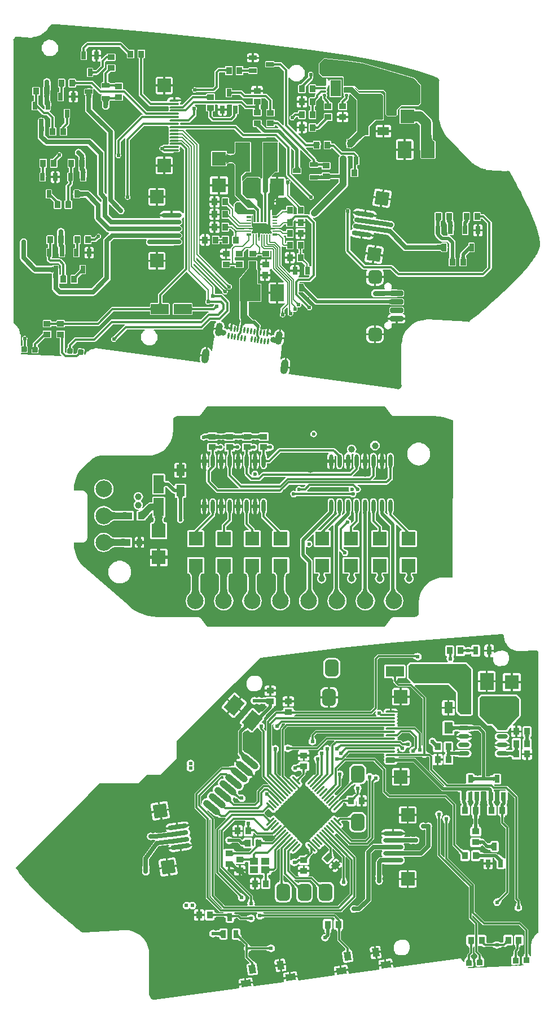
<source format=gbl>
G04 Layer_Physical_Order=2*
G04 Layer_Color=16711680*
%FSLAX44Y44*%
%MOMM*%
G71*
G01*
G75*
%ADD10R,1.1000X0.9000*%
%ADD11R,0.9000X1.1000*%
%ADD14R,2.0000X2.5000*%
G04:AMPARAMS|DCode=18|XSize=0.3mm|YSize=1.7mm|CornerRadius=0mm|HoleSize=0mm|Usage=FLASHONLY|Rotation=135.000|XOffset=0mm|YOffset=0mm|HoleType=Round|Shape=Round|*
%AMOVALD18*
21,1,1.4000,0.3000,0.0000,0.0000,225.0*
1,1,0.3000,0.4950,0.4950*
1,1,0.3000,-0.4950,-0.4950*
%
%ADD18OVALD18*%

G04:AMPARAMS|DCode=19|XSize=0.3mm|YSize=1.7mm|CornerRadius=0mm|HoleSize=0mm|Usage=FLASHONLY|Rotation=45.000|XOffset=0mm|YOffset=0mm|HoleType=Round|Shape=Round|*
%AMOVALD19*
21,1,1.4000,0.3000,0.0000,0.0000,135.0*
1,1,0.3000,0.4950,-0.4950*
1,1,0.3000,-0.4950,0.4950*
%
%ADD19OVALD19*%

%ADD21R,0.7500X1.1500*%
%ADD22R,2.7500X1.5500*%
%ADD26C,0.3000*%
%ADD27C,0.5000*%
%ADD28C,1.0000*%
%ADD34C,0.7000*%
%ADD35C,0.2000*%
%ADD40C,2.5000*%
%ADD41C,1.0000*%
%ADD42C,0.6000*%
G04:AMPARAMS|DCode=43|XSize=1.716mm|YSize=0.858mm|CornerRadius=0mm|HoleSize=0mm|Usage=FLASHONLY|Rotation=352.000|XOffset=0mm|YOffset=0mm|HoleType=Round|Shape=Round|*
%AMOVALD43*
21,1,0.8580,0.8580,0.0000,0.0000,352.0*
1,1,0.8580,-0.4248,0.0597*
1,1,0.8580,0.4248,-0.0597*
%
%ADD43OVALD43*%

G04:AMPARAMS|DCode=44|XSize=2.016mm|YSize=1.008mm|CornerRadius=0mm|HoleSize=0mm|Usage=FLASHONLY|Rotation=82.000|XOffset=0mm|YOffset=0mm|HoleType=Round|Shape=Round|*
%AMOVALD44*
21,1,1.0080,1.0080,0.0000,0.0000,82.0*
1,1,1.0080,-0.0701,-0.4991*
1,1,1.0080,0.0701,0.4991*
%
%ADD44OVALD44*%

G04:AMPARAMS|DCode=45|XSize=2.2mm|YSize=1.1mm|CornerRadius=0mm|HoleSize=0mm|Usage=FLASHONLY|Rotation=82.000|XOffset=0mm|YOffset=0mm|HoleType=Round|Shape=Round|*
%AMOVALD45*
21,1,1.1000,1.1000,0.0000,0.0000,82.0*
1,1,1.1000,-0.0766,-0.5446*
1,1,1.1000,0.0766,0.5446*
%
%ADD45OVALD45*%

%ADD46C,0.5000*%
%ADD47C,0.6096*%
%ADD49R,1.3000X1.7000*%
%ADD50R,2.1500X2.1000*%
%ADD51R,1.5500X2.7500*%
%ADD52O,0.6000X2.0000*%
%ADD53C,0.5600*%
%ADD54P,1.1314X4X311.0*%
%ADD55P,1.1314X4X312.0*%
%ADD56R,2.2500X4.4000*%
%ADD57O,1.5240X0.3000*%
%ADD58R,2.0000X2.0000*%
G04:AMPARAMS|DCode=59|XSize=0.8mm|YSize=0.3mm|CornerRadius=0mm|HoleSize=0mm|Usage=FLASHONLY|Rotation=82.000|XOffset=0mm|YOffset=0mm|HoleType=Round|Shape=Rectangle|*
%AMROTATEDRECTD59*
4,1,4,0.0929,-0.4170,-0.2042,-0.3752,-0.0929,0.4170,0.2042,0.3752,0.0929,-0.4170,0.0*
%
%ADD59ROTATEDRECTD59*%

%ADD60R,1.1500X0.7500*%
%ADD61R,3.0000X2.0000*%
%ADD62R,1.5900X2.4000*%
%ADD63O,0.6500X0.3500*%
%ADD64R,0.3000X1.8000*%
%ADD65R,0.7000X0.2000*%
%ADD66R,0.7000X0.3000*%
%ADD67R,0.2000X1.0500*%
%ADD68R,1.7000X1.3000*%
G04:AMPARAMS|DCode=69|XSize=0.8mm|YSize=2mm|CornerRadius=0.2mm|HoleSize=0mm|Usage=FLASHONLY|Rotation=90.000|XOffset=0mm|YOffset=0mm|HoleType=Round|Shape=RoundedRectangle|*
%AMROUNDEDRECTD69*
21,1,0.8000,1.6000,0,0,90.0*
21,1,0.4000,2.0000,0,0,90.0*
1,1,0.4000,0.8000,0.2000*
1,1,0.4000,0.8000,-0.2000*
1,1,0.4000,-0.8000,-0.2000*
1,1,0.4000,-0.8000,0.2000*
%
%ADD69ROUNDEDRECTD69*%
G04:AMPARAMS|DCode=70|XSize=2mm|YSize=2mm|CornerRadius=0.5mm|HoleSize=0mm|Usage=FLASHONLY|Rotation=90.000|XOffset=0mm|YOffset=0mm|HoleType=Round|Shape=RoundedRectangle|*
%AMROUNDEDRECTD70*
21,1,2.0000,1.0000,0,0,90.0*
21,1,1.0000,2.0000,0,0,90.0*
1,1,1.0000,0.5000,0.5000*
1,1,1.0000,0.5000,-0.5000*
1,1,1.0000,-0.5000,-0.5000*
1,1,1.0000,-0.5000,0.5000*
%
%ADD70ROUNDEDRECTD70*%
%ADD71O,3.0000X0.7000*%
G04:AMPARAMS|DCode=72|XSize=0.7mm|YSize=3mm|CornerRadius=0mm|HoleSize=0mm|Usage=FLASHONLY|Rotation=262.000|XOffset=0mm|YOffset=0mm|HoleType=Round|Shape=Round|*
%AMOVALD72*
21,1,2.3000,0.7000,0.0000,0.0000,352.0*
1,1,0.7000,-1.1388,0.1600*
1,1,0.7000,1.1388,-0.1600*
%
%ADD72OVALD72*%

%ADD73P,2.8284X4X307.0*%
%ADD74C,1.5000*%
%ADD75C,0.8000*%
%ADD76R,1.2000X1.1000*%
G04:AMPARAMS|DCode=77|XSize=2mm|YSize=2.5mm|CornerRadius=0mm|HoleSize=0mm|Usage=FLASHONLY|Rotation=140.000|XOffset=0mm|YOffset=0mm|HoleType=Round|Shape=Rectangle|*
%AMROTATEDRECTD77*
4,1,4,1.5695,0.3148,-0.0374,-1.6003,-1.5695,-0.3148,0.0374,1.6003,1.5695,0.3148,0.0*
%
%ADD77ROTATEDRECTD77*%

%ADD78O,1.7000X0.6000*%
%ADD79R,0.8000X1.2700*%
%ADD80R,1.5000X2.5000*%
G04:AMPARAMS|DCode=81|XSize=1mm|YSize=3mm|CornerRadius=0mm|HoleSize=0mm|Usage=FLASHONLY|Rotation=230.000|XOffset=0mm|YOffset=0mm|HoleType=Round|Shape=Round|*
%AMOVALD81*
21,1,2.0000,1.0000,0.0000,0.0000,320.0*
1,1,1.0000,-0.7660,0.6428*
1,1,1.0000,0.7660,-0.6428*
%
%ADD81OVALD81*%

G04:AMPARAMS|DCode=82|XSize=1mm|YSize=1.27mm|CornerRadius=0mm|HoleSize=0mm|Usage=FLASHONLY|Rotation=188.000|XOffset=0mm|YOffset=0mm|HoleType=Round|Shape=Rectangle|*
%AMROTATEDRECTD82*
4,1,4,0.4068,0.6984,0.5835,-0.5592,-0.4068,-0.6984,-0.5835,0.5592,0.4068,0.6984,0.0*
%
%ADD82ROTATEDRECTD82*%

G04:AMPARAMS|DCode=83|XSize=1mm|YSize=1.5mm|CornerRadius=0mm|HoleSize=0mm|Usage=FLASHONLY|Rotation=98.000|XOffset=0mm|YOffset=0mm|HoleType=Round|Shape=Rectangle|*
%AMROTATEDRECTD83*
4,1,4,0.8123,-0.3908,-0.6731,-0.5995,-0.8123,0.3908,0.6731,0.5995,0.8123,-0.3908,0.0*
%
%ADD83ROTATEDRECTD83*%

%ADD84R,1.2000X1.0000*%
G04:AMPARAMS|DCode=85|XSize=1.1mm|YSize=0.9mm|CornerRadius=0mm|HoleSize=0mm|Usage=FLASHONLY|Rotation=225.000|XOffset=0mm|YOffset=0mm|HoleType=Round|Shape=Rectangle|*
%AMROTATEDRECTD85*
4,1,4,0.0707,0.7071,0.7071,0.0707,-0.0707,-0.7071,-0.7071,-0.0707,0.0707,0.7071,0.0*
%
%ADD85ROTATEDRECTD85*%

G04:AMPARAMS|DCode=86|XSize=2mm|YSize=2.5mm|CornerRadius=0.5mm|HoleSize=0mm|Usage=FLASHONLY|Rotation=180.000|XOffset=0mm|YOffset=0mm|HoleType=Round|Shape=RoundedRectangle|*
%AMROUNDEDRECTD86*
21,1,2.0000,1.5000,0,0,180.0*
21,1,1.0000,2.5000,0,0,180.0*
1,1,1.0000,-0.5000,0.7500*
1,1,1.0000,0.5000,0.7500*
1,1,1.0000,0.5000,-0.7500*
1,1,1.0000,-0.5000,-0.7500*
%
%ADD86ROUNDEDRECTD86*%
%ADD87P,1.1314X4X137.0*%
%ADD88P,1.1314X4X138.0*%
G04:AMPARAMS|DCode=89|XSize=0.7mm|YSize=3mm|CornerRadius=0mm|HoleSize=0mm|Usage=FLASHONLY|Rotation=98.000|XOffset=0mm|YOffset=0mm|HoleType=Round|Shape=Round|*
%AMOVALD89*
21,1,2.3000,0.7000,0.0000,0.0000,188.0*
1,1,0.7000,1.1388,0.1600*
1,1,0.7000,-1.1388,-0.1600*
%
%ADD89OVALD89*%

%ADD90P,2.8284X4X143.0*%
G36*
X106453Y1495446D02*
X182362Y1489878D01*
X258189Y1483301D01*
X333923Y1475714D01*
X409549Y1467121D01*
X485053Y1457521D01*
X544946Y1449094D01*
X544949Y1449116D01*
X548585Y1448638D01*
X573410Y1444420D01*
X598061Y1439276D01*
X622501Y1433215D01*
X646699Y1426244D01*
X670618Y1418373D01*
X675911Y1416409D01*
X675904Y1416387D01*
X675904Y1416387D01*
X677130Y1415879D01*
X678670Y1414698D01*
X679852Y1413157D01*
X680554Y1411462D01*
X680115Y1410805D01*
X679843Y1409439D01*
Y1353872D01*
X680115Y1352506D01*
X680888Y1351349D01*
X681010Y1351267D01*
X681231Y1348458D01*
X682499Y1343178D01*
X684577Y1338161D01*
X687414Y1333531D01*
X688710Y1332013D01*
X688680Y1331879D01*
X688919Y1330508D01*
X689665Y1329332D01*
X728757Y1288317D01*
X729896Y1287516D01*
X731255Y1287212D01*
X731383Y1287234D01*
X734163Y1284860D01*
X738793Y1282023D01*
X743810Y1279945D01*
X749090Y1278677D01*
X750152Y1278593D01*
X750201Y1278511D01*
X751317Y1277678D01*
X752667Y1277337D01*
X781908Y1275824D01*
X783286Y1276025D01*
X783928Y1276408D01*
X785295Y1275842D01*
X786762Y1274716D01*
X786707Y1273937D01*
X787147Y1272616D01*
X789578Y1268350D01*
X792718Y1262735D01*
X795810Y1257087D01*
X798851Y1251408D01*
X802241Y1244927D01*
X805563Y1238408D01*
X808807Y1231861D01*
X810475Y1228418D01*
X812118Y1224968D01*
X813571Y1221864D01*
X814997Y1218762D01*
X816952Y1214411D01*
X818840Y1210078D01*
X820654Y1205769D01*
X822118Y1202156D01*
X823515Y1198570D01*
X824837Y1195018D01*
X826072Y1191515D01*
X827269Y1187887D01*
X827833Y1186069D01*
X828365Y1184271D01*
X828833Y1182605D01*
X829265Y1180979D01*
X829831Y1178665D01*
X830315Y1176450D01*
X830712Y1174347D01*
X831021Y1172370D01*
X831254Y1170422D01*
X831393Y1168634D01*
X831442Y1166985D01*
X831427Y1165962D01*
X831374Y1164979D01*
X831281Y1164037D01*
X831152Y1163132D01*
X830898Y1161855D01*
X830555Y1160547D01*
X830107Y1159156D01*
X829544Y1157658D01*
X828786Y1155893D01*
X827883Y1154011D01*
X826835Y1152019D01*
X825646Y1149932D01*
X824319Y1147755D01*
X823440Y1146383D01*
X822510Y1144980D01*
X821520Y1143532D01*
X820493Y1142074D01*
X818318Y1139109D01*
X816925Y1137283D01*
X815481Y1135441D01*
X814001Y1133598D01*
X812484Y1131752D01*
X810937Y1129909D01*
X809365Y1128073D01*
X806126Y1124388D01*
X804046Y1122084D01*
X801930Y1119784D01*
X799754Y1117459D01*
X797561Y1115153D01*
X793110Y1110576D01*
X788569Y1106027D01*
X785902Y1103406D01*
X783208Y1100792D01*
X780318Y1098024D01*
X777415Y1095277D01*
X771726Y1089989D01*
X765990Y1084775D01*
X760216Y1079640D01*
X754698Y1074836D01*
X749145Y1070101D01*
X743548Y1065429D01*
X737901Y1060816D01*
X732172Y1056236D01*
X726685Y1051897D01*
X725783Y1050836D01*
X725560Y1050147D01*
X724620Y1049758D01*
X724326Y1049719D01*
X723713Y1050176D01*
X722364Y1050518D01*
X661784Y1053651D01*
X660406Y1053450D01*
X659210Y1052737D01*
X659170Y1052684D01*
X654325Y1052302D01*
X648891Y1050998D01*
X643729Y1048860D01*
X638965Y1045940D01*
X634715Y1042311D01*
X631087Y1038062D01*
X628167Y1033298D01*
X626029Y1028135D01*
X624724Y1022702D01*
X624490Y1019734D01*
X624372Y1019654D01*
X623599Y1018497D01*
X623327Y1017131D01*
Y956150D01*
X623599Y954784D01*
X624038Y954127D01*
X623336Y952432D01*
X622154Y950891D01*
X620614Y949710D01*
X618820Y948967D01*
X617904Y948846D01*
X617361Y949325D01*
X616043Y949775D01*
X454723Y971348D01*
X454056Y972719D01*
X454665Y973752D01*
X455231Y975792D01*
X455819Y979981D01*
X447789Y981109D01*
X447966Y982367D01*
X446708Y982544D01*
X448579Y995855D01*
X447743Y995862D01*
X445693Y995332D01*
X443851Y994290D01*
X442969Y993424D01*
X441770Y994025D01*
X444073Y1010868D01*
X444031Y1011558D01*
X443992Y1012244D01*
X443989Y1012251D01*
X443988Y1012258D01*
X443686Y1012879D01*
X443388Y1013498D01*
X443380Y1013508D01*
X443379Y1013510D01*
X443558Y1014968D01*
X443677Y1015036D01*
X445100Y1016435D01*
X446113Y1018154D01*
X446647Y1020078D01*
X447171Y1023811D01*
X439600Y1024875D01*
X439777Y1026133D01*
X438519Y1026309D01*
X440262Y1038706D01*
X439547Y1038712D01*
X437614Y1038212D01*
X435877Y1037229D01*
X434454Y1035831D01*
X433441Y1034111D01*
X432907Y1032188D01*
X432573Y1029810D01*
X432341Y1029843D01*
X430542Y1029858D01*
X428801Y1029408D01*
X427873Y1028883D01*
X426702Y1029680D01*
X426828Y1030578D01*
X422314Y1031213D01*
X422523Y1032698D01*
X421037Y1032907D01*
X422020Y1039897D01*
X420828Y1039829D01*
X419753Y1039311D01*
X418959Y1038420D01*
X418929Y1038335D01*
X416793Y1038635D01*
X415991Y1038428D01*
X415527Y1038493D01*
X414813Y1038914D01*
X411875Y1039327D01*
X412420Y1043416D01*
X412331Y1044806D01*
X411717Y1046055D01*
X410672Y1046975D01*
X409770Y1047283D01*
X404362Y1052691D01*
X404362Y1052691D01*
X403597Y1053008D01*
X401045Y1053008D01*
X398112Y1055941D01*
X398112Y1055941D01*
X394407Y1059646D01*
Y1079843D01*
X412097D01*
X412862Y1080160D01*
X413179Y1080926D01*
Y1105926D01*
X412862Y1106691D01*
X412097Y1107008D01*
X408429D01*
Y1114426D01*
Y1125426D01*
X408429Y1125426D01*
Y1127426D01*
X408112Y1128191D01*
X408112Y1128191D01*
X406929Y1129374D01*
Y1140676D01*
X406612Y1141441D01*
X405847Y1141758D01*
X394847D01*
X394081Y1141441D01*
X393764Y1140676D01*
X393764Y1131096D01*
X380264Y1114851D01*
X380155Y1114499D01*
X380014Y1114159D01*
X380014Y1081176D01*
X380286Y1080519D01*
Y1056426D01*
X380527Y1054598D01*
X381232Y1052896D01*
X381764Y1052202D01*
Y1050653D01*
X381144Y1049947D01*
X380694Y1048630D01*
X380169Y1044693D01*
X379157Y1043925D01*
X377183Y1044202D01*
X376381Y1043995D01*
X375915Y1044060D01*
Y1044060D01*
X375202Y1044481D01*
X373066Y1044781D01*
X373061Y1044871D01*
X372543Y1045946D01*
X371652Y1046740D01*
X370526Y1047134D01*
X369543Y1040144D01*
X368058Y1040352D01*
X367849Y1038867D01*
X363335Y1039502D01*
X363209Y1038603D01*
X361864Y1038160D01*
X361116Y1038921D01*
X359566Y1039833D01*
X357833Y1040314D01*
X357601Y1040347D01*
X357935Y1042724D01*
X357953Y1044720D01*
X357453Y1046652D01*
X356470Y1048390D01*
X355071Y1049813D01*
X353455Y1050766D01*
X353316Y1051034D01*
X353164Y1052196D01*
X364870Y1063902D01*
X365644Y1065060D01*
X365915Y1066426D01*
Y1078676D01*
X365644Y1080041D01*
X364870Y1081199D01*
X355370Y1090699D01*
X354212Y1091473D01*
X352847Y1091744D01*
X343405D01*
Y1101926D01*
X343406Y1101926D01*
X343173Y1103096D01*
X342510Y1104089D01*
X311656Y1134943D01*
Y1136632D01*
X312829Y1137118D01*
X354809Y1095138D01*
X354772Y1094953D01*
X355086Y1093374D01*
X355981Y1092035D01*
X357320Y1091140D01*
X358899Y1090826D01*
X360479Y1091140D01*
X361818Y1092035D01*
X362712Y1093374D01*
X363026Y1094953D01*
X362712Y1096533D01*
X361818Y1097872D01*
X360479Y1098766D01*
X359671Y1098927D01*
X315655Y1142943D01*
Y1145882D01*
X316829Y1146368D01*
X361019Y1102178D01*
X361284Y1100846D01*
X362178Y1099507D01*
X363517Y1098613D01*
X365097Y1098298D01*
X366676Y1098613D01*
X368015Y1099507D01*
X368910Y1100846D01*
X369224Y1102426D01*
X368910Y1104005D01*
X368015Y1105344D01*
X366676Y1106239D01*
X365345Y1106504D01*
X319655Y1152193D01*
Y1315803D01*
X319423Y1316974D01*
X318760Y1317966D01*
X318760Y1317966D01*
X299792Y1336934D01*
X300278Y1338107D01*
X372619D01*
X383859Y1326867D01*
X385017Y1326093D01*
X386382Y1325822D01*
X419632D01*
X420998Y1326093D01*
X421019Y1326107D01*
X433869D01*
X438944Y1321032D01*
X438224Y1319955D01*
X438097Y1320008D01*
X415597D01*
X414831Y1319691D01*
X414514Y1318926D01*
Y1274926D01*
X414514Y1274926D01*
Y1265306D01*
X413244Y1264490D01*
X412713Y1264699D01*
X412613Y1264940D01*
X412186Y1265117D01*
X410112Y1267191D01*
X409347Y1267508D01*
X391847D01*
X391847Y1267508D01*
X391081Y1267191D01*
X391081Y1267191D01*
X385449Y1261559D01*
X384179Y1262085D01*
X384179Y1267978D01*
X390045Y1273843D01*
X396597D01*
X397362Y1274160D01*
X397679Y1274926D01*
Y1318926D01*
X397362Y1319691D01*
X396597Y1320008D01*
X374097D01*
X373331Y1319691D01*
X373014Y1318926D01*
Y1303881D01*
X372997Y1303716D01*
X372784Y1303115D01*
X372429Y1302583D01*
X371900Y1302094D01*
X371163Y1301645D01*
X370773Y1301486D01*
X363920D01*
X363530Y1301645D01*
X362794Y1302094D01*
X362265Y1302583D01*
X361910Y1303115D01*
X361697Y1303716D01*
X361679Y1303881D01*
Y1304926D01*
X361362Y1305691D01*
X360597Y1306008D01*
X339097D01*
X338331Y1305691D01*
X338014Y1304926D01*
Y1283926D01*
X338331Y1283160D01*
X339097Y1282843D01*
X360597D01*
X361362Y1283160D01*
X361679Y1283926D01*
Y1284970D01*
X361697Y1285135D01*
X361910Y1285737D01*
X362265Y1286268D01*
X362794Y1286758D01*
X363530Y1287206D01*
X363920Y1287365D01*
X370773D01*
X371164Y1287206D01*
X371900Y1286758D01*
X372429Y1286268D01*
X372784Y1285737D01*
X372997Y1285135D01*
X373014Y1284970D01*
Y1274926D01*
X373264Y1274322D01*
Y1239926D01*
X373264Y1239926D01*
X373581Y1239160D01*
X373582Y1239160D01*
X380964Y1231778D01*
X380438Y1230508D01*
X376097D01*
X376097Y1230508D01*
X375331Y1230191D01*
X375331Y1230191D01*
X372331Y1227191D01*
X372014Y1226426D01*
Y1222993D01*
X370841Y1222507D01*
X364679Y1228669D01*
Y1235426D01*
X364362Y1236191D01*
X363597Y1236508D01*
X354597D01*
X353831Y1236191D01*
X353514Y1235426D01*
Y1224426D01*
X353831Y1223660D01*
X354597Y1223343D01*
X361353D01*
X367038Y1217659D01*
Y1211720D01*
X365865Y1211234D01*
X364679Y1212419D01*
Y1216426D01*
X364362Y1217191D01*
X363597Y1217508D01*
X354597D01*
X353831Y1217191D01*
X353514Y1216426D01*
Y1205426D01*
X353831Y1204660D01*
X354597Y1204343D01*
X363597D01*
X363955Y1204492D01*
X376934Y1191513D01*
X377926Y1190850D01*
X379097Y1190617D01*
X387788D01*
Y1188735D01*
X376114D01*
X370760Y1194089D01*
X369767Y1194752D01*
X368597Y1194985D01*
X368597Y1194985D01*
X364679D01*
Y1197426D01*
X364362Y1198191D01*
X363597Y1198508D01*
X354597D01*
X353831Y1198191D01*
X353514Y1197426D01*
Y1186426D01*
X353831Y1185660D01*
X354597Y1185343D01*
X363597D01*
X364362Y1185660D01*
X364679Y1186426D01*
Y1188867D01*
X367330D01*
X371788Y1184409D01*
Y1179258D01*
X370597D01*
X369831Y1178941D01*
X369514Y1178176D01*
Y1167176D01*
X369831Y1166410D01*
X370477Y1166143D01*
X370649Y1165886D01*
X370919Y1164823D01*
X368184Y1162089D01*
X367521Y1161096D01*
X367425Y1160617D01*
X367164Y1159904D01*
X366018Y1159700D01*
X365847Y1159734D01*
X361847D01*
Y1152176D01*
Y1144617D01*
X365847D01*
X366018Y1144651D01*
X367288Y1143620D01*
Y1142425D01*
X366018Y1141687D01*
X365847Y1141758D01*
X354847D01*
X354081Y1141441D01*
X353764Y1140676D01*
Y1131676D01*
X354081Y1130910D01*
X354847Y1130593D01*
X365847D01*
X366612Y1130910D01*
X366929Y1131676D01*
Y1133117D01*
X373764D01*
Y1131676D01*
X374081Y1130910D01*
X374847Y1130593D01*
X385847D01*
X386612Y1130910D01*
X386929Y1131676D01*
Y1140676D01*
X386612Y1141441D01*
X385847Y1141758D01*
X374847D01*
X374676Y1141687D01*
X373405Y1142425D01*
Y1145927D01*
X374676Y1146664D01*
X374847Y1146593D01*
X385847D01*
X386612Y1146910D01*
X386929Y1147676D01*
Y1154432D01*
X391114Y1158617D01*
X393602D01*
X394081Y1157441D01*
X393764Y1156676D01*
Y1147676D01*
X394081Y1146910D01*
X394847Y1146593D01*
X405847D01*
X406612Y1146910D01*
X406929Y1147676D01*
Y1149117D01*
X413764D01*
Y1147676D01*
X414081Y1146910D01*
X414847Y1146593D01*
X425847D01*
X426612Y1146910D01*
X426929Y1147676D01*
Y1156617D01*
X428788D01*
Y1143786D01*
X427518Y1143167D01*
X427017Y1143502D01*
X425847Y1143735D01*
X421847D01*
Y1136176D01*
X420347D01*
Y1134676D01*
X411788D01*
Y1131676D01*
X412021Y1130505D01*
X412684Y1129513D01*
X412818Y1129423D01*
X412861Y1129281D01*
X412731Y1127954D01*
X412184Y1127589D01*
X411521Y1126596D01*
X411288Y1125426D01*
Y1121426D01*
X418847D01*
X426405D01*
Y1125426D01*
X426173Y1126596D01*
X425671Y1127347D01*
X425748Y1127902D01*
X425832Y1128128D01*
X426162Y1128680D01*
X427017Y1128850D01*
X427582Y1129227D01*
X428832Y1128858D01*
X428973Y1128745D01*
X429021Y1128505D01*
X429684Y1127513D01*
X446942Y1110255D01*
X446416Y1108985D01*
X438596D01*
Y1093426D01*
Y1077867D01*
X447096D01*
X447808Y1078009D01*
X448433Y1076838D01*
X442934Y1071339D01*
X442271Y1070346D01*
X442038Y1069176D01*
X442038Y1069176D01*
Y1063384D01*
X441284Y1062255D01*
X440970Y1060676D01*
X441284Y1059096D01*
X442178Y1057757D01*
X443517Y1056863D01*
X445097Y1056548D01*
X446676Y1056863D01*
X448015Y1057757D01*
X448910Y1059096D01*
X449224Y1060676D01*
X448910Y1062255D01*
X448156Y1063384D01*
Y1067909D01*
X451615Y1071368D01*
X452788Y1070882D01*
Y1063676D01*
X452788Y1063676D01*
X453003Y1062595D01*
X452970Y1062426D01*
X453284Y1060846D01*
X454178Y1059507D01*
X455517Y1058613D01*
X457097Y1058298D01*
X458676Y1058613D01*
X460015Y1059507D01*
X460910Y1060846D01*
X461224Y1062426D01*
X460910Y1064005D01*
X460747Y1064249D01*
X461663Y1065164D01*
X462075Y1064889D01*
X463654Y1064575D01*
X465234Y1064889D01*
X466573Y1065784D01*
X467467Y1067123D01*
X467781Y1068702D01*
X467467Y1070282D01*
X467202Y1070679D01*
X467660Y1071381D01*
X468042Y1071708D01*
X469472Y1071423D01*
X471051Y1071738D01*
X472390Y1072632D01*
X473285Y1073971D01*
X473599Y1075551D01*
X473467Y1076212D01*
X474638Y1076838D01*
X481323Y1070153D01*
X481409Y1069721D01*
X482303Y1068382D01*
X483642Y1067488D01*
X485222Y1067173D01*
X486801Y1067488D01*
X488140Y1068382D01*
X489035Y1069721D01*
X489349Y1071301D01*
X489035Y1072880D01*
X488140Y1074219D01*
X486801Y1075114D01*
X486370Y1075200D01*
X468953Y1092616D01*
X469025Y1093878D01*
X469347Y1094093D01*
X475690D01*
X492852Y1076931D01*
X494341Y1075937D01*
X496097Y1075588D01*
X606698D01*
X607019Y1075394D01*
X607137Y1075376D01*
X607176Y1075350D01*
X607431Y1075299D01*
X607578Y1075238D01*
X607630Y1075259D01*
X608347Y1075117D01*
X624347D01*
X625517Y1075350D01*
X626510Y1076013D01*
X627173Y1077005D01*
X627406Y1078176D01*
Y1082176D01*
X627173Y1083346D01*
X626510Y1084339D01*
X625517Y1085002D01*
X624347Y1085235D01*
X608347D01*
X607630Y1085092D01*
X607578Y1085113D01*
X607431Y1085052D01*
X607176Y1085002D01*
X607137Y1084976D01*
X607019Y1084958D01*
X606698Y1084764D01*
X497997D01*
X479091Y1103670D01*
X478560Y1104025D01*
X478276Y1104655D01*
X478045Y1105338D01*
X477929Y1105883D01*
Y1106676D01*
X477612Y1107441D01*
X476847Y1107758D01*
X471015D01*
X470386Y1109028D01*
X470826Y1109607D01*
X485347D01*
X486712Y1109879D01*
X487870Y1110652D01*
X494370Y1117152D01*
X495144Y1118310D01*
X495415Y1119676D01*
Y1198676D01*
X495144Y1200041D01*
X494370Y1201199D01*
X490865Y1204704D01*
X491459Y1205907D01*
X492722Y1205740D01*
X494549Y1205981D01*
X496252Y1206686D01*
X497714Y1207808D01*
X541339Y1251433D01*
X542461Y1252896D01*
X543167Y1254598D01*
X543407Y1256426D01*
Y1266926D01*
Y1293926D01*
X543167Y1295753D01*
X542718Y1296837D01*
X543469Y1298107D01*
X549525D01*
X550514Y1297176D01*
Y1291113D01*
X550278Y1289926D01*
Y1280008D01*
X548347D01*
X547581Y1279691D01*
X547264Y1278926D01*
Y1267926D01*
X547581Y1267160D01*
X548347Y1266843D01*
X557347D01*
X558112Y1267160D01*
X558429Y1267926D01*
Y1278926D01*
X558112Y1279691D01*
X557415Y1279980D01*
Y1284593D01*
X559097D01*
X559862Y1284910D01*
X560179Y1285676D01*
Y1297176D01*
X559862Y1297941D01*
X559097Y1298258D01*
X558915D01*
Y1298426D01*
X558644Y1299791D01*
X557870Y1300949D01*
X554620Y1304199D01*
X553462Y1304973D01*
X552097Y1305244D01*
X534825D01*
X523870Y1316199D01*
X522712Y1316973D01*
X521347Y1317244D01*
X517929D01*
Y1320426D01*
X517612Y1321191D01*
X516847Y1321508D01*
X507847D01*
X507081Y1321191D01*
X506764Y1320426D01*
Y1309426D01*
X507081Y1308660D01*
X507847Y1308343D01*
X516847D01*
X517612Y1308660D01*
X517929Y1309426D01*
Y1310107D01*
X519869D01*
X530823Y1299152D01*
X530949Y1298390D01*
X530232Y1297456D01*
X529527Y1295753D01*
X529286Y1293926D01*
Y1272514D01*
X516893D01*
X516888Y1272525D01*
X516887Y1272536D01*
X516875Y1272556D01*
X516612Y1273191D01*
X516473Y1273249D01*
X516471Y1273253D01*
X516449Y1273259D01*
X515847Y1273508D01*
X504847D01*
X504081Y1273191D01*
X503764Y1272426D01*
Y1271357D01*
X503733Y1271268D01*
X503730Y1271264D01*
X498686D01*
X498673Y1271269D01*
X498650Y1271303D01*
X498549Y1271321D01*
X498097Y1271508D01*
X486597D01*
X485831Y1271191D01*
X485514Y1270426D01*
Y1262926D01*
X485831Y1262160D01*
X486597Y1261843D01*
X498097D01*
X498549Y1262030D01*
X498650Y1262049D01*
X498673Y1262082D01*
X498686Y1262088D01*
X509097D01*
X510382Y1262343D01*
X515847D01*
X516449Y1262593D01*
X516471Y1262599D01*
X516473Y1262603D01*
X516612Y1262660D01*
X516875Y1263296D01*
X516887Y1263315D01*
X516888Y1263327D01*
X516893Y1263338D01*
X529286D01*
Y1259350D01*
X487729Y1217793D01*
X486607Y1216331D01*
X485902Y1214628D01*
X485661Y1212801D01*
X485834Y1211493D01*
X484680Y1210743D01*
X483962Y1211223D01*
X482597Y1211494D01*
X477800D01*
X477679Y1211676D01*
Y1222676D01*
X477362Y1223441D01*
X476597Y1223758D01*
X472340D01*
X455962Y1240136D01*
Y1256503D01*
X456717Y1257632D01*
X457031Y1259211D01*
X456717Y1260791D01*
X455822Y1262130D01*
X454483Y1263024D01*
X452904Y1263339D01*
X451324Y1263024D01*
X451176Y1262925D01*
X449906Y1263604D01*
Y1264175D01*
X449673Y1265345D01*
X449010Y1266338D01*
X448018Y1267001D01*
X446847Y1267234D01*
X438347D01*
Y1257176D01*
X443347D01*
X444347Y1256176D01*
Y1244176D01*
X438347Y1238176D01*
Y1236116D01*
X446847D01*
X448018Y1236349D01*
X449010Y1237012D01*
X449016Y1237021D01*
X450537Y1237011D01*
X450741Y1236706D01*
X466514Y1220932D01*
Y1211676D01*
X466393Y1211494D01*
X464097D01*
X462853Y1211247D01*
X462587Y1211344D01*
X462527Y1211383D01*
X461679Y1212047D01*
Y1222676D01*
X461362Y1223441D01*
X460597Y1223758D01*
X451597D01*
X450831Y1223441D01*
X450514Y1222676D01*
Y1217984D01*
X445097D01*
X443926Y1217752D01*
X442934Y1217089D01*
X442934Y1217088D01*
X435580Y1209734D01*
X433347D01*
X432176Y1209502D01*
X431812Y1209258D01*
X429847D01*
X429406Y1209553D01*
Y1216676D01*
X429173Y1217846D01*
X428710Y1218539D01*
X426347Y1216176D01*
Y1207676D01*
Y1195617D01*
X426974Y1195742D01*
X427021Y1195505D01*
X427684Y1194513D01*
X427794Y1194439D01*
Y1192912D01*
X427684Y1192839D01*
X427021Y1191846D01*
X426888Y1191176D01*
X427024D01*
Y1191809D01*
X427249Y1191594D01*
X427480Y1191401D01*
X427718Y1191231D01*
X427810Y1191176D01*
X431687D01*
X432176Y1190849D01*
X433347Y1190616D01*
Y1188735D01*
X432176Y1188502D01*
X431688Y1188176D01*
X427810D01*
X427718Y1188120D01*
X427480Y1187950D01*
X427249Y1187758D01*
X427024Y1187542D01*
Y1188176D01*
X426888D01*
X427021Y1187505D01*
X427684Y1186513D01*
X428676Y1185850D01*
X428764Y1185832D01*
Y1184676D01*
X429081Y1183910D01*
Y1182941D01*
X428224Y1182135D01*
X427998Y1182064D01*
X427494Y1181990D01*
X426847Y1182258D01*
X424847D01*
X424081Y1181941D01*
X423612Y1181941D01*
X422847Y1182258D01*
X420847D01*
X419847Y1182001D01*
X418847Y1182258D01*
X416847D01*
X416082Y1181941D01*
X415612Y1181941D01*
X414847Y1182258D01*
X413490D01*
X413423Y1182596D01*
X412760Y1183589D01*
X412255Y1183926D01*
X411097D01*
Y1177211D01*
X411020Y1177097D01*
X410837Y1176176D01*
X408406D01*
Y1176176D01*
X408173Y1177347D01*
X408097Y1177461D01*
Y1183926D01*
X406939D01*
X406434Y1183589D01*
X405771Y1182596D01*
X405753Y1182508D01*
X404347D01*
X403582Y1182191D01*
X402347Y1182508D01*
X400347D01*
X400103Y1182407D01*
X399622Y1182312D01*
X399012Y1182803D01*
X398612Y1183910D01*
X398929Y1184676D01*
X398929Y1185080D01*
Y1185832D01*
X399017Y1185850D01*
X400010Y1186513D01*
X400597Y1187392D01*
Y1188176D01*
X396006D01*
X395518Y1188502D01*
X394347Y1188735D01*
Y1190616D01*
X395518Y1190849D01*
X396006Y1191176D01*
X400486D01*
X400597Y1191251D01*
Y1191960D01*
X400010Y1192839D01*
X399017Y1193502D01*
X398929Y1193519D01*
Y1194676D01*
X398672Y1195676D01*
X398929Y1196676D01*
Y1198676D01*
X398612Y1199441D01*
X398612Y1199910D01*
X398929Y1200676D01*
Y1202676D01*
X398612Y1203441D01*
Y1204410D01*
X398755Y1204756D01*
X398929Y1205176D01*
Y1208176D01*
X398798Y1208492D01*
X399482Y1209662D01*
X400264Y1209525D01*
Y1198676D01*
X400581Y1197910D01*
X401347Y1197593D01*
X404347D01*
X404890Y1197818D01*
X406082Y1197910D01*
X406847Y1197593D01*
X407251Y1197593D01*
X409847D01*
X410390Y1197818D01*
X411581Y1197910D01*
X412347Y1197593D01*
X412751Y1197593D01*
X415347D01*
X415890Y1197818D01*
X417081Y1197910D01*
X417847Y1197593D01*
X418251Y1197593D01*
X420503D01*
X420521Y1197505D01*
X421184Y1196513D01*
X422176Y1195850D01*
X423347Y1195617D01*
D01*
Y1207676D01*
Y1216324D01*
X423347Y1216324D01*
Y1219735D01*
X423004Y1220567D01*
X423347Y1220884D01*
Y1241176D01*
X426097Y1243926D01*
Y1257176D01*
X435347Y1257176D01*
Y1267234D01*
X429345D01*
X428859Y1268407D01*
X434295Y1273843D01*
X437199Y1273843D01*
X437199Y1273843D01*
X437199Y1273843D01*
X438097D01*
X438862Y1274160D01*
X439179Y1274926D01*
Y1318926D01*
X439126Y1319053D01*
X440203Y1319773D01*
X450528Y1309448D01*
Y1270676D01*
X450800Y1269310D01*
X451573Y1268152D01*
X483886Y1235840D01*
X484034Y1235096D01*
X484928Y1233757D01*
X486267Y1232863D01*
X487847Y1232548D01*
X489426Y1232863D01*
X490765Y1233757D01*
X491660Y1235096D01*
X491974Y1236676D01*
X491660Y1238255D01*
X490765Y1239594D01*
X489426Y1240489D01*
X489307Y1240513D01*
X457665Y1272154D01*
Y1309209D01*
X458839Y1309695D01*
X462259Y1306275D01*
Y1281039D01*
X462257Y1281038D01*
X462172Y1281008D01*
X461097D01*
X460331Y1280691D01*
X460014Y1279926D01*
Y1272426D01*
X460331Y1271660D01*
X461097Y1271343D01*
X472597D01*
X473362Y1271660D01*
X473679Y1272426D01*
Y1279926D01*
X473362Y1280691D01*
X472597Y1281008D01*
X471521D01*
X471437Y1281038D01*
X471435Y1281039D01*
Y1306995D01*
X472705Y1307521D01*
X488448Y1291778D01*
X487980Y1290508D01*
X486597D01*
X485831Y1290191D01*
X485514Y1289426D01*
Y1281926D01*
X485831Y1281160D01*
X486597Y1280843D01*
X498097D01*
X498862Y1281160D01*
X499151Y1281857D01*
X503764D01*
Y1279426D01*
X504081Y1278660D01*
X504847Y1278343D01*
X515847D01*
X516612Y1278660D01*
X516929Y1279426D01*
Y1288426D01*
X516612Y1289191D01*
X515847Y1289508D01*
X504847D01*
X504081Y1289191D01*
X504000Y1288994D01*
X499179D01*
Y1289426D01*
X498862Y1290191D01*
X498097Y1290508D01*
X495915D01*
Y1292926D01*
X495644Y1294291D01*
X494870Y1295449D01*
X480232Y1310087D01*
X480758Y1311357D01*
X490764D01*
Y1309426D01*
X491081Y1308660D01*
X491847Y1308343D01*
X500847D01*
X501612Y1308660D01*
X501929Y1309426D01*
Y1313711D01*
X502120Y1313902D01*
X502894Y1315060D01*
X503165Y1316426D01*
X502894Y1317791D01*
X502120Y1318949D01*
X501929Y1319077D01*
Y1320426D01*
X501612Y1321191D01*
X500847Y1321508D01*
X491847D01*
X491081Y1321191D01*
X490764Y1320426D01*
Y1318494D01*
X481575D01*
X468536Y1331533D01*
X469162Y1332704D01*
X469597Y1332617D01*
X472597D01*
Y1339676D01*
X466538D01*
Y1335676D01*
X466624Y1335241D01*
X465454Y1334615D01*
X454165Y1345904D01*
Y1415557D01*
X455435Y1416478D01*
X455734Y1416381D01*
X455950Y1415860D01*
X457312Y1414084D01*
X459088Y1412722D01*
X460092Y1412306D01*
X460415Y1411765D01*
X461531Y1410933D01*
X462881Y1410591D01*
X468211Y1410315D01*
X469589Y1410516D01*
X470785Y1411229D01*
X471113Y1411668D01*
X472992Y1412446D01*
X474768Y1413809D01*
X476130Y1415584D01*
X476720Y1417007D01*
X477229Y1417348D01*
X478002Y1418505D01*
X478274Y1419871D01*
Y1425161D01*
X478002Y1426527D01*
X477229Y1427684D01*
X476720Y1428025D01*
X476130Y1429448D01*
X474768Y1431223D01*
X472992Y1432586D01*
X471988Y1433002D01*
X471666Y1433543D01*
X470549Y1434375D01*
X469200Y1434717D01*
X463869Y1434993D01*
X462491Y1434792D01*
X461295Y1434079D01*
X460967Y1433640D01*
X459088Y1432861D01*
X457312Y1431499D01*
X455950Y1429724D01*
X455360Y1428300D01*
X455251Y1428227D01*
X454053Y1428505D01*
X453806Y1428673D01*
X453120Y1429699D01*
X444620Y1438199D01*
X443462Y1438973D01*
X442097Y1439244D01*
X432929D01*
Y1439676D01*
X432612Y1440441D01*
X431847Y1440758D01*
X420347D01*
X419581Y1440441D01*
X419264Y1439676D01*
Y1432176D01*
X419581Y1431410D01*
X420347Y1431093D01*
X431847D01*
X432612Y1431410D01*
X432901Y1432107D01*
X440619D01*
X447028Y1425698D01*
Y1345087D01*
X445758Y1344561D01*
X439870Y1350449D01*
X438712Y1351223D01*
X437347Y1351494D01*
X433679D01*
Y1351676D01*
X433362Y1352441D01*
X432597Y1352758D01*
X421597D01*
X420831Y1352441D01*
X420514Y1351676D01*
Y1342676D01*
X420831Y1341910D01*
X421597Y1341593D01*
X432597D01*
X433362Y1341910D01*
X433679Y1342676D01*
Y1344357D01*
X435869D01*
X438942Y1341284D01*
X438416Y1340014D01*
X420497D01*
X413929Y1346582D01*
Y1351926D01*
X413612Y1352691D01*
X412847Y1353008D01*
X401847D01*
X401081Y1352691D01*
X400764Y1351926D01*
Y1342926D01*
X401081Y1342160D01*
X401847Y1341843D01*
X405807D01*
X406012Y1341764D01*
X406130Y1341700D01*
X406727Y1340806D01*
X413402Y1334132D01*
X412916Y1332959D01*
X387860D01*
X376620Y1344199D01*
X375462Y1344973D01*
X374097Y1345244D01*
X292178D01*
X291234Y1346514D01*
X291266Y1346676D01*
X291234Y1346837D01*
X292178Y1348107D01*
X304097D01*
X305462Y1348379D01*
X306620Y1349152D01*
X315120Y1357652D01*
X315894Y1358810D01*
X316165Y1360176D01*
Y1367480D01*
X316410Y1367846D01*
X316724Y1369426D01*
X316410Y1371005D01*
X315515Y1372344D01*
X314186Y1373232D01*
X314176Y1373239D01*
X313638Y1374641D01*
X313976Y1375107D01*
X330514D01*
Y1366176D01*
X330831Y1365410D01*
X331597Y1365093D01*
X333528D01*
Y1357426D01*
X333800Y1356060D01*
X334573Y1354902D01*
X338323Y1351152D01*
X339481Y1350379D01*
X340847Y1350107D01*
X368097D01*
X369462Y1350379D01*
X370620Y1351152D01*
X375370Y1355902D01*
X376144Y1357060D01*
X376415Y1358426D01*
Y1360843D01*
X377847D01*
X378612Y1361160D01*
X378929Y1361926D01*
Y1373426D01*
X378759Y1373837D01*
X379356Y1375107D01*
X382369D01*
X387823Y1369652D01*
X388981Y1368879D01*
X390347Y1368607D01*
X400309D01*
X400764Y1367926D01*
Y1358926D01*
X401081Y1358160D01*
X401847Y1357843D01*
X412847D01*
X413612Y1358160D01*
X413929Y1358926D01*
Y1367926D01*
X413612Y1368691D01*
X412847Y1369008D01*
X411935D01*
Y1374343D01*
X412347D01*
X413112Y1374660D01*
X413429Y1375426D01*
Y1384426D01*
X413550Y1384607D01*
X418869D01*
X423278Y1380198D01*
Y1368758D01*
X421597D01*
X420831Y1368441D01*
X420514Y1367676D01*
Y1358676D01*
X420831Y1357910D01*
X421597Y1357593D01*
X432597D01*
X433362Y1357910D01*
X433679Y1358676D01*
Y1367676D01*
X433362Y1368441D01*
X432597Y1368758D01*
X430415D01*
Y1381676D01*
X430144Y1383041D01*
X429370Y1384199D01*
X422870Y1390699D01*
X421712Y1391473D01*
X420347Y1391744D01*
X415406D01*
Y1394426D01*
X406847D01*
X398288D01*
Y1391744D01*
X389075D01*
X385120Y1395699D01*
X383962Y1396473D01*
X382597Y1396744D01*
X369429D01*
Y1398926D01*
X369112Y1399691D01*
X368347Y1400008D01*
X360847D01*
X360081Y1399691D01*
X359764Y1398926D01*
Y1387426D01*
X360081Y1386660D01*
X360847Y1386343D01*
X368347D01*
X369112Y1386660D01*
X369429Y1387426D01*
Y1389607D01*
X381119D01*
X385073Y1385652D01*
X386231Y1384879D01*
X387597Y1384607D01*
X400143D01*
X400264Y1384426D01*
Y1375744D01*
X391825D01*
X386370Y1381199D01*
X385212Y1381973D01*
X383847Y1382244D01*
X343679D01*
Y1391176D01*
X343362Y1391941D01*
X342597Y1392258D01*
X331597D01*
X330831Y1391941D01*
X330514Y1391176D01*
Y1390244D01*
X310847D01*
X309481Y1389973D01*
X308323Y1389199D01*
X294369Y1375244D01*
X292178D01*
X291234Y1376514D01*
X291266Y1376676D01*
X291072Y1377651D01*
X291114Y1377866D01*
X291961Y1378431D01*
X292956Y1379920D01*
X293007Y1380176D01*
X282944D01*
X282597Y1380245D01*
Y1381676D01*
X281097D01*
Y1386264D01*
X276477D01*
X274721Y1385915D01*
X273232Y1384920D01*
X272238Y1383432D01*
X271889Y1381676D01*
X271978Y1381226D01*
X271172Y1380244D01*
X248325D01*
X236665Y1391904D01*
Y1444593D01*
X237597D01*
X238362Y1444910D01*
X238679Y1445676D01*
Y1456676D01*
X238362Y1457441D01*
X237597Y1457758D01*
X228597D01*
X227831Y1457441D01*
X227514Y1456676D01*
Y1445676D01*
X227831Y1444910D01*
X228597Y1444593D01*
X229528D01*
Y1390426D01*
X229800Y1389060D01*
X230573Y1387902D01*
X244323Y1374152D01*
X245481Y1373379D01*
X246847Y1373107D01*
X273015D01*
X273960Y1371837D01*
X273928Y1371676D01*
X274122Y1370700D01*
X274674Y1369873D01*
Y1368478D01*
X274122Y1367651D01*
X273928Y1366676D01*
X273960Y1366514D01*
X273015Y1365244D01*
X241575D01*
X209620Y1397199D01*
X208462Y1397973D01*
X207097Y1398244D01*
X205679D01*
Y1407176D01*
X205362Y1407941D01*
X204597Y1408258D01*
X193597D01*
X192831Y1407941D01*
X192750Y1407744D01*
X186679D01*
Y1407926D01*
X186362Y1408691D01*
X185597Y1409008D01*
X183415D01*
Y1420948D01*
X187311Y1424843D01*
X193347D01*
X194112Y1425160D01*
X194429Y1425926D01*
Y1434926D01*
X194112Y1435691D01*
X193347Y1436008D01*
X182347D01*
X181581Y1435691D01*
X181264Y1434926D01*
Y1428890D01*
X177323Y1424949D01*
X176550Y1423791D01*
X176278Y1422426D01*
Y1409008D01*
X174097D01*
X173331Y1408691D01*
X173014Y1407926D01*
Y1400426D01*
X173067Y1400298D01*
X171991Y1399579D01*
X161370Y1410199D01*
X160212Y1410973D01*
X158847Y1411244D01*
X135179D01*
Y1413176D01*
X134862Y1413941D01*
X134097Y1414258D01*
X125097D01*
X124331Y1413941D01*
X124014Y1413176D01*
Y1402176D01*
X124331Y1401410D01*
X125097Y1401093D01*
X134097D01*
X134862Y1401410D01*
X135179Y1402176D01*
Y1404107D01*
X157369D01*
X160944Y1400532D01*
X160224Y1399455D01*
X160097Y1399508D01*
X157014D01*
X156493Y1399857D01*
X154347Y1400284D01*
X152201Y1399857D01*
X151679Y1399508D01*
X148597D01*
X147831Y1399191D01*
X147514Y1398426D01*
Y1390926D01*
X147734Y1390396D01*
X147749Y1390329D01*
X147766Y1390319D01*
X147831Y1390160D01*
X148394Y1389927D01*
X148452Y1389891D01*
X148502Y1389883D01*
X148597Y1389843D01*
X148703D01*
X148739Y1389823D01*
Y1367426D01*
X149166Y1365280D01*
X150381Y1363460D01*
X181489Y1332353D01*
Y1242123D01*
X180316Y1241637D01*
X178204Y1243748D01*
Y1301926D01*
X177778Y1304072D01*
X176562Y1305891D01*
X159062Y1323391D01*
X157243Y1324607D01*
X155097Y1325034D01*
X93420D01*
X88954Y1329498D01*
Y1350176D01*
X88528Y1352322D01*
X88179Y1352843D01*
Y1353926D01*
X87862Y1354691D01*
X87097Y1355008D01*
X86014D01*
X85493Y1355357D01*
X83347Y1355784D01*
X81201Y1355357D01*
X80679Y1355008D01*
X79597D01*
X78831Y1354691D01*
X78514Y1353926D01*
Y1352843D01*
X78166Y1352322D01*
X77739Y1350176D01*
Y1348176D01*
Y1327176D01*
X78166Y1325030D01*
X79381Y1323210D01*
X87132Y1315461D01*
X88951Y1314245D01*
X91097Y1313818D01*
X152774D01*
X166989Y1299603D01*
Y1241426D01*
X167416Y1239280D01*
X168631Y1237460D01*
X173239Y1232853D01*
Y1229969D01*
X171969Y1229484D01*
X156062Y1245391D01*
X154243Y1246607D01*
X152097Y1247033D01*
X141199D01*
X141179Y1247069D01*
Y1247176D01*
X141140Y1247271D01*
X141131Y1247320D01*
X141095Y1247378D01*
X140862Y1247941D01*
X140704Y1248007D01*
X140693Y1248023D01*
X140626Y1248039D01*
X140097Y1248258D01*
X132597D01*
X131831Y1247941D01*
X131514Y1247176D01*
Y1244093D01*
X131166Y1243572D01*
X130739Y1241426D01*
X131166Y1239280D01*
X131514Y1238758D01*
Y1235676D01*
X131831Y1234910D01*
X132597Y1234593D01*
X140097D01*
X140626Y1234813D01*
X140693Y1234828D01*
X140704Y1234845D01*
X140862Y1234910D01*
X141095Y1235473D01*
X141131Y1235531D01*
X141140Y1235581D01*
X141179Y1235676D01*
Y1235782D01*
X141199Y1235818D01*
X149774D01*
X162739Y1222853D01*
Y1205676D01*
X163166Y1203530D01*
X164382Y1201710D01*
X180632Y1185461D01*
X182451Y1184245D01*
X184109Y1183915D01*
X184562Y1182763D01*
X184556Y1182565D01*
X177631Y1175641D01*
X176416Y1173822D01*
X175989Y1171676D01*
Y1117748D01*
X158274Y1100033D01*
X112920D01*
X110204Y1102748D01*
Y1106878D01*
X111475Y1107497D01*
X111847Y1107343D01*
X120847D01*
X121612Y1107660D01*
X121929Y1108426D01*
Y1119426D01*
X121612Y1120191D01*
X120847Y1120508D01*
X119915D01*
Y1135676D01*
X119644Y1137041D01*
X118870Y1138199D01*
X113120Y1143949D01*
X111962Y1144723D01*
X110597Y1144994D01*
X98665D01*
Y1146843D01*
X98847D01*
X99612Y1147160D01*
X99929Y1147926D01*
Y1153988D01*
X100165Y1155176D01*
Y1166343D01*
X101097D01*
X101862Y1166660D01*
X102179Y1167426D01*
Y1178426D01*
X101862Y1179191D01*
X101097Y1179508D01*
X92097D01*
X91331Y1179191D01*
X91014Y1178426D01*
Y1167426D01*
X91331Y1166660D01*
X92097Y1166343D01*
X93028D01*
Y1160508D01*
X91347D01*
X90581Y1160191D01*
X90264Y1159426D01*
Y1147926D01*
X90581Y1147160D01*
X91347Y1146843D01*
X91528D01*
Y1143176D01*
X91800Y1141810D01*
X92573Y1140652D01*
X94323Y1138902D01*
X95481Y1138129D01*
X96847Y1137857D01*
X109119D01*
X112778Y1134197D01*
Y1120508D01*
X111847D01*
X111475Y1120354D01*
X110204Y1120974D01*
Y1128176D01*
X109778Y1130322D01*
X109429Y1130843D01*
Y1133926D01*
X109112Y1134691D01*
X108347Y1135008D01*
X100847D01*
X100317Y1134789D01*
X100250Y1134773D01*
X100240Y1134757D01*
X100081Y1134691D01*
X99848Y1134128D01*
X99812Y1134070D01*
X99804Y1134021D01*
X99764Y1133926D01*
Y1133819D01*
X99745Y1133783D01*
X76420D01*
X62204Y1147999D01*
Y1162176D01*
Y1169426D01*
X61778Y1171572D01*
X60562Y1173391D01*
X58743Y1174607D01*
X56597Y1175033D01*
X54451Y1174607D01*
X52632Y1173391D01*
X51416Y1171572D01*
X50989Y1169426D01*
Y1162176D01*
Y1145676D01*
X51416Y1143530D01*
X52632Y1141710D01*
X70132Y1124210D01*
X71951Y1122995D01*
X74097Y1122568D01*
X98989D01*
Y1100426D01*
X99416Y1098280D01*
X100632Y1096460D01*
X106631Y1090461D01*
X108451Y1089245D01*
X110597Y1088818D01*
X160597D01*
X162743Y1089245D01*
X164562Y1090461D01*
X185562Y1111460D01*
X186778Y1113280D01*
X187204Y1115426D01*
Y1169353D01*
X191670Y1173818D01*
X240639D01*
X241318Y1172548D01*
X240666Y1171572D01*
X240239Y1169426D01*
X240666Y1167280D01*
X241882Y1165461D01*
X243701Y1164245D01*
X245847Y1163818D01*
X278597D01*
X280743Y1164245D01*
X281630Y1164838D01*
X290097D01*
X291853Y1165187D01*
X293341Y1166181D01*
X294336Y1167670D01*
X294685Y1169426D01*
X294336Y1171181D01*
X293341Y1172670D01*
X291853Y1173665D01*
X291281Y1173778D01*
Y1175073D01*
X291853Y1175187D01*
X293341Y1176181D01*
X294336Y1177670D01*
X294685Y1179426D01*
X294336Y1181181D01*
X293341Y1182670D01*
X291853Y1183665D01*
X291281Y1183778D01*
Y1185073D01*
X291853Y1185187D01*
X293341Y1186181D01*
X294336Y1187670D01*
X294685Y1189426D01*
X294336Y1191181D01*
X293341Y1192670D01*
X291853Y1193665D01*
X291281Y1193778D01*
Y1195073D01*
X291853Y1195187D01*
X293341Y1196181D01*
X294336Y1197670D01*
X294685Y1199426D01*
X294336Y1201181D01*
X293504Y1202427D01*
X293441Y1203066D01*
X293672Y1203976D01*
X294733Y1204790D01*
X295758Y1206126D01*
X295827Y1206135D01*
X297028Y1205856D01*
Y1130904D01*
X259073Y1092949D01*
X258300Y1091791D01*
X258028Y1090426D01*
Y1078008D01*
X247097D01*
X246331Y1077691D01*
X246014Y1076926D01*
Y1072744D01*
X190097D01*
X188731Y1072473D01*
X187573Y1071699D01*
X166619Y1050744D01*
X118679D01*
Y1051676D01*
X118362Y1052441D01*
X117597Y1052758D01*
X106597D01*
X105831Y1052441D01*
X105514Y1051676D01*
Y1050744D01*
X98429D01*
Y1051676D01*
X98112Y1052441D01*
X97347Y1052758D01*
X86347D01*
X85581Y1052441D01*
X85264Y1051676D01*
Y1042676D01*
X85581Y1041910D01*
X86347Y1041593D01*
X97347D01*
X98112Y1041910D01*
X98429Y1042676D01*
Y1043607D01*
X105514D01*
Y1042676D01*
X105831Y1041910D01*
X106597Y1041593D01*
X117597D01*
X118362Y1041910D01*
X118679Y1042676D01*
Y1043607D01*
X168097D01*
X169462Y1043879D01*
X170620Y1044652D01*
X191575Y1065607D01*
X246014D01*
Y1061426D01*
X246331Y1060660D01*
X247097Y1060343D01*
X274597D01*
X275362Y1060660D01*
X275679Y1061426D01*
Y1076926D01*
X275362Y1077691D01*
X274597Y1078008D01*
X265165D01*
Y1088948D01*
X300736Y1124518D01*
X302371Y1124357D01*
X302434Y1124263D01*
X330538Y1096159D01*
Y1082634D01*
X329784Y1081505D01*
X329469Y1079926D01*
X329784Y1078346D01*
X330678Y1077007D01*
X332017Y1076113D01*
X333597Y1075798D01*
X335176Y1076113D01*
X335542Y1076357D01*
X341910D01*
X342588Y1075087D01*
X342534Y1075005D01*
X342448Y1074573D01*
X340619Y1072744D01*
X310179D01*
Y1076926D01*
X309862Y1077691D01*
X309097Y1078008D01*
X281597D01*
X280831Y1077691D01*
X280514Y1076926D01*
Y1061426D01*
X280831Y1060660D01*
X281597Y1060343D01*
X309097D01*
X309862Y1060660D01*
X310179Y1061426D01*
Y1065607D01*
X333932D01*
X334057Y1064337D01*
X333481Y1064223D01*
X332323Y1063449D01*
X322369Y1053494D01*
X188791D01*
X187426Y1053223D01*
X186268Y1052449D01*
X160813Y1026994D01*
X134597D01*
X133231Y1026723D01*
X132073Y1025949D01*
X123614Y1017489D01*
X122840Y1016331D01*
X122568Y1014966D01*
Y1011488D01*
X122501Y1011426D01*
X121715Y1011163D01*
X121346Y1010422D01*
X120895Y1003970D01*
X119587Y1003482D01*
X118174Y1004895D01*
Y1025833D01*
X118362Y1025910D01*
X118679Y1026676D01*
Y1035676D01*
X118362Y1036441D01*
X117597Y1036758D01*
X106597D01*
X105831Y1036441D01*
X105514Y1035676D01*
Y1026676D01*
X105831Y1025910D01*
X106597Y1025593D01*
X111037D01*
Y1003417D01*
X111309Y1002051D01*
X112082Y1000893D01*
X113308Y999668D01*
X112791Y998508D01*
X52408Y1001630D01*
Y1002987D01*
X52596Y1003226D01*
X53678Y1003986D01*
X61201Y1003592D01*
X61982Y1003869D01*
X62339Y1004616D01*
X62758Y1012605D01*
X62481Y1013386D01*
X61915Y1013656D01*
Y1022730D01*
X62160Y1023096D01*
X62474Y1024676D01*
X62160Y1026255D01*
X61265Y1027594D01*
X59926Y1028489D01*
X58347Y1028803D01*
X56767Y1028489D01*
X55428Y1027594D01*
X54534Y1026255D01*
X54219Y1024676D01*
X54534Y1023096D01*
X54778Y1022730D01*
Y1015030D01*
X53857Y1014156D01*
X53744Y1014162D01*
X53678Y1014138D01*
X52408Y1014964D01*
Y1029549D01*
X52136Y1030915D01*
X51363Y1032073D01*
X51188Y1032189D01*
X51014Y1033960D01*
X49727Y1038201D01*
X47638Y1042110D01*
X44826Y1045536D01*
X41669Y1048127D01*
Y1470299D01*
X41397Y1471665D01*
X40958Y1472322D01*
X41660Y1474017D01*
X42842Y1475558D01*
X44382Y1476739D01*
X46175Y1477482D01*
X46469Y1477521D01*
X47082Y1477064D01*
X48432Y1476722D01*
X68183Y1475701D01*
X69560Y1475901D01*
X70756Y1476614D01*
X70850Y1476740D01*
X73973Y1476986D01*
X78182Y1477996D01*
X82181Y1479653D01*
X85872Y1481914D01*
X89164Y1484725D01*
X91975Y1488017D01*
X94217Y1491676D01*
X94236Y1491666D01*
X94277Y1491765D01*
X94896Y1492688D01*
X95563Y1493558D01*
X97104Y1494740D01*
X98897Y1495483D01*
X100078Y1495638D01*
X101306Y1495672D01*
D01*
X102546Y1495680D01*
X106453Y1495446D01*
D02*
G37*
G36*
X235812Y1445679D02*
X235557Y1445589D01*
X235332Y1445439D01*
X235137Y1445229D01*
X234972Y1444959D01*
X234837Y1444629D01*
X234732Y1444239D01*
X234657Y1443789D01*
X234612Y1443279D01*
X234597Y1442709D01*
X231597D01*
X231582Y1443279D01*
X231537Y1443789D01*
X231462Y1444239D01*
X231357Y1444629D01*
X231222Y1444959D01*
X231057Y1445229D01*
X230862Y1445439D01*
X230637Y1445589D01*
X230382Y1445679D01*
X230097Y1445709D01*
X236097D01*
X235812Y1445679D01*
D02*
G37*
G36*
X431814Y1438391D02*
X431904Y1438136D01*
X432056Y1437911D01*
X432268Y1437716D01*
X432541Y1437551D01*
X432874Y1437416D01*
X433268Y1437311D01*
X433723Y1437236D01*
X434238Y1437191D01*
X434814Y1437176D01*
Y1434176D01*
X434238Y1434161D01*
X433723Y1434116D01*
X433268Y1434041D01*
X432874Y1433936D01*
X432541Y1433801D01*
X432268Y1433636D01*
X432056Y1433441D01*
X431904Y1433216D01*
X431814Y1432961D01*
X431783Y1432676D01*
Y1438676D01*
X431814Y1438391D01*
D02*
G37*
G36*
X187622Y1425959D02*
X187344Y1426084D01*
X187033Y1426133D01*
X186690Y1426108D01*
X186315Y1426008D01*
X185906Y1425834D01*
X185466Y1425584D01*
X184993Y1425260D01*
X184488Y1424861D01*
X183950Y1424386D01*
X183380Y1423837D01*
X180259Y1424959D01*
X180897Y1425619D01*
X181891Y1426782D01*
X182245Y1427285D01*
X182505Y1427735D01*
X182670Y1428133D01*
X182739Y1428479D01*
X182714Y1428772D01*
X182595Y1429013D01*
X182380Y1429201D01*
X187622Y1425959D01*
D02*
G37*
G36*
X181362Y1410317D02*
X181407Y1409802D01*
X181482Y1409347D01*
X181587Y1408953D01*
X181722Y1408620D01*
X181887Y1408347D01*
X182082Y1408135D01*
X182307Y1407984D01*
X182562Y1407893D01*
X182847Y1407862D01*
X176847D01*
X177132Y1407893D01*
X177387Y1407984D01*
X177612Y1408135D01*
X177807Y1408347D01*
X177972Y1408620D01*
X178107Y1408953D01*
X178212Y1409347D01*
X178287Y1409802D01*
X178332Y1410317D01*
X178347Y1410893D01*
X181347D01*
X181362Y1410317D01*
D02*
G37*
G36*
X134064Y1410391D02*
X134155Y1410136D01*
X134306Y1409911D01*
X134518Y1409716D01*
X134791Y1409551D01*
X135124Y1409416D01*
X135518Y1409311D01*
X135973Y1409236D01*
X136488Y1409191D01*
X137064Y1409176D01*
Y1406176D01*
X136488Y1406161D01*
X135973Y1406116D01*
X135518Y1406041D01*
X135124Y1405936D01*
X134791Y1405801D01*
X134518Y1405636D01*
X134306Y1405441D01*
X134155Y1405216D01*
X134064Y1404961D01*
X134033Y1404676D01*
Y1410676D01*
X134064Y1410391D01*
D02*
G37*
G36*
X193660Y1401176D02*
X193629Y1401461D01*
X193537Y1401716D01*
X193384Y1401941D01*
X193172Y1402136D01*
X192899Y1402301D01*
X192566Y1402436D01*
X192172Y1402541D01*
X191718Y1402616D01*
X191204Y1402661D01*
X190630Y1402676D01*
Y1405676D01*
X191200Y1405690D01*
X191710Y1405734D01*
X192160Y1405808D01*
X192550Y1405910D01*
X192880Y1406042D01*
X193150Y1406204D01*
X193360Y1406395D01*
X193510Y1406615D01*
X193600Y1406864D01*
X193630Y1407143D01*
X193660Y1401176D01*
D02*
G37*
G36*
X185564Y1406891D02*
X185655Y1406636D01*
X185806Y1406411D01*
X186018Y1406216D01*
X186291Y1406051D01*
X186624Y1405916D01*
X187018Y1405811D01*
X187473Y1405736D01*
X187988Y1405691D01*
X188564Y1405676D01*
Y1402676D01*
X187988Y1402661D01*
X187473Y1402616D01*
X187018Y1402541D01*
X186624Y1402436D01*
X186291Y1402301D01*
X186018Y1402136D01*
X185806Y1401941D01*
X185655Y1401716D01*
X185564Y1401461D01*
X185533Y1401176D01*
Y1407176D01*
X185564Y1406891D01*
D02*
G37*
G36*
X368314Y1395891D02*
X368405Y1395636D01*
X368556Y1395411D01*
X368768Y1395216D01*
X369041Y1395051D01*
X369374Y1394916D01*
X369768Y1394811D01*
X370223Y1394736D01*
X370738Y1394691D01*
X371314Y1394676D01*
Y1391676D01*
X370738Y1391661D01*
X370223Y1391616D01*
X369768Y1391541D01*
X369374Y1391436D01*
X369041Y1391301D01*
X368768Y1391136D01*
X368556Y1390941D01*
X368405Y1390716D01*
X368314Y1390461D01*
X368283Y1390176D01*
Y1396176D01*
X368314Y1395891D01*
D02*
G37*
G36*
X185564Y1387891D02*
X185655Y1387636D01*
X185806Y1387411D01*
X186018Y1387216D01*
X186291Y1387051D01*
X186624Y1386916D01*
X187018Y1386811D01*
X187473Y1386736D01*
X187594Y1386725D01*
X188724Y1386685D01*
X190009Y1386676D01*
Y1383676D01*
X188724Y1383666D01*
X187033Y1383543D01*
X187018Y1383541D01*
X186624Y1383436D01*
X186291Y1383301D01*
X186018Y1383136D01*
X185806Y1382941D01*
X185655Y1382716D01*
X185564Y1382461D01*
X185533Y1382176D01*
Y1383434D01*
X184020Y1383324D01*
X183423Y1383197D01*
X182941Y1383051D01*
X182573Y1382885D01*
X182320Y1382699D01*
Y1387652D01*
X182573Y1387467D01*
X182941Y1387301D01*
X183423Y1387154D01*
X184020Y1387027D01*
X184731Y1386920D01*
X185533Y1386849D01*
Y1388176D01*
X185564Y1387891D01*
D02*
G37*
G36*
X159642Y1390889D02*
X159266Y1390679D01*
X158933Y1390329D01*
X158645Y1389839D01*
X158401Y1389209D01*
X158202Y1388439D01*
X158046Y1387529D01*
X157935Y1386479D01*
X157847Y1383959D01*
X150847D01*
X150825Y1385289D01*
X150647Y1387529D01*
X150492Y1388439D01*
X150293Y1389209D01*
X150049Y1389839D01*
X149760Y1390329D01*
X149428Y1390679D01*
X149051Y1390889D01*
X148630Y1390959D01*
X160064D01*
X159642Y1390889D01*
D02*
G37*
G36*
X331660Y1383676D02*
X331630Y1383961D01*
X331539Y1384216D01*
X331387Y1384441D01*
X331175Y1384636D01*
X330903Y1384801D01*
X330569Y1384936D01*
X330175Y1385041D01*
X329721Y1385116D01*
X329206Y1385161D01*
X328630Y1385176D01*
Y1388176D01*
X329206Y1388191D01*
X329721Y1388236D01*
X330175Y1388311D01*
X330569Y1388416D01*
X330903Y1388551D01*
X331175Y1388716D01*
X331387Y1388911D01*
X331539Y1389136D01*
X331630Y1389391D01*
X331660Y1389676D01*
Y1383676D01*
D02*
G37*
G36*
X193630Y1382209D02*
X193600Y1382487D01*
X193510Y1382737D01*
X193360Y1382957D01*
X193150Y1383148D01*
X192880Y1383309D01*
X192550Y1383441D01*
X192160Y1383544D01*
X191710Y1383617D01*
X191200Y1383661D01*
X190630Y1383676D01*
Y1386676D01*
X191204Y1386691D01*
X191718Y1386736D01*
X192172Y1386811D01*
X192566Y1386916D01*
X192899Y1387051D01*
X193172Y1387216D01*
X193384Y1387411D01*
X193537Y1387636D01*
X193629Y1387891D01*
X193660Y1388176D01*
X193630Y1382209D01*
D02*
G37*
G36*
X185142Y1381389D02*
X184766Y1381179D01*
X184433Y1380829D01*
X184145Y1380339D01*
X183901Y1379709D01*
X183701Y1378939D01*
X183546Y1378029D01*
X183435Y1376979D01*
X183347Y1374459D01*
X176347D01*
X176325Y1375789D01*
X176147Y1378029D01*
X175992Y1378939D01*
X175793Y1379709D01*
X175549Y1380339D01*
X175260Y1380829D01*
X174928Y1381179D01*
X174551Y1381389D01*
X174130Y1381459D01*
X185564D01*
X185142Y1381389D01*
D02*
G37*
G36*
X369435Y1373837D02*
X369264Y1373426D01*
Y1361926D01*
X369278Y1361893D01*
Y1359904D01*
X366619Y1357244D01*
X342325D01*
X340665Y1358904D01*
Y1365093D01*
X342597D01*
X343362Y1365410D01*
X343679Y1366176D01*
Y1375107D01*
X347451D01*
X348370Y1373837D01*
X348288Y1373426D01*
Y1369176D01*
X361906D01*
Y1373426D01*
X361824Y1373837D01*
X362743Y1375107D01*
X368838D01*
X369435Y1373837D01*
D02*
G37*
G36*
X428362Y1370067D02*
X428407Y1369552D01*
X428482Y1369097D01*
X428587Y1368703D01*
X428722Y1368370D01*
X428887Y1368097D01*
X429082Y1367885D01*
X429307Y1367733D01*
X429562Y1367643D01*
X429847Y1367612D01*
X423847D01*
X424132Y1367643D01*
X424387Y1367733D01*
X424612Y1367885D01*
X424807Y1368097D01*
X424972Y1368370D01*
X425107Y1368703D01*
X425212Y1369097D01*
X425287Y1369552D01*
X425332Y1370067D01*
X425347Y1370643D01*
X428347D01*
X428362Y1370067D01*
D02*
G37*
G36*
X407321Y1375459D02*
X410630D01*
X410481Y1375426D01*
X410348Y1375327D01*
X410230Y1375163D01*
X410129Y1374933D01*
X410042Y1374638D01*
X409972Y1374277D01*
X409917Y1373850D01*
X409855Y1372800D01*
X409847Y1372176D01*
X409865Y1371356D01*
X410007Y1369976D01*
X410132Y1369415D01*
X410293Y1368941D01*
X410489Y1368552D01*
X410720Y1368250D01*
X410988Y1368035D01*
X411291Y1367905D01*
X411630Y1367862D01*
X406529D01*
X404847Y1365676D01*
X404817Y1366626D01*
X404727Y1367476D01*
X404650Y1367862D01*
X403064D01*
X403402Y1367905D01*
X403706Y1368035D01*
X403973Y1368250D01*
X404205Y1368552D01*
X404367Y1368874D01*
X404367Y1368876D01*
X404097Y1369426D01*
X403767Y1369876D01*
X403377Y1370226D01*
X402927Y1370476D01*
X402417Y1370626D01*
X402227Y1370642D01*
X400347Y1370676D01*
Y1373676D01*
X402649Y1373794D01*
X402927Y1373876D01*
X403377Y1374126D01*
X403767Y1374476D01*
X404097Y1374926D01*
X404308Y1375356D01*
X404212Y1375426D01*
X404064Y1375459D01*
X404358D01*
X404367Y1375476D01*
X404577Y1376126D01*
X404727Y1376876D01*
X404817Y1377726D01*
X404847Y1378676D01*
X407321Y1375459D01*
D02*
G37*
G36*
X314610Y1367114D02*
X314502Y1366958D01*
X314407Y1366781D01*
X314325Y1366582D01*
X314255Y1366362D01*
X314198Y1366121D01*
X314154Y1365858D01*
X314122Y1365575D01*
X314097Y1364944D01*
X311097D01*
X311090Y1365270D01*
X311040Y1365858D01*
X310995Y1366121D01*
X310938Y1366362D01*
X310869Y1366582D01*
X310786Y1366781D01*
X310691Y1366958D01*
X310584Y1367114D01*
X310463Y1367249D01*
X314730D01*
X314610Y1367114D01*
D02*
G37*
G36*
X339812Y1366179D02*
X339557Y1366089D01*
X339332Y1365939D01*
X339137Y1365729D01*
X338972Y1365459D01*
X338837Y1365129D01*
X338732Y1364739D01*
X338657Y1364289D01*
X338612Y1363779D01*
X338597Y1363209D01*
X335597D01*
X335582Y1363779D01*
X335537Y1364289D01*
X335462Y1364739D01*
X335357Y1365129D01*
X335222Y1365459D01*
X335057Y1365729D01*
X334862Y1365939D01*
X334637Y1366089D01*
X334382Y1366179D01*
X334097Y1366209D01*
X340097D01*
X339812Y1366179D01*
D02*
G37*
G36*
X375562Y1361929D02*
X375307Y1361839D01*
X375082Y1361689D01*
X374887Y1361479D01*
X374722Y1361209D01*
X374587Y1360879D01*
X374482Y1360489D01*
X374407Y1360039D01*
X374362Y1359529D01*
X374347Y1358959D01*
X371347D01*
X371337Y1359529D01*
X371260Y1360489D01*
X371192Y1360879D01*
X371105Y1361209D01*
X370999Y1361479D01*
X370873Y1361689D01*
X370728Y1361839D01*
X370564Y1361929D01*
X370380Y1361959D01*
X375847D01*
X375562Y1361929D01*
D02*
G37*
G36*
X432564Y1350641D02*
X432654Y1350386D01*
X432806Y1350161D01*
X433018Y1349966D01*
X433291Y1349801D01*
X433624Y1349666D01*
X434018Y1349561D01*
X434473Y1349486D01*
X434988Y1349441D01*
X435564Y1349426D01*
Y1346426D01*
X434988Y1346411D01*
X434473Y1346366D01*
X434018Y1346291D01*
X433624Y1346186D01*
X433291Y1346051D01*
X433018Y1345886D01*
X432806Y1345691D01*
X432654Y1345466D01*
X432564Y1345211D01*
X432533Y1344926D01*
Y1350926D01*
X432564Y1350641D01*
D02*
G37*
G36*
X412452Y1347970D02*
X412249Y1347571D01*
X412206Y1347085D01*
X412321Y1346510D01*
X412595Y1345847D01*
X413028Y1345096D01*
X413620Y1344256D01*
X414371Y1343329D01*
X416349Y1341209D01*
X412831Y1337655D01*
X411549Y1338902D01*
X408233Y1341688D01*
X407305Y1342298D01*
X406465Y1342749D01*
X405714Y1343040D01*
X405052Y1343172D01*
X404478Y1343145D01*
X403993Y1342959D01*
X412814Y1348280D01*
X412452Y1347970D01*
D02*
G37*
G36*
X87022Y1342389D02*
X86986Y1342179D01*
X86953Y1341829D01*
X86882Y1339939D01*
X86847Y1335459D01*
X79847D01*
X79630Y1342459D01*
X87064D01*
X87022Y1342389D01*
D02*
G37*
G36*
X169323Y1392152D02*
X170481Y1391379D01*
X171847Y1391107D01*
X173431D01*
X173684Y1389837D01*
X173331Y1389691D01*
X173014Y1388926D01*
Y1381426D01*
X173234Y1380896D01*
X173249Y1380829D01*
X173266Y1380819D01*
X173331Y1380660D01*
X173894Y1380427D01*
X173952Y1380391D01*
X174002Y1380383D01*
X174097Y1380343D01*
X174203D01*
X174239Y1380323D01*
Y1373176D01*
X174666Y1371030D01*
X175882Y1369210D01*
X177701Y1367995D01*
X179847Y1367568D01*
X181993Y1367995D01*
X183812Y1369210D01*
X185028Y1371030D01*
X185455Y1373176D01*
Y1380323D01*
X185490Y1380343D01*
X185597D01*
X185692Y1380383D01*
X185741Y1380391D01*
X185800Y1380427D01*
X186362Y1380660D01*
X186428Y1380819D01*
X186444Y1380829D01*
X186460Y1380896D01*
X186679Y1381426D01*
Y1381607D01*
X192750D01*
X192831Y1381410D01*
X193597Y1381093D01*
X204597D01*
X205362Y1381410D01*
X205679Y1382176D01*
Y1389387D01*
X206852Y1389873D01*
X235308Y1361418D01*
X234822Y1360244D01*
X234347D01*
X232981Y1359973D01*
X231823Y1359199D01*
X196323Y1323699D01*
X195550Y1322541D01*
X195278Y1321176D01*
Y1301121D01*
X195034Y1300755D01*
X194719Y1299176D01*
X195034Y1297596D01*
X195928Y1296257D01*
X197267Y1295363D01*
X198847Y1295048D01*
X200426Y1295363D01*
X201765Y1296257D01*
X202660Y1297596D01*
X202974Y1299176D01*
X202660Y1300755D01*
X202415Y1301121D01*
Y1319698D01*
X208303Y1325585D01*
X209300Y1324791D01*
X209028Y1323426D01*
Y1238871D01*
X208784Y1238505D01*
X208470Y1236926D01*
X208784Y1235346D01*
X209678Y1234007D01*
X211017Y1233113D01*
X212597Y1232798D01*
X214176Y1233113D01*
X215515Y1234007D01*
X216410Y1235346D01*
X216724Y1236926D01*
X216410Y1238505D01*
X216165Y1238871D01*
Y1321948D01*
X237325Y1343107D01*
X273015D01*
X273960Y1341837D01*
X273928Y1341676D01*
X274122Y1340700D01*
X274674Y1339873D01*
Y1338478D01*
X274122Y1337651D01*
X273928Y1336676D01*
X274122Y1335700D01*
X274674Y1334873D01*
Y1333478D01*
X274122Y1332651D01*
X273928Y1331676D01*
X274122Y1330700D01*
X274674Y1329873D01*
Y1328478D01*
X274122Y1327651D01*
X273928Y1326676D01*
X274122Y1325700D01*
X274674Y1324873D01*
Y1323478D01*
X274122Y1322651D01*
X273928Y1321676D01*
X274122Y1320700D01*
X274674Y1319873D01*
Y1318478D01*
X274122Y1317651D01*
X273928Y1316676D01*
X273960Y1316514D01*
X273015Y1315244D01*
X267597D01*
X266231Y1314973D01*
X265073Y1314199D01*
X264622Y1313748D01*
X264347Y1313803D01*
X262767Y1313489D01*
X261428Y1312594D01*
X260534Y1311255D01*
X260219Y1309676D01*
X260534Y1308096D01*
X261428Y1306757D01*
X262767Y1305863D01*
X263511Y1305715D01*
X265074Y1304152D01*
X266231Y1303379D01*
X267597Y1303107D01*
X279847D01*
X281212Y1303379D01*
X282332Y1304127D01*
X288717D01*
X289692Y1304321D01*
X290519Y1304873D01*
X291072Y1305700D01*
X291266Y1306676D01*
X291072Y1307651D01*
X290519Y1308478D01*
Y1309873D01*
X291072Y1310700D01*
X291266Y1311676D01*
X292439Y1312287D01*
X297028Y1307697D01*
Y1212996D01*
X295827Y1212716D01*
X295758Y1212725D01*
X294733Y1214062D01*
X293375Y1215104D01*
X291794Y1215758D01*
X290097Y1215982D01*
X280097D01*
Y1209426D01*
X278597D01*
Y1207926D01*
X260738D01*
X260764Y1207729D01*
X261355Y1206303D01*
X260889Y1205072D01*
X260870Y1205033D01*
X190170D01*
X184454Y1210749D01*
Y1225228D01*
X185628Y1225714D01*
X198631Y1212710D01*
X200451Y1211495D01*
X202597Y1211068D01*
X204743Y1211495D01*
X206562Y1212710D01*
X207778Y1214530D01*
X208204Y1216676D01*
X207778Y1218822D01*
X206562Y1220641D01*
X192705Y1234499D01*
Y1334676D01*
X192278Y1336822D01*
X191062Y1338641D01*
X159955Y1369749D01*
Y1389823D01*
X159990Y1389843D01*
X160097D01*
X160192Y1389883D01*
X160241Y1389891D01*
X160299Y1389927D01*
X160862Y1390160D01*
X160928Y1390319D01*
X160944Y1390329D01*
X160960Y1390396D01*
X161179Y1390926D01*
Y1398426D01*
X161126Y1398553D01*
X162203Y1399273D01*
X169323Y1392152D01*
D02*
G37*
G36*
X491910Y1311926D02*
X491880Y1312211D01*
X491789Y1312466D01*
X491637Y1312691D01*
X491425Y1312886D01*
X491153Y1313051D01*
X490819Y1313186D01*
X490425Y1313291D01*
X489971Y1313366D01*
X489455Y1313411D01*
X488880Y1313426D01*
Y1316426D01*
X489455Y1316441D01*
X489971Y1316486D01*
X490425Y1316561D01*
X490819Y1316666D01*
X491153Y1316801D01*
X491425Y1316966D01*
X491637Y1317161D01*
X491789Y1317386D01*
X491880Y1317641D01*
X491910Y1317926D01*
Y1311926D01*
D02*
G37*
G36*
X516814Y1316391D02*
X516904Y1316136D01*
X517056Y1315911D01*
X517268Y1315716D01*
X517541Y1315551D01*
X517874Y1315416D01*
X518268Y1315311D01*
X518723Y1315236D01*
X519238Y1315191D01*
X519814Y1315176D01*
Y1312176D01*
X519238Y1312161D01*
X518723Y1312116D01*
X518268Y1312041D01*
X517874Y1311936D01*
X517541Y1311801D01*
X517268Y1311636D01*
X517056Y1311441D01*
X516904Y1311216D01*
X516814Y1310961D01*
X516783Y1310676D01*
Y1316676D01*
X516814Y1316391D01*
D02*
G37*
G36*
X267359Y1309122D02*
X267395Y1309068D01*
X267458Y1308989D01*
X267661Y1308760D01*
X268625Y1307768D01*
X266536Y1305615D01*
X266310Y1305839D01*
X265312Y1306721D01*
X265253Y1306750D01*
X265214Y1306754D01*
X267350Y1309153D01*
X267359Y1309122D01*
D02*
G37*
G36*
X200353Y1303332D02*
X200404Y1302743D01*
X200448Y1302480D01*
X200505Y1302239D01*
X200575Y1302019D01*
X200657Y1301821D01*
X200752Y1301643D01*
X200860Y1301487D01*
X200980Y1301352D01*
X196713D01*
X196833Y1301487D01*
X196941Y1301643D01*
X197036Y1301821D01*
X197119Y1302019D01*
X197188Y1302239D01*
X197245Y1302480D01*
X197290Y1302743D01*
X197321Y1303027D01*
X197347Y1303658D01*
X200347D01*
X200353Y1303332D01*
D02*
G37*
G36*
X374160Y1284426D02*
X374060Y1285376D01*
X373759Y1286226D01*
X373257Y1286976D01*
X372555Y1287626D01*
X371653Y1288176D01*
X370549Y1288626D01*
X369245Y1288976D01*
X367741Y1289226D01*
X367347Y1289260D01*
X366953Y1289226D01*
X365448Y1288976D01*
X364144Y1288626D01*
X363041Y1288176D01*
X362138Y1287626D01*
X361436Y1286976D01*
X360934Y1286226D01*
X360634Y1285376D01*
X360533Y1284426D01*
Y1304426D01*
X360634Y1303476D01*
X360934Y1302626D01*
X361436Y1301876D01*
X362138Y1301226D01*
X363041Y1300676D01*
X364144Y1300226D01*
X365448Y1299876D01*
X366953Y1299626D01*
X367347Y1299591D01*
X367741Y1299626D01*
X369245Y1299876D01*
X370549Y1300226D01*
X371653Y1300676D01*
X372555Y1301226D01*
X373257Y1301876D01*
X373759Y1302626D01*
X374060Y1303476D01*
X374160Y1304426D01*
Y1284426D01*
D02*
G37*
G36*
X556054Y1290719D02*
X555924Y1290587D01*
X555534Y1290132D01*
X555469Y1290036D01*
X555460Y1290022D01*
X555544Y1289939D01*
X555478Y1289924D01*
X555405Y1289897D01*
X555385Y1289887D01*
X555376Y1289868D01*
X555348Y1289795D01*
X555334Y1289729D01*
X555250Y1289812D01*
X555236Y1289804D01*
X555141Y1289738D01*
X554928Y1289569D01*
X554686Y1289348D01*
X554554Y1289219D01*
X553140Y1290633D01*
X553269Y1290765D01*
X553659Y1291220D01*
X553725Y1291315D01*
X553733Y1291329D01*
X553650Y1291413D01*
X553716Y1291427D01*
X553789Y1291455D01*
X553808Y1291464D01*
X553818Y1291484D01*
X553845Y1291557D01*
X553860Y1291623D01*
X553943Y1291539D01*
X553957Y1291548D01*
X554053Y1291613D01*
X554265Y1291783D01*
X554508Y1292003D01*
X554640Y1292133D01*
X556054Y1290719D01*
D02*
G37*
G36*
X493862Y1291817D02*
X493907Y1291302D01*
X493982Y1290847D01*
X494087Y1290453D01*
X494222Y1290120D01*
X494387Y1289847D01*
X494582Y1289635D01*
X494807Y1289483D01*
X495062Y1289393D01*
X495347Y1289362D01*
X489347D01*
X489632Y1289393D01*
X489887Y1289483D01*
X490112Y1289635D01*
X490307Y1289847D01*
X490472Y1290120D01*
X490607Y1290453D01*
X490712Y1290847D01*
X490787Y1291302D01*
X490832Y1291817D01*
X490847Y1292393D01*
X493847D01*
X493862Y1291817D01*
D02*
G37*
G36*
X556562Y1285679D02*
X556307Y1285589D01*
X556082Y1285439D01*
X555887Y1285229D01*
X555722Y1284959D01*
X555587Y1284629D01*
X555482Y1284239D01*
X555407Y1283789D01*
X555362Y1283279D01*
X555347Y1282709D01*
X552347D01*
X552340Y1283279D01*
X552232Y1284629D01*
X552168Y1284959D01*
X552089Y1285229D01*
X551995Y1285439D01*
X551888Y1285589D01*
X551766Y1285679D01*
X551630Y1285709D01*
X556847D01*
X556562Y1285679D01*
D02*
G37*
G36*
X504910Y1282426D02*
X504879Y1282711D01*
X504787Y1282966D01*
X504634Y1283191D01*
X504422Y1283386D01*
X504149Y1283551D01*
X503816Y1283686D01*
X503422Y1283791D01*
X502968Y1283866D01*
X502454Y1283911D01*
X501880Y1283926D01*
Y1286926D01*
X502450Y1286940D01*
X502960Y1286984D01*
X503410Y1287058D01*
X503800Y1287160D01*
X504130Y1287292D01*
X504400Y1287454D01*
X504610Y1287645D01*
X504760Y1287865D01*
X504850Y1288114D01*
X504880Y1288393D01*
X504910Y1282426D01*
D02*
G37*
G36*
X498064Y1288141D02*
X498154Y1287886D01*
X498306Y1287661D01*
X498518Y1287466D01*
X498791Y1287301D01*
X499124Y1287166D01*
X499518Y1287061D01*
X499973Y1286986D01*
X500488Y1286941D01*
X501064Y1286926D01*
Y1283926D01*
X500488Y1283911D01*
X499973Y1283866D01*
X499518Y1283791D01*
X499124Y1283686D01*
X498791Y1283551D01*
X498518Y1283386D01*
X498306Y1283191D01*
X498154Y1282966D01*
X498064Y1282711D01*
X498033Y1282426D01*
Y1288426D01*
X498064Y1288141D01*
D02*
G37*
G36*
X469372Y1283937D02*
X469447Y1283082D01*
X469572Y1282327D01*
X469747Y1281673D01*
X469972Y1281120D01*
X470247Y1280667D01*
X470572Y1280315D01*
X470947Y1280063D01*
X471372Y1279913D01*
X471847Y1279862D01*
X461847D01*
X462322Y1279913D01*
X462747Y1280063D01*
X463122Y1280315D01*
X463447Y1280667D01*
X463722Y1281120D01*
X463947Y1281673D01*
X464122Y1282327D01*
X464247Y1283082D01*
X464322Y1283937D01*
X464347Y1284893D01*
X469347D01*
X469372Y1283937D01*
D02*
G37*
G36*
X555362Y1281317D02*
X555407Y1280802D01*
X555482Y1280347D01*
X555587Y1279953D01*
X555722Y1279620D01*
X555887Y1279347D01*
X556082Y1279135D01*
X556307Y1278984D01*
X556562Y1278893D01*
X556847Y1278862D01*
X550847D01*
X551132Y1278893D01*
X551387Y1278984D01*
X551612Y1279135D01*
X551807Y1279347D01*
X551972Y1279620D01*
X552107Y1279953D01*
X552212Y1280347D01*
X552287Y1280802D01*
X552332Y1281317D01*
X552347Y1281893D01*
X555347D01*
X555362Y1281317D01*
D02*
G37*
G36*
X438097Y1275824D02*
X437199Y1274926D01*
X433847Y1274926D01*
X423097Y1264176D01*
Y1245426D01*
X420847Y1243176D01*
Y1215426D01*
X417847D01*
Y1243176D01*
X415597Y1245426D01*
X415597Y1274926D01*
X415597Y1318926D01*
X438097D01*
Y1275824D01*
D02*
G37*
G36*
X504880Y1263459D02*
X504830Y1263595D01*
X504680Y1263717D01*
X504430Y1263824D01*
X504080Y1263918D01*
X503630Y1263997D01*
X503080Y1264061D01*
X501811Y1264139D01*
X499864Y1263981D01*
X499314Y1263872D01*
X498864Y1263738D01*
X498514Y1263579D01*
X498264Y1263397D01*
X498114Y1263190D01*
X498064Y1262959D01*
Y1270393D01*
X498114Y1270162D01*
X498264Y1269955D01*
X498514Y1269772D01*
X498864Y1269614D01*
X499314Y1269480D01*
X499864Y1269370D01*
X500514Y1269285D01*
X501271Y1269239D01*
X501688Y1269276D01*
X502441Y1269401D01*
X503095Y1269576D01*
X503648Y1269801D01*
X504101Y1270076D01*
X504454Y1270401D01*
X504706Y1270776D01*
X504858Y1271201D01*
X504910Y1271676D01*
X504880Y1263459D01*
D02*
G37*
G36*
X515864Y1272019D02*
X516014Y1271685D01*
X516264Y1271390D01*
X516614Y1271134D01*
X517064Y1270918D01*
X517614Y1270741D01*
X518264Y1270603D01*
X519014Y1270504D01*
X519864Y1270445D01*
X520814Y1270426D01*
Y1265426D01*
X519864Y1265406D01*
X518264Y1265249D01*
X517614Y1265111D01*
X517064Y1264934D01*
X516614Y1264718D01*
X516264Y1264462D01*
X516014Y1264167D01*
X515864Y1263832D01*
X515814Y1263459D01*
Y1272393D01*
X515864Y1272019D01*
D02*
G37*
G36*
X454822Y1256809D02*
X454629Y1256578D01*
X454459Y1256340D01*
X454312Y1256096D01*
X454187Y1255846D01*
X454085Y1255590D01*
X454006Y1255328D01*
X453949Y1255059D01*
X453915Y1254784D01*
X453904Y1254503D01*
X451904D01*
X451892Y1254784D01*
X451858Y1255059D01*
X451802Y1255328D01*
X451722Y1255590D01*
X451620Y1255846D01*
X451496Y1256096D01*
X451348Y1256340D01*
X451178Y1256578D01*
X450985Y1256809D01*
X450770Y1257035D01*
X455037D01*
X454822Y1256809D01*
D02*
G37*
G36*
X214103Y1241082D02*
X214154Y1240493D01*
X214198Y1240230D01*
X214255Y1239989D01*
X214325Y1239769D01*
X214407Y1239571D01*
X214502Y1239393D01*
X214610Y1239237D01*
X214730Y1239102D01*
X210463D01*
X210584Y1239237D01*
X210691Y1239393D01*
X210786Y1239571D01*
X210869Y1239769D01*
X210938Y1239989D01*
X210995Y1240230D01*
X211040Y1240493D01*
X211071Y1240777D01*
X211097Y1241408D01*
X214097D01*
X214103Y1241082D01*
D02*
G37*
G36*
X486175Y1240727D02*
X486625Y1240342D01*
X486841Y1240184D01*
X487049Y1240049D01*
X487251Y1239938D01*
X487447Y1239849D01*
X487635Y1239783D01*
X487818Y1239740D01*
X487993Y1239720D01*
X484806Y1236883D01*
X484806Y1237066D01*
X484780Y1237255D01*
X484730Y1237450D01*
X484655Y1237650D01*
X484554Y1237856D01*
X484429Y1238068D01*
X484278Y1238286D01*
X484103Y1238510D01*
X483902Y1238739D01*
X483676Y1238975D01*
X485939Y1240954D01*
X486175Y1240727D01*
D02*
G37*
G36*
X140134Y1246721D02*
X140344Y1246345D01*
X140694Y1246012D01*
X141184Y1245724D01*
X141814Y1245480D01*
X142584Y1245281D01*
X143494Y1245125D01*
X144544Y1245014D01*
X147064Y1244926D01*
Y1237926D01*
X145734Y1237904D01*
X143494Y1237726D01*
X142584Y1237571D01*
X141814Y1237372D01*
X141184Y1237128D01*
X140694Y1236839D01*
X140344Y1236507D01*
X140134Y1236130D01*
X140064Y1235709D01*
Y1247143D01*
X140134Y1246721D01*
D02*
G37*
G36*
X363468Y1228090D02*
X363449Y1227874D01*
X363477Y1227638D01*
X363551Y1227384D01*
X363672Y1227111D01*
X363840Y1226818D01*
X364054Y1226507D01*
X364316Y1226176D01*
X364623Y1225827D01*
X364978Y1225459D01*
X364564Y1223045D01*
X364106Y1223488D01*
X363308Y1224176D01*
X362967Y1224420D01*
X362665Y1224598D01*
X362401Y1224709D01*
X362177Y1224754D01*
X361991Y1224732D01*
X361844Y1224644D01*
X361735Y1224489D01*
X363533Y1228287D01*
X363468Y1228090D01*
D02*
G37*
G36*
X469416Y1223784D02*
X469702Y1223540D01*
X469987Y1223324D01*
X470271Y1223137D01*
X470554Y1222978D01*
X470837Y1222848D01*
X471118Y1222746D01*
X471399Y1222673D01*
X471679Y1222628D01*
X471958Y1222612D01*
X467630Y1222643D01*
X467617Y1222672D01*
X467577Y1222727D01*
X467510Y1222806D01*
X466979Y1223372D01*
X466301Y1224057D01*
X469130D01*
X469416Y1223784D01*
D02*
G37*
G36*
X389847Y1275176D02*
X383097Y1268426D01*
X383097Y1241176D01*
X391097Y1233176D01*
X395597Y1233176D01*
X404097Y1224676D01*
X409847Y1218926D01*
X409847Y1215851D01*
X407171D01*
X402347Y1220676D01*
X393597Y1220676D01*
X374347Y1239926D01*
Y1310426D01*
X377097Y1313176D01*
X389847D01*
X389847Y1275176D01*
D02*
G37*
G36*
X412597Y1263176D02*
Y1243676D01*
X416097Y1240176D01*
Y1224676D01*
X415347Y1223926D01*
Y1214676D01*
X412347D01*
X412347Y1219426D01*
X407097Y1224676D01*
Y1231926D01*
X403847Y1235176D01*
X391847D01*
X385597Y1241426D01*
Y1260176D01*
X391847Y1266426D01*
X409347D01*
X412597Y1263176D01*
D02*
G37*
G36*
X451660Y1212926D02*
X451640Y1213116D01*
X451579Y1213286D01*
X451478Y1213436D01*
X451335Y1213566D01*
X451153Y1213676D01*
X450929Y1213766D01*
X450665Y1213836D01*
X450361Y1213886D01*
X450016Y1213916D01*
X449630Y1213926D01*
Y1215926D01*
X450016Y1215936D01*
X450361Y1215966D01*
X450665Y1216016D01*
X450929Y1216086D01*
X451153Y1216176D01*
X451335Y1216286D01*
X451478Y1216416D01*
X451579Y1216566D01*
X451640Y1216736D01*
X451660Y1216926D01*
Y1212926D01*
D02*
G37*
G36*
X393097Y1217676D02*
X402597D01*
X404347Y1216676D01*
Y1211176D01*
X378597D01*
X373156Y1216617D01*
Y1218926D01*
X373156Y1218926D01*
X373097Y1219221D01*
Y1226426D01*
X376097Y1229426D01*
X381347D01*
X393097Y1217676D01*
D02*
G37*
G36*
X363548Y1211760D02*
X363591Y1211481D01*
X363663Y1211201D01*
X363764Y1210920D01*
X363894Y1210638D01*
X364053Y1210355D01*
X364241Y1210070D01*
X364458Y1209784D01*
X364703Y1209497D01*
X364978Y1209209D01*
Y1206380D01*
X364703Y1206640D01*
X364458Y1206843D01*
X364241Y1206987D01*
X364053Y1207074D01*
X363894Y1207103D01*
X363764Y1207074D01*
X363663Y1206987D01*
X363591Y1206843D01*
X363548Y1206640D01*
X363533Y1206380D01*
Y1212037D01*
X363548Y1211760D01*
D02*
G37*
G36*
X462685Y1204393D02*
X462088Y1203775D01*
X461149Y1202668D01*
X460806Y1202179D01*
X460549Y1201733D01*
X460376Y1201331D01*
X460288Y1200971D01*
X460285Y1200654D01*
X460367Y1200381D01*
X460533Y1200150D01*
X456321Y1204362D01*
X456552Y1204196D01*
X456825Y1204114D01*
X457142Y1204117D01*
X457502Y1204205D01*
X457905Y1204378D01*
X458350Y1204635D01*
X458839Y1204977D01*
X459371Y1205405D01*
X460564Y1206514D01*
X462685Y1204393D01*
D02*
G37*
G36*
X488278Y1197198D02*
Y1133434D01*
X487008Y1132984D01*
X486347Y1133258D01*
X484906D01*
Y1136426D01*
X484673Y1137596D01*
X484010Y1138589D01*
X484010Y1138589D01*
X477679Y1144919D01*
Y1151676D01*
X477362Y1152441D01*
X476597Y1152758D01*
X475155D01*
Y1158343D01*
X476597D01*
X477362Y1158660D01*
X477679Y1159426D01*
Y1170426D01*
X477362Y1171191D01*
X476597Y1171508D01*
X467597D01*
X466831Y1171191D01*
X466514Y1170426D01*
Y1159426D01*
X466831Y1158660D01*
X467597Y1158343D01*
X469038D01*
Y1152758D01*
X467597D01*
X466831Y1152441D01*
X466514Y1151676D01*
Y1140676D01*
X466831Y1139910D01*
X467597Y1139593D01*
X474353D01*
X478788Y1135159D01*
Y1133234D01*
X478081Y1132941D01*
X477764Y1132176D01*
Y1120676D01*
X478081Y1119910D01*
X478847Y1119593D01*
X484922D01*
X485448Y1118323D01*
X483869Y1116744D01*
X468975D01*
X468972Y1116751D01*
X468757Y1117484D01*
X468698Y1117970D01*
X469510Y1118513D01*
X470173Y1119505D01*
X470406Y1120676D01*
Y1124926D01*
X463597D01*
X456788D01*
Y1123970D01*
X455615Y1123484D01*
X443905Y1135193D01*
Y1161653D01*
X443906Y1161654D01*
X443759Y1162392D01*
X444929Y1163018D01*
X445184Y1162763D01*
X445184Y1162763D01*
X446176Y1162100D01*
X447347Y1161867D01*
X450514D01*
Y1159426D01*
X450831Y1158660D01*
X451597Y1158343D01*
X460597D01*
X461362Y1158660D01*
X461679Y1159426D01*
Y1170426D01*
X461362Y1171191D01*
X460597Y1171508D01*
X451597D01*
X450831Y1171191D01*
X450514Y1170426D01*
Y1167984D01*
X448656D01*
Y1174926D01*
X448656Y1174926D01*
X448423Y1176096D01*
X447760Y1177089D01*
X446655Y1178194D01*
X447141Y1179367D01*
X450514D01*
Y1176926D01*
X450831Y1176160D01*
X451597Y1175843D01*
X460597D01*
X461362Y1176160D01*
X461679Y1176926D01*
Y1187926D01*
X461362Y1188691D01*
X460597Y1189008D01*
X451597D01*
X450831Y1188691D01*
X450514Y1187926D01*
Y1185484D01*
X446364D01*
X444010Y1187839D01*
X443017Y1188502D01*
X441847Y1188735D01*
X441847Y1188735D01*
X439906D01*
Y1190617D01*
X441347D01*
X441347Y1190617D01*
X442517Y1190850D01*
X443510Y1191513D01*
X447614Y1195617D01*
X450514D01*
Y1193426D01*
X450831Y1192660D01*
X451597Y1192343D01*
X460597D01*
X461362Y1192660D01*
X461679Y1193426D01*
Y1200461D01*
X463365Y1202147D01*
X464538Y1201661D01*
Y1200426D01*
X472097D01*
X479655D01*
Y1204357D01*
X481119D01*
X488278Y1197198D01*
D02*
G37*
G36*
X451660Y1196676D02*
X451640Y1196866D01*
X451579Y1197036D01*
X451478Y1197186D01*
X451335Y1197316D01*
X451153Y1197426D01*
X450929Y1197516D01*
X450665Y1197586D01*
X450361Y1197636D01*
X450016Y1197666D01*
X449630Y1197676D01*
Y1199676D01*
X450016Y1199686D01*
X450361Y1199716D01*
X450665Y1199766D01*
X450929Y1199836D01*
X451153Y1199926D01*
X451335Y1200036D01*
X451478Y1200166D01*
X451579Y1200316D01*
X451640Y1200486D01*
X451660Y1200676D01*
Y1196676D01*
D02*
G37*
G36*
X363554Y1193736D02*
X363615Y1193566D01*
X363716Y1193416D01*
X363858Y1193286D01*
X364041Y1193176D01*
X364264Y1193086D01*
X364528Y1193016D01*
X364833Y1192966D01*
X365178Y1192936D01*
X365564Y1192926D01*
Y1190926D01*
X365178Y1190916D01*
X364833Y1190886D01*
X364528Y1190836D01*
X364264Y1190766D01*
X364041Y1190676D01*
X363858Y1190566D01*
X363716Y1190436D01*
X363615Y1190286D01*
X363554Y1190116D01*
X363533Y1189926D01*
Y1193926D01*
X363554Y1193736D01*
D02*
G37*
G36*
X374135Y1187821D02*
X374436Y1187581D01*
X374748Y1187369D01*
X375072Y1187185D01*
X375407Y1187029D01*
X375755Y1186902D01*
X376114Y1186803D01*
X376484Y1186732D01*
X376867Y1186690D01*
X377261Y1186676D01*
X377847Y1184676D01*
X377467Y1184656D01*
X377127Y1184596D01*
X376827Y1184496D01*
X376567Y1184356D01*
X376347Y1184176D01*
X376167Y1183956D01*
X376027Y1183696D01*
X375927Y1183396D01*
X375867Y1183056D01*
X375847Y1182676D01*
X373847Y1183261D01*
X373833Y1183656D01*
X373790Y1184038D01*
X373719Y1184409D01*
X373620Y1184768D01*
X373493Y1185115D01*
X373338Y1185451D01*
X373154Y1185775D01*
X372942Y1186087D01*
X372701Y1186387D01*
X372433Y1186676D01*
X373847Y1188090D01*
X374135Y1187821D01*
D02*
G37*
G36*
X451660Y1180426D02*
X451640Y1180616D01*
X451579Y1180786D01*
X451478Y1180936D01*
X451335Y1181066D01*
X451153Y1181176D01*
X450929Y1181266D01*
X450665Y1181336D01*
X450361Y1181386D01*
X450016Y1181416D01*
X449630Y1181426D01*
Y1183426D01*
X450016Y1183436D01*
X450361Y1183466D01*
X450665Y1183516D01*
X450929Y1183586D01*
X451153Y1183676D01*
X451335Y1183786D01*
X451478Y1183916D01*
X451579Y1184066D01*
X451640Y1184236D01*
X451660Y1184426D01*
Y1180426D01*
D02*
G37*
G36*
X436834Y1182054D02*
X436894Y1181975D01*
X436994Y1181905D01*
X437134Y1181844D01*
X437314Y1181793D01*
X437534Y1181750D01*
X437794Y1181718D01*
X438434Y1181680D01*
X438814Y1181676D01*
Y1179676D01*
X438434Y1179671D01*
X437534Y1179601D01*
X437314Y1179559D01*
X437134Y1179508D01*
X436994Y1179447D01*
X436894Y1179377D01*
X436834Y1179297D01*
X436814Y1179209D01*
Y1182143D01*
X436834Y1182054D01*
D02*
G37*
G36*
X375857Y1179757D02*
X375887Y1179412D01*
X375937Y1179107D01*
X376007Y1178843D01*
X376097Y1178620D01*
X376207Y1178437D01*
X376337Y1178295D01*
X376487Y1178194D01*
X376657Y1178132D01*
X376847Y1178112D01*
X372847D01*
X373037Y1178132D01*
X373207Y1178194D01*
X373357Y1178295D01*
X373487Y1178437D01*
X373597Y1178620D01*
X373687Y1178843D01*
X373757Y1179107D01*
X373807Y1179412D01*
X373837Y1179757D01*
X373847Y1180143D01*
X375847D01*
X375857Y1179757D01*
D02*
G37*
G36*
X396157Y1179189D02*
X395987Y1179129D01*
X395837Y1179029D01*
X395707Y1178889D01*
X395597Y1178709D01*
X395507Y1178489D01*
X395437Y1178229D01*
X395387Y1177929D01*
X395357Y1177589D01*
X395347Y1177209D01*
X393347D01*
X393337Y1177589D01*
X393307Y1177929D01*
X393257Y1178229D01*
X393187Y1178489D01*
X393097Y1178709D01*
X392987Y1178889D01*
X392857Y1179029D01*
X392707Y1179129D01*
X392537Y1179189D01*
X392347Y1179209D01*
X396347D01*
X396157Y1179189D01*
D02*
G37*
G36*
X99312Y1167429D02*
X99057Y1167339D01*
X98832Y1167189D01*
X98637Y1166979D01*
X98472Y1166709D01*
X98337Y1166379D01*
X98232Y1165989D01*
X98157Y1165539D01*
X98112Y1165029D01*
X98097Y1164459D01*
X95097D01*
X95082Y1165029D01*
X95037Y1165539D01*
X94962Y1165989D01*
X94857Y1166379D01*
X94722Y1166709D01*
X94557Y1166979D01*
X94362Y1167189D01*
X94137Y1167339D01*
X93882Y1167429D01*
X93597Y1167459D01*
X99597D01*
X99312Y1167429D01*
D02*
G37*
G36*
X451660Y1162926D02*
X451640Y1163116D01*
X451579Y1163286D01*
X451478Y1163436D01*
X451335Y1163566D01*
X451153Y1163676D01*
X450929Y1163766D01*
X450665Y1163836D01*
X450361Y1163886D01*
X450016Y1163916D01*
X449630Y1163926D01*
Y1165926D01*
X450016Y1165936D01*
X450361Y1165966D01*
X450665Y1166016D01*
X450929Y1166086D01*
X451153Y1166176D01*
X451335Y1166286D01*
X451478Y1166416D01*
X451579Y1166566D01*
X451640Y1166736D01*
X451660Y1166926D01*
Y1162926D01*
D02*
G37*
G36*
X98104Y1161823D02*
X98211Y1160473D01*
X98276Y1160143D01*
X98355Y1159873D01*
X98448Y1159663D01*
X98556Y1159513D01*
X98678Y1159423D01*
X98814Y1159393D01*
X93597Y1159362D01*
X93882Y1159394D01*
X94137Y1159486D01*
X94362Y1159639D01*
X94557Y1159851D01*
X94722Y1160124D01*
X94857Y1160457D01*
X94962Y1160851D01*
X95037Y1161304D01*
X95082Y1161818D01*
X95097Y1162393D01*
X98097D01*
X98104Y1161823D01*
D02*
G37*
G36*
X473907Y1159439D02*
X473737Y1159379D01*
X473587Y1159279D01*
X473457Y1159139D01*
X473347Y1158959D01*
X473257Y1158739D01*
X473187Y1158479D01*
X473137Y1158179D01*
X473107Y1157839D01*
X473097Y1157459D01*
X471097D01*
X471087Y1157839D01*
X471057Y1158179D01*
X471007Y1158479D01*
X470937Y1158739D01*
X470847Y1158959D01*
X470737Y1159139D01*
X470607Y1159279D01*
X470457Y1159379D01*
X470287Y1159439D01*
X470097Y1159459D01*
X474097D01*
X473907Y1159439D01*
D02*
G37*
G36*
X387228Y1157643D02*
X386784Y1157185D01*
X386097Y1156387D01*
X385853Y1156046D01*
X385675Y1155744D01*
X385564Y1155480D01*
X385519Y1155256D01*
X385541Y1155070D01*
X385629Y1154923D01*
X385783Y1154814D01*
X381985Y1156612D01*
X382183Y1156547D01*
X382399Y1156528D01*
X382634Y1156555D01*
X382889Y1156630D01*
X383162Y1156751D01*
X383454Y1156919D01*
X383766Y1157133D01*
X384096Y1157395D01*
X384445Y1157702D01*
X384814Y1158057D01*
X387228Y1157643D01*
D02*
G37*
G36*
X411367Y1154796D02*
X411427Y1154456D01*
X411527Y1154156D01*
X411667Y1153896D01*
X411847Y1153676D01*
X412067Y1153496D01*
X412327Y1153356D01*
X412627Y1153256D01*
X412967Y1153196D01*
X413192Y1153184D01*
X413266Y1153186D01*
X413611Y1153216D01*
X413915Y1153266D01*
X414179Y1153336D01*
X414403Y1153426D01*
X414585Y1153536D01*
X414728Y1153666D01*
X414829Y1153816D01*
X414890Y1153986D01*
X414910Y1154176D01*
Y1150176D01*
X414890Y1150366D01*
X414829Y1150536D01*
X414728Y1150686D01*
X414585Y1150816D01*
X414403Y1150926D01*
X414179Y1151016D01*
X413915Y1151086D01*
X413611Y1151136D01*
X413266Y1151166D01*
X412880Y1151176D01*
Y1152864D01*
X410347Y1151176D01*
X407814Y1152864D01*
Y1151176D01*
X407428Y1151166D01*
X407083Y1151136D01*
X406778Y1151086D01*
X406514Y1151016D01*
X406291Y1150926D01*
X406108Y1150816D01*
X405966Y1150686D01*
X405864Y1150536D01*
X405804Y1150366D01*
X405783Y1150176D01*
Y1154176D01*
X405804Y1153986D01*
X405864Y1153816D01*
X405966Y1153666D01*
X406108Y1153536D01*
X406291Y1153426D01*
X406514Y1153336D01*
X406778Y1153266D01*
X407083Y1153216D01*
X407428Y1153186D01*
X407501Y1153184D01*
X407727Y1153196D01*
X408067Y1153256D01*
X408367Y1153356D01*
X408627Y1153496D01*
X408847Y1153676D01*
X409027Y1153896D01*
X409167Y1154156D01*
X409267Y1154456D01*
X409327Y1154796D01*
X409347Y1155176D01*
X411347D01*
X411367Y1154796D01*
D02*
G37*
G36*
X473107Y1153257D02*
X473137Y1152912D01*
X473187Y1152607D01*
X473257Y1152343D01*
X473347Y1152120D01*
X473457Y1151937D01*
X473587Y1151795D01*
X473737Y1151693D01*
X473907Y1151633D01*
X474097Y1151612D01*
X470097D01*
X470287Y1151633D01*
X470457Y1151693D01*
X470607Y1151795D01*
X470737Y1151937D01*
X470847Y1152120D01*
X470937Y1152343D01*
X471007Y1152607D01*
X471057Y1152912D01*
X471087Y1153257D01*
X471097Y1153643D01*
X473097D01*
X473107Y1153257D01*
D02*
G37*
G36*
X97812Y1147929D02*
X97557Y1147839D01*
X97332Y1147689D01*
X97137Y1147479D01*
X96972Y1147209D01*
X96837Y1146879D01*
X96732Y1146489D01*
X96657Y1146039D01*
X96612Y1145529D01*
X96597Y1144959D01*
X93597D01*
X93582Y1145529D01*
X93537Y1146039D01*
X93462Y1146489D01*
X93357Y1146879D01*
X93222Y1147209D01*
X93057Y1147479D01*
X92862Y1147689D01*
X92637Y1147839D01*
X92382Y1147929D01*
X92097Y1147959D01*
X98097D01*
X97812Y1147929D01*
D02*
G37*
G36*
X476468Y1144340D02*
X476449Y1144124D01*
X476477Y1143888D01*
X476551Y1143634D01*
X476672Y1143361D01*
X476840Y1143068D01*
X477054Y1142757D01*
X477316Y1142426D01*
X477623Y1142077D01*
X477978Y1141709D01*
X477564Y1139295D01*
X477106Y1139738D01*
X476308Y1140426D01*
X475967Y1140670D01*
X475665Y1140848D01*
X475401Y1140959D01*
X475177Y1141004D01*
X474991Y1140982D01*
X474844Y1140894D01*
X474735Y1140739D01*
X476533Y1144537D01*
X476468Y1144340D01*
D02*
G37*
G36*
X371367Y1138796D02*
X371427Y1138456D01*
X371527Y1138156D01*
X371667Y1137896D01*
X371847Y1137676D01*
X372067Y1137496D01*
X372327Y1137356D01*
X372627Y1137256D01*
X372967Y1137196D01*
X373192Y1137184D01*
X373266Y1137186D01*
X373611Y1137216D01*
X373915Y1137266D01*
X374179Y1137336D01*
X374403Y1137426D01*
X374585Y1137536D01*
X374728Y1137666D01*
X374829Y1137816D01*
X374890Y1137986D01*
X374910Y1138176D01*
Y1134176D01*
X374890Y1134366D01*
X374829Y1134536D01*
X374728Y1134686D01*
X374585Y1134816D01*
X374403Y1134926D01*
X374179Y1135016D01*
X373915Y1135086D01*
X373611Y1135136D01*
X373266Y1135166D01*
X372880Y1135176D01*
Y1136864D01*
X370347Y1135176D01*
X367814Y1136864D01*
Y1135176D01*
X367428Y1135166D01*
X367083Y1135136D01*
X366778Y1135086D01*
X366514Y1135016D01*
X366291Y1134926D01*
X366108Y1134816D01*
X365966Y1134686D01*
X365864Y1134536D01*
X365804Y1134366D01*
X365783Y1134176D01*
Y1138176D01*
X365804Y1137986D01*
X365864Y1137816D01*
X365966Y1137666D01*
X366108Y1137536D01*
X366291Y1137426D01*
X366514Y1137336D01*
X366778Y1137266D01*
X367083Y1137216D01*
X367428Y1137186D01*
X367501Y1137184D01*
X367727Y1137196D01*
X368067Y1137256D01*
X368367Y1137356D01*
X368627Y1137496D01*
X368847Y1137676D01*
X369027Y1137896D01*
X369167Y1138156D01*
X369267Y1138456D01*
X369327Y1138796D01*
X369347Y1139176D01*
X371347D01*
X371367Y1138796D01*
D02*
G37*
G36*
X482857Y1133757D02*
X482887Y1133412D01*
X482937Y1133107D01*
X483007Y1132843D01*
X483097Y1132620D01*
X483207Y1132437D01*
X483337Y1132295D01*
X483487Y1132194D01*
X483657Y1132132D01*
X483847Y1132112D01*
X479847D01*
X480037Y1132132D01*
X480207Y1132194D01*
X480357Y1132295D01*
X480487Y1132437D01*
X480597Y1132620D01*
X480687Y1132843D01*
X480757Y1133107D01*
X480807Y1133412D01*
X480837Y1133757D01*
X480847Y1134143D01*
X482847D01*
X482857Y1133757D01*
D02*
G37*
G36*
X117862Y1121817D02*
X117907Y1121302D01*
X117982Y1120847D01*
X118087Y1120453D01*
X118222Y1120120D01*
X118387Y1119847D01*
X118582Y1119635D01*
X118807Y1119483D01*
X119062Y1119392D01*
X119347Y1119362D01*
X113347D01*
X113632Y1119392D01*
X113887Y1119483D01*
X114112Y1119635D01*
X114307Y1119847D01*
X114472Y1120120D01*
X114607Y1120453D01*
X114712Y1120847D01*
X114787Y1121302D01*
X114832Y1121817D01*
X114847Y1122393D01*
X117847D01*
X117862Y1121817D01*
D02*
G37*
G36*
X100880Y1122459D02*
X108314D01*
X108272Y1122389D01*
X108236Y1122179D01*
X108203Y1121829D01*
X108132Y1119939D01*
X108097Y1115459D01*
X101097D01*
X100880Y1122459D01*
X100810Y1122880D01*
X100600Y1123257D01*
X100250Y1123589D01*
X99760Y1123878D01*
X99130Y1124121D01*
X98360Y1124321D01*
X97450Y1124476D01*
X96400Y1124587D01*
X93880Y1124676D01*
Y1131676D01*
X95210Y1131698D01*
X97450Y1131875D01*
X98360Y1132030D01*
X99130Y1132230D01*
X99760Y1132474D01*
X100250Y1132762D01*
X100600Y1133095D01*
X100810Y1133472D01*
X100880Y1133893D01*
Y1122459D01*
D02*
G37*
G36*
X362681Y1106271D02*
X362900Y1106101D01*
X363130Y1105951D01*
X363371Y1105822D01*
X363625Y1105713D01*
X363890Y1105624D01*
X364166Y1105556D01*
X364455Y1105508D01*
X364755Y1105481D01*
X365066Y1105474D01*
X362049Y1102456D01*
X362042Y1102768D01*
X362014Y1103068D01*
X361967Y1103356D01*
X361898Y1103633D01*
X361810Y1103898D01*
X361701Y1104151D01*
X361571Y1104393D01*
X361421Y1104623D01*
X361251Y1104841D01*
X361060Y1105048D01*
X362475Y1106462D01*
X362681Y1106271D01*
D02*
G37*
G36*
X356776Y1098926D02*
X356991Y1098754D01*
X357219Y1098600D01*
X357459Y1098462D01*
X357713Y1098341D01*
X357978Y1098237D01*
X358256Y1098150D01*
X358547Y1098080D01*
X358850Y1098026D01*
X359166Y1097990D01*
X355869Y1095281D01*
X355890Y1095584D01*
X355888Y1095877D01*
X355862Y1096159D01*
X355812Y1096432D01*
X355738Y1096693D01*
X355640Y1096945D01*
X355519Y1097186D01*
X355374Y1097416D01*
X355205Y1097637D01*
X355012Y1097847D01*
X356573Y1099114D01*
X356776Y1098926D01*
D02*
G37*
G36*
X476838Y1105809D02*
X477000Y1105051D01*
X477267Y1104258D01*
X477641Y1103429D01*
X478121Y1102563D01*
X478708Y1101661D01*
X479401Y1100723D01*
X481105Y1098738D01*
X482117Y1097691D01*
X480349Y1092388D01*
X479806Y1092924D01*
X477722Y1094757D01*
X477432Y1094955D01*
X477184Y1095096D01*
X476978Y1095181D01*
X476814Y1095209D01*
X476783Y1106530D01*
X476838Y1105809D01*
D02*
G37*
G36*
X341358Y1092603D02*
X341392Y1092328D01*
X341449Y1092059D01*
X341528Y1091797D01*
X341630Y1091541D01*
X341755Y1091291D01*
X341902Y1091047D01*
X342072Y1090809D01*
X342265Y1090578D01*
X342480Y1090352D01*
X341386D01*
X341408Y1089236D01*
X339286D01*
X339297Y1089277D01*
X339308Y1089378D01*
X339325Y1089754D01*
X339330Y1090352D01*
X338213D01*
X338429Y1090578D01*
X338621Y1090809D01*
X338791Y1091047D01*
X338939Y1091291D01*
X339063Y1091541D01*
X339165Y1091797D01*
X339245Y1092059D01*
X339301Y1092328D01*
X339335Y1092603D01*
X339347Y1092884D01*
X341347D01*
X341358Y1092603D01*
D02*
G37*
G36*
X342658Y1090189D02*
X342814Y1090081D01*
X342992Y1089986D01*
X343190Y1089904D01*
X343410Y1089834D01*
X343652Y1089777D01*
X343914Y1089733D01*
X344198Y1089701D01*
X344829Y1089676D01*
Y1086676D01*
X344503Y1086669D01*
X343914Y1086619D01*
X343652Y1086574D01*
X343410Y1086517D01*
X343190Y1086448D01*
X342992Y1086365D01*
X342814Y1086270D01*
X342658Y1086162D01*
X342523Y1086042D01*
Y1090309D01*
X342658Y1090189D01*
D02*
G37*
G36*
X405847Y1128926D02*
X407347Y1127426D01*
X407347Y1104426D01*
X401097Y1098176D01*
Y1081176D01*
X381097D01*
X381097Y1114159D01*
X394847Y1130705D01*
X394847Y1140676D01*
X405847D01*
Y1128926D01*
D02*
G37*
G36*
X334608Y1084353D02*
X334642Y1084078D01*
X334699Y1083810D01*
X334778Y1083547D01*
X334880Y1083291D01*
X335005Y1083041D01*
X335152Y1082797D01*
X335322Y1082559D01*
X335515Y1082328D01*
X335730Y1082102D01*
X334636D01*
X334658Y1080986D01*
X332536D01*
X332547Y1081027D01*
X332557Y1081128D01*
X332575Y1081505D01*
X332580Y1082102D01*
X331463D01*
X331679Y1082328D01*
X331871Y1082559D01*
X332041Y1082797D01*
X332189Y1083041D01*
X332313Y1083291D01*
X332415Y1083547D01*
X332495Y1083810D01*
X332551Y1084078D01*
X332585Y1084353D01*
X332597Y1084634D01*
X334597D01*
X334608Y1084353D01*
D02*
G37*
G36*
X335908Y1081939D02*
X336064Y1081831D01*
X336242Y1081736D01*
X336440Y1081654D01*
X336660Y1081584D01*
X336902Y1081527D01*
X337164Y1081483D01*
X337448Y1081451D01*
X338079Y1081426D01*
Y1078426D01*
X337753Y1078419D01*
X337164Y1078369D01*
X336902Y1078324D01*
X336660Y1078267D01*
X336440Y1078198D01*
X336242Y1078115D01*
X336064Y1078020D01*
X335908Y1077913D01*
X335774Y1077792D01*
Y1082059D01*
X335908Y1081939D01*
D02*
G37*
G36*
X263112Y1079317D02*
X263157Y1078802D01*
X263232Y1078347D01*
X263337Y1077953D01*
X263472Y1077620D01*
X263637Y1077347D01*
X263832Y1077135D01*
X264057Y1076983D01*
X264312Y1076892D01*
X264597Y1076862D01*
X258597D01*
X258882Y1076892D01*
X259137Y1076983D01*
X259362Y1077135D01*
X259557Y1077347D01*
X259722Y1077620D01*
X259857Y1077953D01*
X259962Y1078347D01*
X260037Y1078802D01*
X260082Y1079317D01*
X260097Y1079893D01*
X263097D01*
X263112Y1079317D01*
D02*
G37*
G36*
X607578Y1076320D02*
X607152Y1076578D01*
X606684Y1076808D01*
X606174Y1077012D01*
X605622Y1077188D01*
X605029Y1077337D01*
X604394Y1077459D01*
X602999Y1077622D01*
X602240Y1077662D01*
X601438Y1077676D01*
Y1082676D01*
X602240Y1082689D01*
X603718Y1082798D01*
X604394Y1082893D01*
X605622Y1083164D01*
X606174Y1083340D01*
X606684Y1083543D01*
X607152Y1083773D01*
X607578Y1084031D01*
Y1076320D01*
D02*
G37*
G36*
X467056Y1079396D02*
X467275Y1079226D01*
X467505Y1079076D01*
X467747Y1078947D01*
X468000Y1078838D01*
X468265Y1078749D01*
X468541Y1078681D01*
X468830Y1078633D01*
X469130Y1078606D01*
X469441Y1078599D01*
X466424Y1075581D01*
X466417Y1075893D01*
X466390Y1076193D01*
X466342Y1076481D01*
X466273Y1076758D01*
X466185Y1077023D01*
X466076Y1077276D01*
X465946Y1077518D01*
X465797Y1077748D01*
X465626Y1077966D01*
X465435Y1078173D01*
X466850Y1079587D01*
X467056Y1079396D01*
D02*
G37*
G36*
X464667Y1071577D02*
X462641D01*
X462644Y1071588D01*
X462646Y1071620D01*
X462653Y1072089D01*
X462654Y1072618D01*
X464654D01*
X464667Y1071577D01*
D02*
G37*
G36*
X483348Y1075304D02*
X483800Y1074924D01*
X484017Y1074770D01*
X484228Y1074640D01*
X484433Y1074533D01*
X484632Y1074451D01*
X484824Y1074393D01*
X485011Y1074359D01*
X485191Y1074349D01*
X482174Y1071331D01*
X482164Y1071512D01*
X482129Y1071698D01*
X482071Y1071891D01*
X481989Y1072090D01*
X481883Y1072294D01*
X481753Y1072505D01*
X481598Y1072722D01*
X481420Y1072945D01*
X480992Y1073409D01*
X483113Y1075531D01*
X483348Y1075304D01*
D02*
G37*
G36*
X346316Y1070378D02*
X346136Y1070368D01*
X345949Y1070333D01*
X345757Y1070275D01*
X345558Y1070193D01*
X345353Y1070087D01*
X345142Y1069957D01*
X344925Y1069802D01*
X344702Y1069624D01*
X344238Y1069196D01*
X342117Y1071317D01*
X342343Y1071552D01*
X342723Y1072004D01*
X342878Y1072221D01*
X343008Y1072432D01*
X343114Y1072637D01*
X343196Y1072836D01*
X343255Y1073028D01*
X343289Y1073215D01*
X343299Y1073395D01*
X346316Y1070378D01*
D02*
G37*
G36*
X309064Y1071891D02*
X309154Y1071636D01*
X309306Y1071411D01*
X309518Y1071216D01*
X309791Y1071051D01*
X310124Y1070916D01*
X310518Y1070811D01*
X310973Y1070736D01*
X311488Y1070691D01*
X312064Y1070676D01*
Y1067676D01*
X311488Y1067661D01*
X310973Y1067616D01*
X310518Y1067541D01*
X310124Y1067436D01*
X309791Y1067301D01*
X309518Y1067136D01*
X309306Y1066941D01*
X309154Y1066716D01*
X309064Y1066461D01*
X309033Y1066176D01*
Y1072176D01*
X309064Y1071891D01*
D02*
G37*
G36*
X247160Y1066176D02*
X247130Y1066461D01*
X247039Y1066716D01*
X246887Y1066941D01*
X246675Y1067136D01*
X246403Y1067301D01*
X246069Y1067436D01*
X245675Y1067541D01*
X245221Y1067616D01*
X244706Y1067661D01*
X244130Y1067676D01*
Y1070676D01*
X244706Y1070691D01*
X245221Y1070736D01*
X245675Y1070811D01*
X246069Y1070916D01*
X246403Y1071051D01*
X246675Y1071216D01*
X246887Y1071411D01*
X247039Y1071636D01*
X247130Y1071891D01*
X247160Y1072176D01*
Y1066176D01*
D02*
G37*
G36*
X456860Y1066997D02*
X456899Y1066723D01*
X456964Y1066471D01*
X457055Y1066239D01*
X457173Y1066028D01*
X457316Y1065837D01*
X457485Y1065668D01*
X457681Y1065520D01*
X457902Y1065392D01*
X458150Y1065286D01*
X454266Y1063557D01*
X454377Y1063846D01*
X454638Y1064695D01*
X454702Y1064972D01*
X454795Y1065516D01*
X454824Y1065784D01*
X454847Y1066311D01*
X456847Y1067292D01*
X456860Y1066997D01*
D02*
G37*
G36*
X446108Y1065103D02*
X446142Y1064828D01*
X446199Y1064559D01*
X446278Y1064297D01*
X446380Y1064041D01*
X446505Y1063791D01*
X446652Y1063547D01*
X446822Y1063309D01*
X447015Y1063078D01*
X447230Y1062852D01*
X442963D01*
X443178Y1063078D01*
X443371Y1063309D01*
X443541Y1063547D01*
X443689Y1063791D01*
X443813Y1064041D01*
X443915Y1064297D01*
X443995Y1064559D01*
X444051Y1064828D01*
X444085Y1065103D01*
X444097Y1065384D01*
X446097D01*
X446108Y1065103D01*
D02*
G37*
G36*
X117564Y1049891D02*
X117654Y1049636D01*
X117806Y1049411D01*
X118018Y1049216D01*
X118291Y1049051D01*
X118624Y1048916D01*
X119018Y1048811D01*
X119473Y1048736D01*
X119988Y1048691D01*
X120564Y1048676D01*
Y1045676D01*
X119988Y1045661D01*
X119473Y1045616D01*
X119018Y1045541D01*
X118624Y1045436D01*
X118291Y1045301D01*
X118018Y1045136D01*
X117806Y1044941D01*
X117654Y1044716D01*
X117564Y1044461D01*
X117533Y1044176D01*
Y1050176D01*
X117564Y1049891D01*
D02*
G37*
G36*
X106660Y1044176D02*
X106630Y1044461D01*
X106539Y1044716D01*
X106388Y1044941D01*
X106175Y1045136D01*
X105903Y1045301D01*
X105569Y1045436D01*
X105175Y1045541D01*
X104721Y1045616D01*
X104206Y1045661D01*
X103630Y1045676D01*
Y1048676D01*
X104206Y1048691D01*
X104721Y1048736D01*
X105175Y1048811D01*
X105569Y1048916D01*
X105903Y1049051D01*
X106175Y1049216D01*
X106388Y1049411D01*
X106539Y1049636D01*
X106630Y1049891D01*
X106660Y1050176D01*
Y1044176D01*
D02*
G37*
G36*
X97314Y1049891D02*
X97404Y1049636D01*
X97556Y1049411D01*
X97768Y1049216D01*
X98041Y1049051D01*
X98374Y1048916D01*
X98768Y1048811D01*
X99223Y1048736D01*
X99738Y1048691D01*
X100314Y1048676D01*
Y1045676D01*
X99738Y1045661D01*
X99223Y1045616D01*
X98768Y1045541D01*
X98374Y1045436D01*
X98041Y1045301D01*
X97768Y1045136D01*
X97556Y1044941D01*
X97404Y1044716D01*
X97314Y1044461D01*
X97283Y1044176D01*
Y1050176D01*
X97314Y1049891D01*
D02*
G37*
G36*
X397347Y1055176D02*
X400597Y1051926D01*
X403597Y1051926D01*
X410534Y1044988D01*
X410004Y1041279D01*
X408980Y1040529D01*
X407197Y1040826D01*
X400847Y1047176D01*
X388597D01*
X385732Y1044311D01*
X384462Y1044311D01*
X382847Y1045926D01*
Y1055676D01*
X389847Y1062676D01*
X397347Y1055176D01*
D02*
G37*
G36*
X196327Y1026034D02*
X196101Y1025799D01*
X195720Y1025347D01*
X195566Y1025130D01*
X195436Y1024919D01*
X195329Y1024715D01*
X195247Y1024516D01*
X195189Y1024323D01*
X195155Y1024137D01*
X195145Y1023956D01*
X192127Y1026974D01*
X192308Y1026984D01*
X192494Y1027018D01*
X192687Y1027076D01*
X192886Y1027158D01*
X193090Y1027265D01*
X193301Y1027395D01*
X193518Y1027549D01*
X193741Y1027727D01*
X194205Y1028156D01*
X196327Y1026034D01*
D02*
G37*
G36*
X117287Y1026679D02*
X117039Y1026589D01*
X116820Y1026439D01*
X116631Y1026229D01*
X116470Y1025959D01*
X116339Y1025629D01*
X116237Y1025239D01*
X116164Y1024789D01*
X116120Y1024279D01*
X116106Y1023709D01*
X113106D01*
X113091Y1024279D01*
X113046Y1024789D01*
X112971Y1025239D01*
X112866Y1025629D01*
X112731Y1025959D01*
X112566Y1026229D01*
X112371Y1026439D01*
X112146Y1026589D01*
X111891Y1026679D01*
X111606Y1026709D01*
X117564D01*
X117287Y1026679D01*
D02*
G37*
G36*
X60360Y1022364D02*
X60252Y1022208D01*
X60157Y1022031D01*
X60075Y1021832D01*
X60005Y1021612D01*
X59948Y1021371D01*
X59904Y1021108D01*
X59872Y1020825D01*
X59847Y1020194D01*
X56847D01*
X56840Y1020520D01*
X56790Y1021108D01*
X56745Y1021371D01*
X56688Y1021612D01*
X56619Y1021832D01*
X56536Y1022031D01*
X56441Y1022208D01*
X56333Y1022364D01*
X56213Y1022499D01*
X60480D01*
X60360Y1022364D01*
D02*
G37*
G36*
X345451Y1049587D02*
X344340Y1048495D01*
X343327Y1046776D01*
X342793Y1044853D01*
X342269Y1041119D01*
X349840Y1040055D01*
X349486Y1037540D01*
X341915Y1038604D01*
X341390Y1034871D01*
X341373Y1032875D01*
X341873Y1030943D01*
X342856Y1029205D01*
X343339Y1028714D01*
X343577Y1027550D01*
X343122Y1027036D01*
X342661Y1026520D01*
X342659Y1026513D01*
X342654Y1026508D01*
X342429Y1025857D01*
X342201Y1025206D01*
X342202Y1025199D01*
X342200Y1025191D01*
X339620Y1006325D01*
X338328Y1006249D01*
X338012Y1007469D01*
X336970Y1009311D01*
X335486Y1010821D01*
X333662Y1011896D01*
X332856Y1012119D01*
X330985Y998808D01*
X329728Y998985D01*
X329551Y997727D01*
X321521Y998855D01*
X320932Y994667D01*
X320914Y992550D01*
X321444Y990500D01*
X321554Y990304D01*
X320843Y989252D01*
X164132Y1010209D01*
X162743Y1010120D01*
X161493Y1009507D01*
X161243Y1009224D01*
X159071Y1008938D01*
X156030Y1007679D01*
X153443Y1005694D01*
X153199Y1005691D01*
X151920Y1005140D01*
X150949Y1004142D01*
X148663Y1000617D01*
X147419Y1001032D01*
X147946Y1008561D01*
X147683Y1009347D01*
X146941Y1009717D01*
X138961Y1010275D01*
X138175Y1010012D01*
X137806Y1009270D01*
X137498Y1004874D01*
X134986Y1002362D01*
X131903D01*
X131037Y1003291D01*
X131486Y1009713D01*
X131223Y1010498D01*
X130482Y1010868D01*
X129705Y1010922D01*
Y1013488D01*
X136075Y1019857D01*
X162291D01*
X163657Y1020129D01*
X164815Y1020902D01*
X190269Y1046357D01*
X208019D01*
X208404Y1045087D01*
X207823Y1044699D01*
X190949Y1027825D01*
X190517Y1027739D01*
X189178Y1026844D01*
X188284Y1025505D01*
X187969Y1023926D01*
X188284Y1022346D01*
X189178Y1021007D01*
X190517Y1020113D01*
X192097Y1019798D01*
X193676Y1020113D01*
X195015Y1021007D01*
X195910Y1022346D01*
X195996Y1022778D01*
X211825Y1038607D01*
X238189D01*
X238442Y1037337D01*
X238161Y1037221D01*
X236386Y1035858D01*
X235023Y1034083D01*
X234434Y1032660D01*
X233925Y1032319D01*
X233151Y1031162D01*
X232879Y1029796D01*
Y1024506D01*
X233151Y1023140D01*
X233925Y1021983D01*
X234434Y1021643D01*
X235023Y1020219D01*
X236386Y1018444D01*
X238161Y1017081D01*
X239165Y1016665D01*
X239488Y1016124D01*
X240604Y1015292D01*
X241954Y1014950D01*
X247285Y1014675D01*
X248662Y1014875D01*
X249858Y1015588D01*
X250186Y1016027D01*
X252065Y1016806D01*
X253841Y1018168D01*
X255203Y1019944D01*
X255793Y1021367D01*
X256302Y1021707D01*
X257076Y1022865D01*
X257347Y1024230D01*
Y1029520D01*
X257076Y1030886D01*
X256302Y1032044D01*
X255793Y1032384D01*
X255203Y1033807D01*
X253841Y1035583D01*
X252065Y1036945D01*
X251944Y1036996D01*
X251825Y1037337D01*
X252728Y1038607D01*
X323597D01*
X324962Y1038879D01*
X326120Y1039652D01*
X337325Y1050857D01*
X345014D01*
X345451Y1049587D01*
D02*
G37*
G36*
X59847Y1015725D02*
X59862Y1015148D01*
X59907Y1014631D01*
X59982Y1014172D01*
X60086Y1013773D01*
X60221Y1013432D01*
X60386Y1013151D01*
X60581Y1012929D01*
X60806Y1012765D01*
X61061Y1012661D01*
X61345Y1012616D01*
X55345Y1012930D01*
X55630Y1012946D01*
X55886Y1013023D01*
X56111Y1013163D01*
X56306Y1013365D01*
X56471Y1013629D01*
X56606Y1013955D01*
X56712Y1014344D01*
X56787Y1014794D01*
X56832Y1015307D01*
X56847Y1015882D01*
X59847Y1015725D01*
D02*
G37*
G36*
X127637Y1012949D02*
X127652Y1012372D01*
X127697Y1011853D01*
X127772Y1011394D01*
X127877Y1010992D01*
X128011Y1010649D01*
X128176Y1010365D01*
X128371Y1010139D01*
X128596Y1009972D01*
X128850Y1009864D01*
X129135Y1009813D01*
X123135Y1010233D01*
X123420Y1010243D01*
X123675Y1010316D01*
X123901Y1010452D01*
X124096Y1010650D01*
X124261Y1010912D01*
X124396Y1011236D01*
X124502Y1011622D01*
X124577Y1012072D01*
X124622Y1012584D01*
X124637Y1013158D01*
X127637Y1012949D01*
D02*
G37*
G36*
X142847Y1000962D02*
X142620Y1001132D01*
X142351Y1001219D01*
X142042Y1001224D01*
X141692Y1001146D01*
X141302Y1000986D01*
X140871Y1000744D01*
X140400Y1000419D01*
X139888Y1000011D01*
X139335Y999521D01*
X138741Y998949D01*
X136359Y1000810D01*
X136985Y1001456D01*
X137973Y1002611D01*
X138336Y1003120D01*
X138610Y1003583D01*
X138798Y1004000D01*
X138897Y1004371D01*
X138909Y1004697D01*
X138834Y1004976D01*
X138671Y1005210D01*
X142847Y1000962D01*
D02*
G37*
G36*
X609042Y910098D02*
X609215Y909947D01*
X609342Y909757D01*
X609735Y909494D01*
X610092Y909183D01*
X610309Y909110D01*
X610500Y908983D01*
X610964Y908891D01*
X611412Y908740D01*
X611641Y908756D01*
X611865Y908711D01*
X672105D01*
X672286Y908747D01*
X679548Y908340D01*
X686898Y907091D01*
X694061Y905027D01*
X700827Y902225D01*
X700545Y667099D01*
X687270D01*
Y667147D01*
X681346Y666681D01*
X675568Y665293D01*
X670079Y663019D01*
X665012Y659915D01*
X660494Y656056D01*
X656635Y651537D01*
X653530Y646471D01*
X651256Y640981D01*
X649869Y635204D01*
X649403Y629280D01*
X649451D01*
Y614280D01*
X649485Y614113D01*
X649023Y611793D01*
X647615Y609685D01*
X645507Y608277D01*
X643187Y607815D01*
X643020Y607849D01*
X611865D01*
X611641Y607804D01*
X611412Y607820D01*
X610964Y607669D01*
X610500Y607577D01*
X610309Y607450D01*
X610092Y607377D01*
X609735Y607066D01*
X609342Y606803D01*
X609215Y606613D01*
X609042Y606463D01*
X598518Y592849D01*
X332022D01*
X321498Y606463D01*
X321325Y606613D01*
X321198Y606803D01*
X320804Y607066D01*
X320448Y607377D01*
X320231Y607450D01*
X320040Y607577D01*
X319576Y607669D01*
X319128Y607820D01*
X318899Y607804D01*
X318675Y607849D01*
X258435D01*
X258254Y607813D01*
X250992Y608220D01*
X243642Y609469D01*
X236479Y611533D01*
X229592Y614386D01*
X223067Y617992D01*
X216987Y622306D01*
X214886Y624183D01*
X214852Y624144D01*
X147808Y682424D01*
X147846Y682468D01*
X145409Y684605D01*
X141401Y689176D01*
X138024Y694230D01*
X135335Y699682D01*
X133381Y705438D01*
X132195Y711400D01*
X131808Y717311D01*
X131839Y717466D01*
Y718015D01*
X131821Y718104D01*
X132219Y719066D01*
X133181Y719464D01*
X133270Y719446D01*
X143770D01*
Y719442D01*
X145989Y719734D01*
X148056Y720590D01*
X149832Y721953D01*
X151195Y723728D01*
X152051Y725796D01*
X152343Y728015D01*
X152338D01*
Y758280D01*
Y788545D01*
X152343D01*
X152051Y790764D01*
X151195Y792832D01*
X149832Y794607D01*
X148056Y795970D01*
X145989Y796826D01*
X143770Y797118D01*
Y797113D01*
X133270D01*
X133181Y797096D01*
X132219Y797494D01*
X131821Y798456D01*
X131839Y798545D01*
Y799094D01*
X131808Y799249D01*
X132195Y805160D01*
X133381Y811122D01*
X135335Y816878D01*
X138024Y822330D01*
X141401Y827384D01*
X145409Y831955D01*
X147846Y834092D01*
X147808Y834136D01*
X160802Y845431D01*
X160835Y845392D01*
X162441Y846710D01*
X165285Y848230D01*
X168372Y849166D01*
X171511Y849475D01*
X171581Y849461D01*
X243270D01*
Y849413D01*
X249194Y849880D01*
X254971Y851267D01*
X260461Y853540D01*
X265527Y856645D01*
X270046Y860504D01*
X273905Y865023D01*
X277010Y870089D01*
X279283Y875579D01*
X280671Y881356D01*
X281137Y887280D01*
X281089D01*
X281088Y887281D01*
Y902280D01*
X281055Y902447D01*
X281517Y904767D01*
X282925Y906875D01*
X285033Y908283D01*
X287353Y908745D01*
X287520Y908711D01*
X318675D01*
X318899Y908756D01*
X319128Y908740D01*
X319576Y908891D01*
X320040Y908983D01*
X320231Y909110D01*
X320448Y909183D01*
X320804Y909494D01*
X321198Y909757D01*
X321325Y909947D01*
X321498Y910098D01*
X332022Y923711D01*
X598518D01*
X609042Y910098D01*
D02*
G37*
G36*
X681980Y309977D02*
X681872Y309821D01*
X681777Y309643D01*
X681695Y309445D01*
X681625Y309225D01*
X681568Y308984D01*
X681524Y308721D01*
X681492Y308437D01*
X681467Y307806D01*
X678467D01*
X678460Y308132D01*
X678410Y308721D01*
X678365Y308984D01*
X678308Y309225D01*
X678239Y309445D01*
X678156Y309643D01*
X678061Y309821D01*
X677954Y309977D01*
X677833Y310112D01*
X682100D01*
X681980Y309977D01*
D02*
G37*
G36*
X692980Y302977D02*
X692872Y302821D01*
X692777Y302643D01*
X692695Y302445D01*
X692625Y302225D01*
X692568Y301984D01*
X692524Y301721D01*
X692492Y301437D01*
X692467Y300806D01*
X689467D01*
X689460Y301132D01*
X689410Y301721D01*
X689365Y301984D01*
X689308Y302225D01*
X689239Y302445D01*
X689156Y302643D01*
X689061Y302821D01*
X688954Y302977D01*
X688833Y303112D01*
X693100D01*
X692980Y302977D01*
D02*
G37*
G36*
X783074Y118183D02*
X782858Y118365D01*
X782596Y118458D01*
X782288Y118464D01*
X781933Y118381D01*
X781532Y118210D01*
X781085Y117950D01*
X780591Y117603D01*
X780051Y117167D01*
X778831Y116031D01*
X777047Y118490D01*
X777629Y119093D01*
X778549Y120180D01*
X778886Y120663D01*
X779142Y121108D01*
X779316Y121512D01*
X779409Y121877D01*
X779421Y122202D01*
X779351Y122487D01*
X779199Y122733D01*
X783074Y118183D01*
D02*
G37*
G36*
X748337Y119805D02*
X748297Y119684D01*
X748314Y119525D01*
X748388Y119328D01*
X748519Y119094D01*
X748707Y118821D01*
X748952Y118510D01*
X749612Y117774D01*
X750027Y117349D01*
X747434Y115700D01*
X746964Y116160D01*
X745772Y117211D01*
X745447Y117450D01*
X745159Y117635D01*
X744907Y117764D01*
X744691Y117838D01*
X744511Y117857D01*
X744368Y117821D01*
X748434Y119887D01*
X748337Y119805D01*
D02*
G37*
G36*
X800682Y118123D02*
X800427Y118033D01*
X800202Y117883D01*
X800007Y117673D01*
X799842Y117403D01*
X799707Y117073D01*
X799602Y116683D01*
X799527Y116233D01*
X799482Y115723D01*
X799467Y115153D01*
X796467D01*
X796454Y115723D01*
X796415Y116233D01*
X796350Y116683D01*
X796259Y117073D01*
X796142Y117403D01*
X795999Y117673D01*
X795831Y117883D01*
X795636Y118033D01*
X795415Y118123D01*
X795169Y118153D01*
X800967D01*
X800682Y118123D01*
D02*
G37*
G36*
X730682Y117791D02*
X730427Y117701D01*
X730202Y117551D01*
X730007Y117341D01*
X729842Y117071D01*
X729707Y116741D01*
X729602Y116351D01*
X729527Y115901D01*
X729482Y115391D01*
X729467Y114821D01*
X726467D01*
X726452Y115391D01*
X726407Y115901D01*
X726332Y116351D01*
X726227Y116741D01*
X726092Y117071D01*
X725927Y117341D01*
X725732Y117551D01*
X725507Y117701D01*
X725252Y117791D01*
X724967Y117821D01*
X730967D01*
X730682Y117791D01*
D02*
G37*
G36*
X769278Y118302D02*
X769434Y118194D01*
X769612Y118099D01*
X769810Y118017D01*
X770030Y117947D01*
X770272Y117890D01*
X770534Y117845D01*
X770818Y117814D01*
X771449Y117788D01*
Y114788D01*
X771123Y114782D01*
X770534Y114731D01*
X770272Y114687D01*
X770030Y114630D01*
X769810Y114560D01*
X769612Y114478D01*
X769434Y114383D01*
X769278Y114275D01*
X769144Y114155D01*
Y118422D01*
X769278Y118302D01*
D02*
G37*
G36*
X764790Y114155D02*
X764655Y114275D01*
X764499Y114383D01*
X764322Y114478D01*
X764123Y114560D01*
X763903Y114630D01*
X763662Y114687D01*
X763400Y114731D01*
X763116Y114763D01*
X762485Y114788D01*
Y117788D01*
X762811Y117795D01*
X763400Y117845D01*
X763662Y117890D01*
X763903Y117947D01*
X764123Y118017D01*
X764322Y118099D01*
X764499Y118194D01*
X764655Y118302D01*
X764790Y118422D01*
Y114155D01*
D02*
G37*
G36*
X774755Y581907D02*
X774909Y581938D01*
X775835Y581753D01*
X776620Y581229D01*
X777144Y580444D01*
X777172Y580303D01*
X777300Y579085D01*
X777300D01*
X777735Y574675D01*
X779021Y570433D01*
X781111Y566525D01*
X783922Y563098D01*
X787348Y560287D01*
X791257Y558198D01*
X795498Y556911D01*
X799909Y556477D01*
X800973Y556581D01*
X801074Y556567D01*
X826108Y557861D01*
X826163Y557811D01*
Y557811D01*
X827325Y557576D01*
X827998Y557127D01*
X828523Y556342D01*
X828707Y555416D01*
X828738D01*
X828738Y555416D01*
Y134544D01*
X827987Y134143D01*
X824561Y131331D01*
X821750Y127905D01*
X819660Y123996D01*
X818374Y119755D01*
X817939Y115344D01*
X817999D01*
Y100195D01*
X816736Y99776D01*
X815876Y100308D01*
X815211Y100416D01*
X815200Y100834D01*
X815198Y100846D01*
X815200Y100857D01*
X815086Y101339D01*
X814977Y101820D01*
X814971Y101829D01*
X814968Y101841D01*
X814679Y102242D01*
X814394Y102645D01*
X814384Y102651D01*
X814378Y102661D01*
X813959Y102920D01*
X813660Y103108D01*
X813660Y138144D01*
X813466Y139119D01*
X812914Y139946D01*
X802769Y150091D01*
X801942Y150643D01*
X800967Y150837D01*
X748284D01*
X733516Y165606D01*
Y205945D01*
X733322Y206921D01*
X732769Y207748D01*
X693516Y247001D01*
Y298452D01*
X693835Y298666D01*
X694223Y298903D01*
X694254Y298946D01*
X694298Y298975D01*
X694550Y299353D01*
X694818Y299720D01*
X694830Y299771D01*
X694859Y299815D01*
X694948Y300261D01*
X695054Y300702D01*
X695076Y301241D01*
X695089Y301362D01*
X695098Y301413D01*
X696230Y303108D01*
X696664Y305288D01*
X696230Y307469D01*
X694995Y309317D01*
X693147Y310552D01*
X690967Y310986D01*
X688786Y310552D01*
X686938Y309317D01*
X685703Y307469D01*
X685269Y305288D01*
X685703Y303108D01*
X686835Y301413D01*
X686839Y301394D01*
X686873Y300996D01*
X686878Y300756D01*
X686980Y300287D01*
X687074Y299815D01*
X687088Y299794D01*
X687094Y299769D01*
X687368Y299375D01*
X687635Y298975D01*
X687657Y298961D01*
X687671Y298940D01*
X688076Y298680D01*
X688418Y298452D01*
Y248102D01*
X687244Y247615D01*
X682516Y252344D01*
Y305452D01*
X682835Y305666D01*
X683223Y305903D01*
X683254Y305946D01*
X683298Y305975D01*
X683550Y306353D01*
X683818Y306720D01*
X683830Y306771D01*
X683859Y306815D01*
X683948Y307261D01*
X684054Y307702D01*
X684076Y308241D01*
X684090Y308362D01*
X684098Y308414D01*
X685230Y310108D01*
X685664Y312288D01*
X685230Y314469D01*
X683996Y316317D01*
X682147Y317552D01*
X679967Y317986D01*
X677786Y317552D01*
X675938Y316317D01*
X674703Y314469D01*
X674269Y312288D01*
X674703Y310108D01*
X675835Y308414D01*
X675839Y308394D01*
X675873Y307996D01*
X675878Y307756D01*
X675980Y307286D01*
X676074Y306815D01*
X676088Y306794D01*
X676094Y306769D01*
X676368Y306375D01*
X676636Y305975D01*
X676657Y305961D01*
X676671Y305940D01*
X677076Y305680D01*
X677418Y305452D01*
Y251288D01*
X677612Y250313D01*
X678164Y249486D01*
X724418Y203233D01*
Y157288D01*
X724612Y156313D01*
X725164Y155486D01*
X733418Y147233D01*
Y132159D01*
X732467Y131378D01*
X723467D01*
X722476Y131181D01*
X721636Y130620D01*
X721074Y129779D01*
X720877Y128788D01*
Y117788D01*
X721074Y116797D01*
X721636Y115957D01*
X722476Y115396D01*
X723467Y115199D01*
X723866D01*
X723878Y114753D01*
X723982Y114293D01*
X724074Y113830D01*
X724093Y113801D01*
X724101Y113768D01*
X724373Y113383D01*
X724635Y112990D01*
X724664Y112971D01*
X724684Y112943D01*
X725084Y112691D01*
X725418Y112467D01*
Y105344D01*
X722754Y102680D01*
X722201Y101853D01*
X722007Y100878D01*
Y99042D01*
X721941Y99025D01*
X721616Y98782D01*
X721273Y98566D01*
X721214Y98482D01*
X721132Y98420D01*
X720924Y98072D01*
X720690Y97740D01*
X720667Y97640D01*
X720615Y97552D01*
X720557Y97150D01*
X720467Y96755D01*
X720454Y96256D01*
X720447Y96177D01*
X720217Y96165D01*
X719237Y95916D01*
X718428Y95312D01*
X717911Y94443D01*
X717766Y93443D01*
X717766Y93443D01*
X717885Y91171D01*
X716677Y90779D01*
X714140Y94693D01*
X713836Y95005D01*
X713548Y95331D01*
X713491Y95360D01*
X713446Y95406D01*
X713046Y95578D01*
X712655Y95769D01*
X712591Y95773D01*
X712533Y95799D01*
X712098Y95805D01*
X711663Y95832D01*
X612158Y82526D01*
X611227Y83389D01*
X611236Y83552D01*
X610749Y87018D01*
X600293Y85549D01*
X589837Y84079D01*
X590286Y80882D01*
X589982Y80035D01*
X589664Y79518D01*
X545048Y73551D01*
X544393Y74158D01*
X543906Y77624D01*
X533450Y76154D01*
X522994Y74685D01*
X523380Y71935D01*
X522520Y70539D01*
X469445Y63441D01*
X468236Y64552D01*
X467749Y68018D01*
X457293Y66549D01*
X446837Y65079D01*
X447303Y61761D01*
X447231Y61256D01*
X446705Y60400D01*
X402164Y54443D01*
X401393Y55158D01*
X400906Y58624D01*
X390450Y57154D01*
X379994Y55685D01*
X380397Y52814D01*
X379587Y51424D01*
X253480Y34560D01*
X253469Y34637D01*
X252492Y34509D01*
X250567Y34762D01*
X248774Y35505D01*
X247233Y36687D01*
X246052Y38227D01*
X245309Y40021D01*
X245055Y41945D01*
X245041D01*
Y102927D01*
X245102D01*
X244663Y108497D01*
X243359Y113931D01*
X241220Y119093D01*
X238301Y123857D01*
X234672Y128106D01*
X230423Y131735D01*
X225658Y134655D01*
X220496Y136793D01*
X215063Y138098D01*
X209492Y138536D01*
X207817Y138405D01*
X207656Y138428D01*
X148345Y135361D01*
X147074Y135350D01*
X147074Y135350D01*
X145850Y135410D01*
X144767Y135553D01*
X143132Y136230D01*
X142118Y136953D01*
X141074Y137680D01*
X136575Y141238D01*
X130846Y145818D01*
X125189Y150440D01*
X119586Y155116D01*
X114023Y159859D01*
X108499Y164668D01*
X102714Y169813D01*
X96973Y175032D01*
X91276Y180328D01*
X88366Y183081D01*
X85471Y185854D01*
X82774Y188471D01*
X80100Y191099D01*
X75552Y195655D01*
X71091Y200242D01*
X68888Y202558D01*
X66710Y204885D01*
X64590Y207190D01*
X62501Y209504D01*
X59253Y213199D01*
X57673Y215045D01*
X56119Y216896D01*
X54596Y218749D01*
X53106Y220604D01*
X51656Y222455D01*
X50254Y224292D01*
X48066Y227275D01*
X47030Y228745D01*
X46033Y230204D01*
X45093Y231622D01*
X44784Y232105D01*
X142967Y330288D01*
X152967Y341288D01*
X169967Y358288D01*
X228967D01*
X241967Y371288D01*
X261967D01*
X285967Y395288D01*
Y422288D01*
X286967Y423288D01*
X334967Y471288D01*
X412198Y546859D01*
X459847Y552917D01*
X535460Y561509D01*
X611182Y569094D01*
X686997Y575671D01*
X762894Y581238D01*
X774752Y581949D01*
X774755Y581907D01*
D02*
G37*
G36*
X812626Y100191D02*
X812672Y99678D01*
X812747Y99226D01*
X812852Y98836D01*
X812987Y98507D01*
X813152Y98240D01*
X813347Y98035D01*
X813572Y97891D01*
X813827Y97809D01*
X814112Y97789D01*
X808112Y97579D01*
X808397Y97619D01*
X808652Y97719D01*
X808877Y97879D01*
X809072Y98097D01*
X809237Y98376D01*
X809372Y98714D01*
X809476Y99112D01*
X809551Y99569D01*
X809596Y100086D01*
X809611Y100662D01*
X812611Y100767D01*
X812626Y100191D01*
D02*
G37*
G36*
X796137Y99615D02*
X796182Y99102D01*
X796257Y98650D01*
X796362Y98260D01*
X796497Y97931D01*
X796662Y97664D01*
X796857Y97459D01*
X797082Y97315D01*
X797337Y97233D01*
X797623Y97213D01*
X791623Y97003D01*
X791907Y97044D01*
X792162Y97143D01*
X792387Y97303D01*
X792582Y97522D01*
X792747Y97800D01*
X792882Y98138D01*
X792987Y98536D01*
X793062Y98993D01*
X793107Y99510D01*
X793122Y100086D01*
X796122Y100191D01*
X796137Y99615D01*
D02*
G37*
G36*
X742549Y97134D02*
X742594Y96621D01*
X742669Y96170D01*
X742774Y95782D01*
X742909Y95455D01*
X743074Y95191D01*
X743270Y94989D01*
X743495Y94850D01*
X743750Y94772D01*
X744035Y94757D01*
X738036Y94442D01*
X738320Y94488D01*
X738575Y94592D01*
X738800Y94755D01*
X738995Y94978D01*
X739159Y95259D01*
X739294Y95599D01*
X739399Y95999D01*
X739474Y96457D01*
X739519Y96975D01*
X739534Y97551D01*
X742534Y97709D01*
X742549Y97134D01*
D02*
G37*
G36*
X726071Y96270D02*
X726116Y95757D01*
X726191Y95306D01*
X726296Y94918D01*
X726432Y94591D01*
X726597Y94327D01*
X726792Y94125D01*
X727017Y93986D01*
X727272Y93908D01*
X727558Y93893D01*
X721558Y93578D01*
X721842Y93624D01*
X722097Y93728D01*
X722322Y93891D01*
X722517Y94114D01*
X722682Y94395D01*
X722816Y94735D01*
X722921Y95135D01*
X722996Y95593D01*
X723041Y96111D01*
X723056Y96687D01*
X726056Y96845D01*
X726071Y96270D01*
D02*
G37*
G36*
X745426Y146486D02*
X746253Y145933D01*
X747228Y145739D01*
X799911D01*
X808562Y137088D01*
X808562Y103025D01*
X808537Y103019D01*
X808190Y102769D01*
X807828Y102540D01*
X807782Y102475D01*
X807717Y102428D01*
X807492Y102065D01*
X807245Y101715D01*
X807228Y101637D01*
X807186Y101569D01*
X807117Y101147D01*
X807022Y100729D01*
X807010Y100232D01*
X807006Y100195D01*
X806884Y100191D01*
X805900Y99959D01*
X805080Y99369D01*
X804548Y98510D01*
X804386Y97513D01*
X804665Y89517D01*
X804897Y88534D01*
X805487Y87714D01*
X806347Y87182D01*
X806605Y87140D01*
X806535Y85865D01*
X798933Y85471D01*
X798849Y86723D01*
X799142Y86792D01*
X799833Y86954D01*
X800653Y87545D01*
X801184Y88404D01*
X801347Y89401D01*
X801068Y97397D01*
X800836Y98380D01*
X800246Y99200D01*
X799387Y99732D01*
X798721Y99840D01*
X798710Y100258D01*
X798708Y100270D01*
X798710Y100281D01*
X798596Y100763D01*
X798487Y101244D01*
X798481Y101253D01*
X798478Y101265D01*
X798189Y101666D01*
X797904Y102069D01*
X797895Y102075D01*
X797888Y102085D01*
X797469Y102344D01*
X797170Y102532D01*
Y105887D01*
X799769Y108486D01*
X800322Y109313D01*
X800516Y110288D01*
Y112799D01*
X800850Y113022D01*
X801249Y113274D01*
X801269Y113302D01*
X801298Y113321D01*
X801560Y113714D01*
X801833Y114099D01*
X801840Y114133D01*
X801859Y114162D01*
X801951Y114624D01*
X802056Y115084D01*
X802067Y115530D01*
X804136D01*
X805127Y115727D01*
X805967Y116288D01*
X806528Y117128D01*
X806725Y118120D01*
Y129120D01*
X806528Y130111D01*
X805967Y130951D01*
X805127Y131512D01*
X804136Y131709D01*
X795135D01*
X794145Y131512D01*
X793304Y130951D01*
X792743Y130111D01*
X792546Y129120D01*
Y118120D01*
X792672Y117488D01*
X792674Y117458D01*
X792680Y117446D01*
X792743Y117128D01*
X793304Y116288D01*
X793841Y115930D01*
X793866Y115595D01*
X793878Y115094D01*
X793981Y114629D01*
X794074Y114162D01*
X794091Y114137D01*
X794097Y114107D01*
X794371Y113718D01*
X794635Y113321D01*
X794660Y113305D01*
X794678Y113280D01*
X795080Y113025D01*
X795418Y112799D01*
Y111344D01*
X792819Y108745D01*
X792267Y107919D01*
X792073Y106943D01*
Y102449D01*
X792048Y102443D01*
X791701Y102193D01*
X791339Y101964D01*
X791292Y101899D01*
X791227Y101852D01*
X791003Y101489D01*
X790755Y101139D01*
X790738Y101061D01*
X790696Y100993D01*
X790627Y100571D01*
X790533Y100153D01*
X790520Y99656D01*
X790517Y99619D01*
X790394Y99615D01*
X789410Y99384D01*
X788590Y98793D01*
X788059Y97934D01*
X787896Y96937D01*
X788175Y88941D01*
X788407Y87958D01*
X788997Y87138D01*
X789857Y86606D01*
X790854Y86444D01*
X797596Y86679D01*
X797895Y86690D01*
X797950Y85421D01*
X723603Y81576D01*
X723416Y81863D01*
X724082Y83170D01*
X728896Y83422D01*
X729875Y83671D01*
X730685Y84276D01*
X731201Y85144D01*
X731346Y86144D01*
X731346Y86144D01*
X730928Y94133D01*
X730679Y95112D01*
X730074Y95922D01*
X729206Y96439D01*
X728655Y96518D01*
X728645Y96912D01*
X728637Y96946D01*
X728642Y96980D01*
X728526Y97437D01*
X728422Y97898D01*
X728402Y97926D01*
X728394Y97960D01*
X728111Y98338D01*
X727839Y98723D01*
X727810Y98742D01*
X727789Y98769D01*
X727724Y98808D01*
X727519Y99904D01*
X727579Y100295D01*
X729769Y102486D01*
X730322Y103313D01*
X730516Y104288D01*
Y112467D01*
X730850Y112691D01*
X731249Y112943D01*
X731269Y112971D01*
X731298Y112990D01*
X731560Y113382D01*
X731833Y113768D01*
X731840Y113801D01*
X731859Y113830D01*
X731898Y114023D01*
X732148Y114169D01*
X732994Y113804D01*
X733418Y113261D01*
Y106288D01*
X733612Y105313D01*
X734164Y104486D01*
X737727Y100924D01*
X737836Y100544D01*
X737757Y99510D01*
X737609Y99284D01*
X737402Y98936D01*
X737168Y98604D01*
X737145Y98504D01*
X737093Y98416D01*
X737035Y98014D01*
X736945Y97619D01*
X736932Y97120D01*
X736925Y97041D01*
X736694Y97029D01*
X735715Y96780D01*
X734905Y96176D01*
X734389Y95307D01*
X734244Y94307D01*
X734244Y94307D01*
X734662Y86318D01*
X734911Y85339D01*
X735516Y84529D01*
X736384Y84012D01*
X737384Y83868D01*
X737384Y83868D01*
X745373Y84286D01*
X746353Y84535D01*
X747162Y85140D01*
X747679Y86008D01*
X747824Y87008D01*
X747824Y87008D01*
X747405Y94997D01*
X747157Y95976D01*
X746552Y96786D01*
X745684Y97303D01*
X745133Y97382D01*
X745123Y97776D01*
X745115Y97810D01*
X745120Y97844D01*
X745004Y98301D01*
X744900Y98762D01*
X744880Y98790D01*
X744871Y98824D01*
X744589Y99202D01*
X744317Y99587D01*
X744287Y99606D01*
X744267Y99633D01*
X743861Y99874D01*
X743583Y100050D01*
Y101221D01*
X743389Y102197D01*
X742836Y103024D01*
X738516Y107344D01*
Y114418D01*
X739467Y115199D01*
X744137D01*
X744144Y115193D01*
X745200Y114263D01*
X745621Y113850D01*
X745799Y113734D01*
X745946Y113580D01*
X746218Y113460D01*
X746467Y113298D01*
X746676Y113258D01*
X746871Y113172D01*
X747168Y113166D01*
X747460Y113110D01*
X747668Y113154D01*
X747881Y113149D01*
X748158Y113257D01*
X748449Y113318D01*
X748625Y113438D01*
X748823Y113515D01*
X749177Y113739D01*
X760131D01*
X760344Y113420D01*
X760581Y113032D01*
X760624Y113001D01*
X760653Y112957D01*
X761031Y112705D01*
X761398Y112437D01*
X761450Y112425D01*
X761494Y112396D01*
X761939Y112307D01*
X762381Y112201D01*
X762920Y112179D01*
X763040Y112166D01*
X763092Y112157D01*
X764786Y111025D01*
X766967Y110591D01*
X769147Y111025D01*
X770842Y112157D01*
X770862Y112160D01*
X771259Y112194D01*
X771499Y112199D01*
X771969Y112302D01*
X772440Y112396D01*
X772461Y112410D01*
X772486Y112415D01*
X772880Y112690D01*
X773280Y112957D01*
X773294Y112978D01*
X773315Y112993D01*
X773575Y113398D01*
X773803Y113739D01*
X776967D01*
X777461Y113838D01*
X777476Y113824D01*
X777626Y113769D01*
X777756Y113675D01*
X778096Y113595D01*
X778424Y113474D01*
X778584Y113480D01*
X778739Y113443D01*
X779084Y113499D01*
X779434Y113513D01*
X779579Y113579D01*
X779736Y113605D01*
X780034Y113789D01*
X780352Y113935D01*
X780460Y114052D01*
X780596Y114136D01*
X781748Y115209D01*
X782146Y115530D01*
X788136D01*
X789127Y115727D01*
X789967Y116288D01*
X790528Y117128D01*
X790725Y118120D01*
Y129120D01*
X790528Y130111D01*
X789967Y130951D01*
X789127Y131512D01*
X788136Y131709D01*
X779136D01*
X778145Y131512D01*
X777304Y130951D01*
X776743Y130111D01*
X776546Y129120D01*
Y121835D01*
X776494Y121760D01*
X775707Y120831D01*
X775184Y120289D01*
X775032Y120052D01*
X774840Y119845D01*
X774775Y119669D01*
X774469Y119528D01*
X774062Y119479D01*
X773363Y119527D01*
X773352Y119545D01*
X773309Y119576D01*
X773280Y119620D01*
X772902Y119872D01*
X772535Y120139D01*
X772484Y120152D01*
X772440Y120181D01*
X771994Y120270D01*
X771553Y120376D01*
X771014Y120398D01*
X770893Y120411D01*
X770842Y120420D01*
X769147Y121552D01*
X766967Y121986D01*
X764786Y121552D01*
X763092Y120420D01*
X763072Y120416D01*
X762675Y120382D01*
X762434Y120378D01*
X761965Y120275D01*
X761494Y120181D01*
X761472Y120167D01*
X761447Y120161D01*
X761053Y119887D01*
X760653Y119620D01*
X760639Y119598D01*
X760618Y119584D01*
X760359Y119179D01*
X760131Y118837D01*
X752118D01*
X752027Y118933D01*
X751879Y119159D01*
X751502Y119545D01*
X751057Y120042D01*
Y128788D01*
X750859Y129779D01*
X750298Y130620D01*
X749458Y131181D01*
X748467Y131378D01*
X739467D01*
X738516Y132159D01*
Y148288D01*
X738322Y149264D01*
X737769Y150091D01*
X729516Y158344D01*
Y160737D01*
X730689Y161223D01*
X745426Y146486D01*
D02*
G37*
%LPC*%
G36*
X169597Y1457735D02*
X167347D01*
Y1450426D01*
X172656D01*
Y1454676D01*
X172423Y1455846D01*
X171760Y1456839D01*
X170767Y1457502D01*
X169597Y1457735D01*
D02*
G37*
G36*
X164347D02*
X162097D01*
X160926Y1457502D01*
X159934Y1456839D01*
X159271Y1455846D01*
X159038Y1454676D01*
Y1450426D01*
X164347D01*
Y1457735D01*
D02*
G37*
G36*
X93945Y1472607D02*
X92567Y1472406D01*
X91371Y1471694D01*
X91044Y1471254D01*
X89164Y1470476D01*
X87389Y1469113D01*
X86026Y1467338D01*
X85437Y1465915D01*
X84927Y1465574D01*
X84154Y1464417D01*
X83882Y1463051D01*
Y1457761D01*
X84154Y1456396D01*
X84927Y1455238D01*
X85437Y1454897D01*
X86026Y1453474D01*
X87389Y1451699D01*
X89164Y1450336D01*
X90168Y1449921D01*
X90491Y1449379D01*
X91607Y1448547D01*
X92957Y1448205D01*
X98287Y1447930D01*
X99665Y1448130D01*
X100861Y1448843D01*
X101189Y1449282D01*
X103068Y1450061D01*
X104844Y1451423D01*
X106206Y1453199D01*
X106796Y1454622D01*
X107305Y1454962D01*
X108078Y1456120D01*
X108350Y1457485D01*
Y1462775D01*
X108078Y1464141D01*
X107305Y1465299D01*
X106796Y1465639D01*
X106206Y1467062D01*
X104844Y1468838D01*
X103068Y1470200D01*
X102064Y1470616D01*
X101742Y1471157D01*
X100625Y1471989D01*
X99276Y1472331D01*
X93945Y1472607D01*
D02*
G37*
G36*
X406347Y1452234D02*
X402097D01*
Y1446926D01*
X409406D01*
Y1449176D01*
X409173Y1450346D01*
X408510Y1451339D01*
X407517Y1452002D01*
X406347Y1452234D01*
D02*
G37*
G36*
X399097D02*
X394847D01*
X393676Y1452002D01*
X392684Y1451339D01*
X392021Y1450346D01*
X391788Y1449176D01*
Y1446926D01*
X399097D01*
Y1452234D01*
D02*
G37*
G36*
X202097Y1469244D02*
X152347D01*
X150981Y1468973D01*
X149823Y1468199D01*
X144323Y1462699D01*
X143550Y1461541D01*
X143278Y1460176D01*
Y1455758D01*
X143097D01*
X142331Y1455441D01*
X142014Y1454676D01*
Y1443176D01*
X142331Y1442410D01*
X143097Y1442093D01*
X150597D01*
X151362Y1442410D01*
X151679Y1443176D01*
Y1454676D01*
X151362Y1455441D01*
X150597Y1455758D01*
X150415D01*
Y1458698D01*
X153825Y1462107D01*
X200619D01*
X211514Y1451211D01*
Y1445676D01*
X211831Y1444910D01*
X212597Y1444593D01*
X221597D01*
X222362Y1444910D01*
X222679Y1445676D01*
Y1456676D01*
X222362Y1457441D01*
X221597Y1457758D01*
X215061D01*
X204620Y1468199D01*
X203462Y1468973D01*
X202097Y1469244D01*
D02*
G37*
G36*
X193347Y1452008D02*
X182347D01*
X181581Y1451691D01*
X181264Y1450926D01*
Y1449978D01*
X179981Y1449723D01*
X178823Y1448949D01*
X173925Y1444051D01*
X172656Y1444577D01*
Y1447426D01*
X167347D01*
Y1440117D01*
X169597D01*
X170508Y1440298D01*
X171396Y1439820D01*
X171778Y1439498D01*
Y1433904D01*
X164869Y1426994D01*
X161179D01*
Y1429176D01*
X160862Y1429941D01*
X160097Y1430258D01*
X152597D01*
X151831Y1429941D01*
X151514Y1429176D01*
Y1417676D01*
X151831Y1416910D01*
X152597Y1416593D01*
X160097D01*
X160862Y1416910D01*
X161179Y1417676D01*
Y1419857D01*
X166347D01*
X167712Y1420129D01*
X168870Y1420902D01*
X177870Y1429902D01*
X178644Y1431060D01*
X178915Y1432426D01*
Y1438948D01*
X181203Y1441236D01*
X181581Y1441160D01*
X182347Y1440843D01*
X193347D01*
X194112Y1441160D01*
X194429Y1441926D01*
Y1450926D01*
X194112Y1451691D01*
X193347Y1452008D01*
D02*
G37*
G36*
X164347Y1447426D02*
X159038D01*
Y1443176D01*
X159271Y1442005D01*
X159934Y1441013D01*
X160926Y1440350D01*
X162097Y1440117D01*
X164347D01*
Y1447426D01*
D02*
G37*
G36*
X409406Y1443926D02*
X402097D01*
Y1438617D01*
X406347D01*
X407517Y1438850D01*
X408510Y1439513D01*
X409173Y1440505D01*
X409406Y1441676D01*
Y1443926D01*
D02*
G37*
G36*
X399097D02*
X391788D01*
Y1441676D01*
X392021Y1440505D01*
X392684Y1439513D01*
X393676Y1438850D01*
X394847Y1438617D01*
X399097D01*
Y1443926D01*
D02*
G37*
G36*
X385097Y1433008D02*
X376097D01*
X375331Y1432691D01*
X375014Y1431926D01*
Y1420926D01*
X375331Y1420160D01*
X376097Y1419843D01*
X385097D01*
X385862Y1420160D01*
X386179Y1420926D01*
Y1422857D01*
X393764D01*
Y1422676D01*
X394081Y1421910D01*
X394847Y1421593D01*
X406347D01*
X407112Y1421910D01*
X407429Y1422676D01*
Y1430176D01*
X407112Y1430941D01*
X406347Y1431258D01*
X394847D01*
X394081Y1430941D01*
X393764Y1430176D01*
Y1429994D01*
X386179D01*
Y1431926D01*
X385862Y1432691D01*
X385097Y1433008D01*
D02*
G37*
G36*
X369097D02*
X360097D01*
X359331Y1432691D01*
X359014Y1431926D01*
Y1430494D01*
X349347D01*
X347981Y1430223D01*
X346823Y1429449D01*
X343573Y1426199D01*
X342800Y1425041D01*
X342528Y1423676D01*
Y1403404D01*
X340119Y1400994D01*
X315292D01*
X314926Y1401239D01*
X313347Y1401553D01*
X311767Y1401239D01*
X310428Y1400344D01*
X309534Y1399005D01*
X309219Y1397426D01*
X309534Y1395846D01*
X310428Y1394507D01*
X311767Y1393613D01*
X313347Y1393298D01*
X314926Y1393613D01*
X315292Y1393857D01*
X341597D01*
X342962Y1394129D01*
X344120Y1394902D01*
X348620Y1399402D01*
X349394Y1400560D01*
X349665Y1401926D01*
Y1422198D01*
X350825Y1423357D01*
X359014D01*
Y1420926D01*
X359331Y1420160D01*
X360097Y1419843D01*
X369097D01*
X369862Y1420160D01*
X370179Y1420926D01*
Y1431926D01*
X369862Y1432691D01*
X369097Y1433008D01*
D02*
G37*
G36*
X506597Y1414769D02*
X504743Y1414400D01*
X503172Y1413350D01*
X502122Y1411779D01*
X502052Y1411426D01*
X502747D01*
Y1411426D01*
X505926Y1411546D01*
Y1411426D01*
X506597D01*
Y1414769D01*
D02*
G37*
G36*
X277597Y1417234D02*
X269097D01*
Y1405676D01*
X280655D01*
Y1414176D01*
X280423Y1415346D01*
X279760Y1416339D01*
X278767Y1417002D01*
X277597Y1417234D01*
D02*
G37*
G36*
X266097D02*
X257597D01*
X256426Y1417002D01*
X255434Y1416339D01*
X254771Y1415346D01*
X254538Y1414176D01*
Y1405676D01*
X266097D01*
Y1417234D01*
D02*
G37*
G36*
X509597Y1414769D02*
X509597D01*
Y1409926D01*
X508097D01*
Y1409679D01*
X509597D01*
X509609Y1409160D01*
X509646Y1408686D01*
X510836D01*
X510601Y1408502D01*
X510390Y1408280D01*
X510204Y1408022D01*
X510043Y1407726D01*
X509920Y1407426D01*
X510043Y1407125D01*
X510204Y1406830D01*
X510390Y1406571D01*
X510601Y1406350D01*
X510836Y1406165D01*
X509646D01*
X509609Y1405691D01*
X509597Y1405173D01*
X506597D01*
X506584Y1405691D01*
X506548Y1406165D01*
X505926D01*
Y1403306D01*
X505862Y1403329D01*
X505741Y1403349D01*
X505564Y1403367D01*
X504695Y1403407D01*
X502747Y1403426D01*
Y1406426D01*
X505774Y1406540D01*
X505803Y1406571D01*
X505989Y1406830D01*
X506150Y1407125D01*
X506274Y1407426D01*
X506150Y1407726D01*
X505989Y1408022D01*
X505803Y1408280D01*
X505738Y1408349D01*
X505564Y1408367D01*
X504695Y1408407D01*
X502752Y1408426D01*
X502052D01*
X502122Y1408072D01*
X502554Y1407426D01*
X502122Y1406779D01*
X501754Y1404926D01*
X501843Y1404476D01*
X501037Y1403494D01*
X495679D01*
Y1404676D01*
X495362Y1405441D01*
X494597Y1405758D01*
X485597D01*
X484831Y1405441D01*
X484514Y1404676D01*
Y1393676D01*
X484831Y1392910D01*
X485597Y1392593D01*
X493924D01*
X494137Y1392381D01*
X494572Y1391323D01*
X494050Y1390541D01*
X493778Y1389176D01*
Y1388404D01*
X491632Y1386258D01*
X485597D01*
X484831Y1385941D01*
X484514Y1385176D01*
Y1374176D01*
X484831Y1373410D01*
X485597Y1373093D01*
X486528D01*
Y1367008D01*
X485597D01*
X484831Y1366691D01*
X484514Y1365926D01*
Y1354926D01*
X484831Y1354160D01*
X485597Y1353843D01*
X494597D01*
X495362Y1354160D01*
X495679Y1354926D01*
Y1365926D01*
X495362Y1366691D01*
X494597Y1367008D01*
X493665D01*
Y1373093D01*
X494597D01*
X495362Y1373410D01*
X495679Y1374176D01*
Y1380211D01*
X499870Y1384402D01*
X500644Y1385560D01*
X500915Y1386926D01*
Y1387698D01*
X502605Y1389387D01*
X503983Y1388969D01*
X504006Y1388853D01*
X504528Y1388072D01*
Y1384426D01*
X504800Y1383060D01*
X505573Y1381902D01*
X507794Y1379682D01*
X507369Y1378310D01*
X507081Y1378191D01*
X506764Y1377426D01*
Y1368426D01*
X507081Y1367660D01*
X507847Y1367343D01*
X518847D01*
X519612Y1367660D01*
X519929Y1368426D01*
Y1377426D01*
X519612Y1378191D01*
X518847Y1378508D01*
X516915D01*
Y1379176D01*
X516644Y1380541D01*
X515870Y1381699D01*
X511665Y1385904D01*
Y1388072D01*
X512187Y1388853D01*
X512401Y1389926D01*
X512187Y1390999D01*
X511579Y1391908D01*
Y1392943D01*
X512187Y1393853D01*
X512401Y1394926D01*
X512187Y1395999D01*
X511807Y1396568D01*
X511665Y1397426D01*
X511807Y1398284D01*
X512187Y1398853D01*
X512401Y1399926D01*
X512197Y1400950D01*
X513021Y1401501D01*
X514071Y1403072D01*
X514294Y1404194D01*
X515564Y1404069D01*
Y1387926D01*
X515881Y1387160D01*
X516647Y1386843D01*
X532547D01*
X533312Y1387160D01*
X533629Y1387926D01*
Y1411926D01*
X533312Y1412691D01*
X532547Y1413008D01*
X516647D01*
X515881Y1412691D01*
X515564Y1411926D01*
Y1410782D01*
X514294Y1410657D01*
X514071Y1411779D01*
X513021Y1413350D01*
X511450Y1414400D01*
X509597Y1414769D01*
D02*
G37*
G36*
X412347Y1403484D02*
X408347D01*
Y1397426D01*
X415406D01*
Y1400426D01*
X415173Y1401596D01*
X414510Y1402589D01*
X413517Y1403252D01*
X412347Y1403484D01*
D02*
G37*
G36*
X405347D02*
X401347D01*
X400176Y1403252D01*
X399184Y1402589D01*
X398521Y1401596D01*
X398288Y1400426D01*
Y1397426D01*
X405347D01*
Y1403484D01*
D02*
G37*
G36*
X487347Y1424803D02*
X485767Y1424489D01*
X484428Y1423594D01*
X483534Y1422255D01*
X483219Y1420676D01*
X483534Y1419096D01*
X483778Y1418730D01*
Y1417154D01*
X472382Y1405758D01*
X469597D01*
X468831Y1405441D01*
X468514Y1404676D01*
Y1393676D01*
X468831Y1392910D01*
X469597Y1392593D01*
X478597D01*
X479362Y1392910D01*
X479679Y1393676D01*
Y1402961D01*
X489870Y1413152D01*
X490644Y1414310D01*
X490915Y1415676D01*
Y1418730D01*
X491160Y1419096D01*
X491474Y1420676D01*
X491160Y1422255D01*
X490265Y1423594D01*
X488926Y1424489D01*
X487347Y1424803D01*
D02*
G37*
G36*
X280655Y1402676D02*
X269097D01*
Y1391117D01*
X277597D01*
X278767Y1391350D01*
X279760Y1392013D01*
X280423Y1393005D01*
X280655Y1394176D01*
Y1402676D01*
D02*
G37*
G36*
X266097D02*
X254538D01*
Y1394176D01*
X254771Y1393005D01*
X255434Y1392013D01*
X256426Y1391350D01*
X257597Y1391117D01*
X266097D01*
Y1402676D01*
D02*
G37*
G36*
X134847Y1396234D02*
X132597D01*
Y1388926D01*
X137906D01*
Y1393176D01*
X137673Y1394346D01*
X137010Y1395339D01*
X136017Y1396002D01*
X134847Y1396234D01*
D02*
G37*
G36*
X129597D02*
X127347D01*
X126176Y1396002D01*
X125184Y1395339D01*
X124521Y1394346D01*
X124288Y1393176D01*
Y1388926D01*
X129597D01*
Y1396234D01*
D02*
G37*
G36*
X288717Y1386264D02*
X284097D01*
Y1383176D01*
X293007D01*
X292956Y1383432D01*
X291961Y1384920D01*
X290473Y1385915D01*
X288717Y1386264D01*
D02*
G37*
G36*
X478597Y1388235D02*
X475597D01*
Y1381176D01*
X481656D01*
Y1385176D01*
X481423Y1386346D01*
X480760Y1387339D01*
X479767Y1388002D01*
X478597Y1388235D01*
D02*
G37*
G36*
X472597D02*
X469597D01*
X468426Y1388002D01*
X467434Y1387339D01*
X466771Y1386346D01*
X466538Y1385176D01*
Y1381176D01*
X472597D01*
Y1388235D01*
D02*
G37*
G36*
X118097Y1414258D02*
X109097D01*
X108331Y1413941D01*
X108014Y1413176D01*
Y1402176D01*
X108331Y1401410D01*
X109097Y1401093D01*
X110028D01*
Y1394258D01*
X108347D01*
X107581Y1393941D01*
X107264Y1393176D01*
Y1381676D01*
X107581Y1380910D01*
X108347Y1380593D01*
X115847D01*
X116612Y1380910D01*
X116929Y1381676D01*
Y1387738D01*
X117165Y1388926D01*
Y1401093D01*
X118097D01*
X118862Y1401410D01*
X119179Y1402176D01*
Y1413176D01*
X118862Y1413941D01*
X118097Y1414258D01*
D02*
G37*
G36*
X137906Y1385926D02*
X132597D01*
Y1378617D01*
X134847D01*
X136017Y1378850D01*
X137010Y1379513D01*
X137673Y1380505D01*
X137906Y1381676D01*
Y1385926D01*
D02*
G37*
G36*
X129597D02*
X124288D01*
Y1381676D01*
X124521Y1380505D01*
X125184Y1379513D01*
X126176Y1378850D01*
X127347Y1378617D01*
X129597D01*
Y1385926D01*
D02*
G37*
G36*
X507847Y1445258D02*
X507512Y1445119D01*
X507165Y1445016D01*
X507137Y1444964D01*
X507081Y1444941D01*
X499831Y1437691D01*
X499514Y1436926D01*
Y1422426D01*
X499831Y1421660D01*
X499831Y1421660D01*
X504831Y1416660D01*
X505597Y1416343D01*
X534749Y1416343D01*
X535764Y1415329D01*
Y1403926D01*
X536081Y1403160D01*
X536377Y1401987D01*
X536081Y1401691D01*
X535764Y1400926D01*
Y1394176D01*
X535764Y1394176D01*
X536081Y1393410D01*
X536082Y1393410D01*
X537081Y1392410D01*
X537042Y1391052D01*
X537006Y1390999D01*
X536793Y1389926D01*
X537006Y1388853D01*
X537528Y1388072D01*
Y1386654D01*
X532823Y1381949D01*
X532050Y1380791D01*
X531778Y1379426D01*
Y1378508D01*
X529847D01*
X529081Y1378191D01*
X528764Y1377426D01*
Y1368426D01*
X529081Y1367660D01*
X529847Y1367343D01*
X540847D01*
X541612Y1367660D01*
X541929Y1368426D01*
Y1377426D01*
X541612Y1378191D01*
X541147Y1378384D01*
X540649Y1379682D01*
X543620Y1382652D01*
X544394Y1383810D01*
X544665Y1385176D01*
Y1388072D01*
X545187Y1388853D01*
X545401Y1389926D01*
X545301Y1390425D01*
X546117Y1391596D01*
X547085Y1391657D01*
X556264Y1382477D01*
Y1336076D01*
X556254Y1336058D01*
X544773Y1324577D01*
X544168Y1324267D01*
X543383Y1323957D01*
X542703Y1323783D01*
X542434Y1323758D01*
X542097D01*
X541640Y1323569D01*
X541540Y1323550D01*
X541518Y1323518D01*
X541331Y1323441D01*
X541128Y1322951D01*
X541071Y1322867D01*
X541078Y1322829D01*
X541014Y1322676D01*
Y1320485D01*
X540992Y1320456D01*
X540287Y1318753D01*
X540046Y1316926D01*
X540287Y1315098D01*
X540992Y1313396D01*
X541014Y1313367D01*
Y1311176D01*
X541331Y1310410D01*
X542097Y1310093D01*
X545375D01*
X547107Y1309865D01*
X548839Y1310093D01*
X549597D01*
X550054Y1310283D01*
X550154Y1310301D01*
X550176Y1310333D01*
X550362Y1310410D01*
X550414Y1310535D01*
X550726Y1310880D01*
X552099Y1311933D01*
X567749Y1327583D01*
X568460Y1327987D01*
X568709Y1328093D01*
X574357D01*
X575122Y1328410D01*
X575439Y1329176D01*
Y1342176D01*
X575429Y1342200D01*
Y1342727D01*
X584795Y1352093D01*
X595847D01*
X596612Y1352410D01*
X596929Y1353176D01*
Y1373176D01*
Y1388926D01*
X596612Y1389691D01*
X593612Y1392691D01*
X592847Y1393008D01*
X560545D01*
X553636Y1399917D01*
X554054Y1401295D01*
X554173Y1401319D01*
X559081Y1396410D01*
X559847Y1396093D01*
X596398D01*
X599514Y1392977D01*
X599514Y1361176D01*
X599831Y1360410D01*
X602081Y1358160D01*
X602081Y1358160D01*
X602847Y1357843D01*
X615097Y1357843D01*
X615862Y1358160D01*
X615862Y1358160D01*
X617362Y1359660D01*
X617679Y1360426D01*
Y1367477D01*
X623545Y1373343D01*
X648399D01*
X648399Y1373343D01*
X649164Y1373660D01*
X652862Y1377358D01*
X652862Y1377358D01*
X653179Y1378124D01*
X653179Y1403604D01*
X653033Y1403956D01*
X652911Y1404317D01*
X643661Y1414888D01*
X643390Y1415023D01*
X643154Y1415214D01*
X565030Y1438339D01*
X564948Y1438331D01*
X564877Y1438373D01*
X541501Y1441747D01*
X541479Y1441741D01*
X541459Y1441752D01*
X507959Y1445252D01*
X507902Y1445235D01*
X507847Y1445258D01*
D02*
G37*
G36*
X481656Y1378176D02*
X475597D01*
Y1371117D01*
X478597D01*
X479767Y1371350D01*
X480760Y1372013D01*
X481423Y1373005D01*
X481656Y1374176D01*
Y1378176D01*
D02*
G37*
G36*
X472597D02*
X466538D01*
Y1374176D01*
X466771Y1373005D01*
X467434Y1372013D01*
X468426Y1371350D01*
X469597Y1371117D01*
X472597D01*
Y1378176D01*
D02*
G37*
G36*
X91597Y1415284D02*
X89451Y1414857D01*
X87632Y1413641D01*
X86416Y1411822D01*
X85989Y1409676D01*
Y1401468D01*
X85981Y1401449D01*
X85925Y1401404D01*
X85914Y1401287D01*
X85764Y1400926D01*
Y1397303D01*
X85739Y1397176D01*
Y1377176D01*
X86166Y1375030D01*
X87381Y1373210D01*
X88014Y1372578D01*
Y1368851D01*
X86744Y1368325D01*
X78915Y1376154D01*
Y1388843D01*
X79847D01*
X80612Y1389160D01*
X80929Y1389926D01*
Y1400926D01*
X80612Y1401691D01*
X79847Y1402008D01*
X70847D01*
X70081Y1401691D01*
X69764Y1400926D01*
Y1389926D01*
X70081Y1389160D01*
X70847Y1388843D01*
X71778D01*
Y1380508D01*
X70097D01*
X69331Y1380191D01*
X69014Y1379426D01*
Y1367926D01*
X69331Y1367160D01*
X70097Y1366843D01*
X77597D01*
X77976Y1367000D01*
X84323Y1360652D01*
X85481Y1359879D01*
X86847Y1359607D01*
X91619D01*
X96528Y1354698D01*
Y1341758D01*
X95597D01*
X94831Y1341441D01*
X94514Y1340676D01*
Y1329676D01*
X94831Y1328910D01*
X95597Y1328593D01*
X104597D01*
X105362Y1328910D01*
X105679Y1329676D01*
Y1340676D01*
X105362Y1341441D01*
X104597Y1341758D01*
X103665D01*
Y1356176D01*
X103394Y1357541D01*
X102620Y1358699D01*
X95746Y1365573D01*
X95819Y1366096D01*
X96194Y1366843D01*
X96597D01*
X97362Y1367160D01*
X97679Y1367926D01*
Y1373008D01*
X98028Y1373530D01*
X98455Y1375676D01*
X98028Y1377822D01*
X97679Y1378343D01*
Y1379426D01*
X97491Y1379879D01*
X97473Y1379980D01*
X97440Y1380003D01*
X97362Y1380191D01*
X96954Y1380360D01*
Y1396169D01*
X97205Y1397426D01*
Y1409676D01*
X96778Y1411822D01*
X95562Y1413641D01*
X93743Y1414857D01*
X91597Y1415284D01*
D02*
G37*
G36*
X540847Y1364485D02*
X536847D01*
Y1358426D01*
X543905D01*
Y1361426D01*
X543673Y1362596D01*
X543010Y1363589D01*
X542017Y1364252D01*
X540847Y1364485D01*
D02*
G37*
G36*
X533847D02*
X529847D01*
X528676Y1364252D01*
X527684Y1363589D01*
X527021Y1362596D01*
X526788Y1361426D01*
Y1358426D01*
X533847D01*
Y1364485D01*
D02*
G37*
G36*
X478597Y1367008D02*
X469597D01*
X468831Y1366691D01*
X468514Y1365926D01*
Y1363994D01*
X464347D01*
X462981Y1363723D01*
X461823Y1362949D01*
X458449Y1359575D01*
X458017Y1359489D01*
X456678Y1358594D01*
X455784Y1357255D01*
X455469Y1355676D01*
X455784Y1354096D01*
X456678Y1352757D01*
X458017Y1351863D01*
X459597Y1351548D01*
X461176Y1351863D01*
X462515Y1352757D01*
X463410Y1354096D01*
X463496Y1354528D01*
X465825Y1356857D01*
X468514D01*
Y1354926D01*
X468831Y1354160D01*
X469597Y1353843D01*
X478597D01*
X479362Y1354160D01*
X479679Y1354926D01*
Y1365926D01*
X479362Y1366691D01*
X478597Y1367008D01*
D02*
G37*
G36*
X543905Y1355426D02*
X536847D01*
Y1349367D01*
X540847D01*
X542017Y1349600D01*
X543010Y1350263D01*
X543673Y1351255D01*
X543905Y1352426D01*
Y1355426D01*
D02*
G37*
G36*
X533847D02*
X526788D01*
Y1352426D01*
X527021Y1351255D01*
X527684Y1350263D01*
X528676Y1349600D01*
X529847Y1349367D01*
X533847D01*
Y1355426D01*
D02*
G37*
G36*
X518847Y1362508D02*
X507847D01*
X507081Y1362191D01*
X506764Y1361426D01*
Y1355390D01*
X496949Y1345575D01*
X495679Y1346101D01*
Y1346676D01*
X495362Y1347441D01*
X494597Y1347758D01*
X485597D01*
X484831Y1347441D01*
X484514Y1346676D01*
Y1335676D01*
X484831Y1334910D01*
X485597Y1334593D01*
X494597D01*
X495362Y1334910D01*
X495679Y1335676D01*
Y1337607D01*
X497597D01*
X498962Y1337879D01*
X500120Y1338652D01*
X512811Y1351343D01*
X518847D01*
X519612Y1351660D01*
X519929Y1352426D01*
Y1361426D01*
X519612Y1362191D01*
X518847Y1362508D01*
D02*
G37*
G36*
X478597Y1349734D02*
X475597D01*
Y1342676D01*
X481656D01*
Y1346676D01*
X481423Y1347846D01*
X480760Y1348839D01*
X479767Y1349502D01*
X478597Y1349734D01*
D02*
G37*
G36*
X472597D02*
X469597D01*
X468426Y1349502D01*
X467434Y1348839D01*
X466771Y1347846D01*
X466538Y1346676D01*
Y1342676D01*
X472597D01*
Y1349734D01*
D02*
G37*
G36*
X604837Y1345234D02*
X597837D01*
Y1337176D01*
X607896D01*
Y1342176D01*
X607663Y1343346D01*
X607000Y1344339D01*
X606007Y1345002D01*
X604837Y1345234D01*
D02*
G37*
G36*
X594837D02*
X587837D01*
X586666Y1345002D01*
X585674Y1344339D01*
X585011Y1343346D01*
X584778Y1342176D01*
Y1337176D01*
X594837D01*
Y1345234D01*
D02*
G37*
G36*
X481656Y1339676D02*
X475597D01*
Y1332617D01*
X478597D01*
X479767Y1332850D01*
X480760Y1333513D01*
X481423Y1334505D01*
X481656Y1335676D01*
Y1339676D01*
D02*
G37*
G36*
X125347Y1368758D02*
X117847D01*
X117081Y1368441D01*
X116764Y1367676D01*
Y1356176D01*
X117081Y1355410D01*
X117847Y1355093D01*
X118028D01*
Y1348154D01*
X113573Y1343699D01*
X112800Y1342541D01*
X112644Y1341758D01*
X111597D01*
X110831Y1341441D01*
X110514Y1340676D01*
Y1329676D01*
X110831Y1328910D01*
X111597Y1328593D01*
X120597D01*
X121362Y1328910D01*
X121679Y1329676D01*
Y1340676D01*
X121376Y1341408D01*
X124120Y1344152D01*
X124894Y1345310D01*
X125165Y1346676D01*
Y1355093D01*
X125347D01*
X126112Y1355410D01*
X126429Y1356176D01*
Y1367676D01*
X126112Y1368441D01*
X125347Y1368758D01*
D02*
G37*
G36*
X607896Y1334176D02*
X597837D01*
Y1326117D01*
X604837D01*
X606007Y1326350D01*
X607000Y1327013D01*
X607663Y1328005D01*
X607896Y1329176D01*
Y1334176D01*
D02*
G37*
G36*
X594837D02*
X584778D01*
Y1329176D01*
X585011Y1328005D01*
X585674Y1327013D01*
X586666Y1326350D01*
X587837Y1326117D01*
X594837D01*
Y1334176D01*
D02*
G37*
G36*
X638346Y1323485D02*
X629846D01*
Y1309427D01*
X641405D01*
Y1320427D01*
X641172Y1321597D01*
X640509Y1322590D01*
X639517Y1323253D01*
X638346Y1323485D01*
D02*
G37*
G36*
X626847D02*
X618346D01*
X617176Y1323253D01*
X616184Y1322590D01*
X615520Y1321597D01*
X615288Y1320427D01*
Y1309427D01*
X626847D01*
Y1323485D01*
D02*
G37*
G36*
X643347Y1369508D02*
X621847D01*
X621081Y1369191D01*
X620764Y1368426D01*
Y1347426D01*
X621081Y1346660D01*
X621847Y1346343D01*
X643347D01*
X644112Y1346660D01*
X644429Y1347426D01*
Y1348344D01*
X647128D01*
X651015Y1344457D01*
Y1310675D01*
X651341Y1308195D01*
X652263Y1305970D01*
Y1295426D01*
X652580Y1294661D01*
X653345Y1294344D01*
X673345D01*
X674111Y1294661D01*
X674428Y1295426D01*
Y1320426D01*
X674196Y1320986D01*
X674184Y1321036D01*
X674173Y1321042D01*
X674111Y1321192D01*
X673518Y1321437D01*
X673475Y1321464D01*
X673443Y1321469D01*
X673345Y1321509D01*
X673176D01*
X672656Y1321588D01*
X672068Y1321886D01*
X671493Y1322437D01*
X670934Y1323303D01*
X670423Y1324505D01*
X670179Y1325365D01*
Y1348426D01*
X669852Y1350906D01*
X668895Y1353217D01*
X667372Y1355201D01*
X657872Y1364701D01*
X655888Y1366224D01*
X653577Y1367181D01*
X651097Y1367508D01*
X644429D01*
Y1368426D01*
X644112Y1369191D01*
X643347Y1369508D01*
D02*
G37*
G36*
X641405Y1306427D02*
X629846D01*
Y1292368D01*
X638346D01*
X639517Y1292601D01*
X640509Y1293264D01*
X641172Y1294256D01*
X641405Y1295427D01*
Y1306427D01*
D02*
G37*
G36*
X626847D02*
X615288D01*
Y1295427D01*
X615520Y1294256D01*
X616184Y1293264D01*
X617176Y1292601D01*
X618346Y1292368D01*
X626847D01*
Y1306427D01*
D02*
G37*
G36*
X110347Y1304053D02*
X108767Y1303739D01*
X107428Y1302844D01*
X106534Y1301505D01*
X106386Y1300761D01*
X99882Y1294258D01*
X97347D01*
X96581Y1293941D01*
X96264Y1293176D01*
Y1282176D01*
X96581Y1281410D01*
X97347Y1281093D01*
X106347D01*
X107112Y1281410D01*
X107429Y1282176D01*
Y1291711D01*
X111807Y1296089D01*
X111926Y1296113D01*
X113265Y1297007D01*
X114160Y1298346D01*
X114474Y1299926D01*
X114160Y1301505D01*
X113265Y1302844D01*
X111926Y1303739D01*
X110347Y1304053D01*
D02*
G37*
G36*
X107847Y1275734D02*
X105597D01*
Y1268426D01*
X110906D01*
Y1272676D01*
X110673Y1273846D01*
X110010Y1274839D01*
X109017Y1275502D01*
X107847Y1275734D01*
D02*
G37*
G36*
X102597D02*
X100347D01*
X99176Y1275502D01*
X98184Y1274839D01*
X97521Y1273846D01*
X97288Y1272676D01*
Y1268426D01*
X102597D01*
Y1275734D01*
D02*
G37*
G36*
X139222Y1309158D02*
X137076Y1308732D01*
X135257Y1307516D01*
X134041Y1305697D01*
X133614Y1303551D01*
X134041Y1301405D01*
X135257Y1299586D01*
X138489Y1296353D01*
Y1287676D01*
Y1278926D01*
X138916Y1276780D01*
X140132Y1274960D01*
X140239Y1274853D01*
Y1266926D01*
X140666Y1264780D01*
X141014Y1264258D01*
Y1261176D01*
X141331Y1260410D01*
X142097Y1260093D01*
X149597D01*
X150362Y1260410D01*
X150679Y1261176D01*
Y1264258D01*
X151028Y1264780D01*
X151454Y1266926D01*
Y1277176D01*
X151028Y1279322D01*
X149812Y1281141D01*
X149705Y1281248D01*
Y1287676D01*
Y1298676D01*
X149278Y1300822D01*
X148062Y1302641D01*
X143187Y1307516D01*
X141368Y1308732D01*
X139222Y1309158D01*
D02*
G37*
G36*
X90347Y1294258D02*
X81347D01*
X80581Y1293941D01*
X80264Y1293176D01*
Y1282176D01*
X80581Y1281410D01*
X81347Y1281093D01*
X82278D01*
Y1273758D01*
X81347D01*
X80581Y1273441D01*
X80264Y1272676D01*
Y1261176D01*
X80581Y1260410D01*
X81347Y1260093D01*
X88847D01*
X89612Y1260410D01*
X89929Y1261176D01*
Y1265686D01*
X90086Y1265920D01*
X90435Y1267676D01*
X90086Y1269432D01*
X89929Y1269666D01*
Y1272676D01*
X89612Y1273441D01*
X89415Y1273523D01*
Y1281093D01*
X90347D01*
X91112Y1281410D01*
X91429Y1282176D01*
Y1293176D01*
X91112Y1293941D01*
X90347Y1294258D01*
D02*
G37*
G36*
X110906Y1265426D02*
X105597D01*
Y1258117D01*
X107847D01*
X109017Y1258350D01*
X110010Y1259013D01*
X110673Y1260005D01*
X110906Y1261176D01*
Y1265426D01*
D02*
G37*
G36*
X102597D02*
X97288D01*
Y1261176D01*
X97521Y1260005D01*
X98184Y1259013D01*
X99176Y1258350D01*
X100347Y1258117D01*
X102597D01*
Y1265426D01*
D02*
G37*
G36*
X360597Y1267984D02*
X351347D01*
Y1255926D01*
X363656D01*
Y1264926D01*
X363423Y1266096D01*
X362760Y1267089D01*
X361767Y1267752D01*
X360597Y1267984D01*
D02*
G37*
G36*
X348347D02*
X339097D01*
X337926Y1267752D01*
X336934Y1267089D01*
X336271Y1266096D01*
X336038Y1264926D01*
Y1255926D01*
X348347D01*
Y1267984D01*
D02*
G37*
G36*
X363656Y1252926D02*
X351347D01*
Y1240867D01*
X360597D01*
X361767Y1241100D01*
X362760Y1241763D01*
X363423Y1242755D01*
X363656Y1243926D01*
Y1252926D01*
D02*
G37*
G36*
X348347D02*
X336038D01*
Y1243926D01*
X336271Y1242755D01*
X336934Y1241763D01*
X337926Y1241100D01*
X339097Y1240867D01*
X348347D01*
Y1252926D01*
D02*
G37*
G36*
X586499Y1249629D02*
X585308Y1249562D01*
X584233Y1249043D01*
X583438Y1248153D01*
X583045Y1247026D01*
X581862Y1238609D01*
X593308Y1237000D01*
X594916Y1248446D01*
X586499Y1249629D01*
D02*
G37*
G36*
X597887Y1248029D02*
X596279Y1236583D01*
X607725Y1234974D01*
X608908Y1243391D01*
X608840Y1244583D01*
X608322Y1245658D01*
X607431Y1246452D01*
X606305Y1246846D01*
X597887Y1248029D01*
D02*
G37*
G36*
X435155Y1234985D02*
X432347Y1232176D01*
Y1231676D01*
X435155D01*
Y1234985D01*
D02*
G37*
G36*
X347597Y1238484D02*
X344597D01*
Y1231426D01*
X350656D01*
Y1235426D01*
X350423Y1236596D01*
X349760Y1237589D01*
X348767Y1238252D01*
X347597Y1238484D01*
D02*
G37*
G36*
X341597D02*
X338597D01*
X337426Y1238252D01*
X336434Y1237589D01*
X335771Y1236596D01*
X335538Y1235426D01*
Y1231426D01*
X341597D01*
Y1238484D01*
D02*
G37*
G36*
X581444Y1235638D02*
X580261Y1227221D01*
X580329Y1226029D01*
X580847Y1224954D01*
X581738Y1224159D01*
X582864Y1223766D01*
X591282Y1222583D01*
X592890Y1234029D01*
X581444Y1235638D01*
D02*
G37*
G36*
X435155Y1228676D02*
X432347D01*
Y1222176D01*
X431788Y1221617D01*
X432097D01*
X433267Y1221850D01*
X434260Y1222513D01*
X434923Y1223505D01*
X435155Y1224676D01*
Y1228676D01*
D02*
G37*
G36*
X350656Y1228426D02*
X344597D01*
Y1221367D01*
X347597D01*
X348767Y1221600D01*
X349760Y1222263D01*
X350423Y1223255D01*
X350656Y1224426D01*
Y1228426D01*
D02*
G37*
G36*
X341597D02*
X335538D01*
Y1224426D01*
X335771Y1223255D01*
X336434Y1222263D01*
X337426Y1221600D01*
X338597Y1221367D01*
X341597D01*
Y1228426D01*
D02*
G37*
G36*
X595861Y1233612D02*
X594253Y1222166D01*
X602670Y1220983D01*
X603861Y1221050D01*
X604936Y1221569D01*
X605731Y1222459D01*
X606124Y1223586D01*
X607308Y1232003D01*
X595861Y1233612D01*
D02*
G37*
G36*
X132597Y1294258D02*
X123597D01*
X122831Y1293941D01*
X122514Y1293176D01*
Y1282176D01*
X122831Y1281410D01*
X123597Y1281093D01*
X124528D01*
Y1273758D01*
X123097D01*
X122331Y1273441D01*
X122014Y1272676D01*
Y1261176D01*
X122331Y1260410D01*
X123097Y1260093D01*
X123278D01*
Y1258654D01*
X120823Y1256199D01*
X120050Y1255041D01*
X119778Y1253676D01*
Y1232259D01*
X119097D01*
X118331Y1231942D01*
X118014Y1231176D01*
Y1220176D01*
X118331Y1219411D01*
X119097Y1219094D01*
X128097D01*
X128862Y1219411D01*
X129179Y1220176D01*
Y1231176D01*
X128862Y1231942D01*
X128097Y1232259D01*
X126915D01*
Y1252198D01*
X129370Y1254652D01*
X130144Y1255810D01*
X130415Y1257176D01*
Y1260093D01*
X130597D01*
X131362Y1260410D01*
X131679Y1261176D01*
Y1272676D01*
X131665Y1272709D01*
Y1281093D01*
X132597D01*
X133362Y1281410D01*
X133679Y1282176D01*
Y1293176D01*
X133362Y1293941D01*
X132597Y1294258D01*
D02*
G37*
G36*
X98347Y1248258D02*
X90847D01*
X90081Y1247941D01*
X89764Y1247176D01*
Y1235676D01*
X90081Y1234910D01*
X90847Y1234593D01*
X96383D01*
X102014Y1228961D01*
Y1228553D01*
X101989Y1228426D01*
Y1225675D01*
X102014Y1225548D01*
Y1220175D01*
X102331Y1219410D01*
X103097Y1219093D01*
X112097D01*
X112862Y1219410D01*
X113179Y1220175D01*
Y1225548D01*
X113204Y1225675D01*
Y1228426D01*
X113179Y1228553D01*
Y1231175D01*
X112862Y1231941D01*
X112097Y1232258D01*
X111651D01*
X111562Y1232391D01*
X109743Y1233607D01*
X107597Y1234033D01*
X107129Y1233940D01*
X99429Y1241640D01*
Y1247176D01*
X99112Y1247941D01*
X98347Y1248258D01*
D02*
G37*
G36*
X556289Y1219313D02*
X554632Y1218884D01*
X553143Y1218041D01*
X551922Y1216842D01*
X551053Y1215367D01*
X551000Y1215176D01*
X567200Y1212899D01*
X567903Y1217906D01*
X558001Y1219298D01*
X556289Y1219313D01*
D02*
G37*
G36*
X347597Y1219484D02*
X344597D01*
Y1212426D01*
X350656D01*
Y1216426D01*
X350423Y1217596D01*
X349760Y1218589D01*
X348767Y1219252D01*
X347597Y1219484D01*
D02*
G37*
G36*
X341597D02*
X338597D01*
X337426Y1219252D01*
X336434Y1218589D01*
X335771Y1217596D01*
X335538Y1216426D01*
Y1212426D01*
X341597D01*
Y1219484D01*
D02*
G37*
G36*
X570874Y1217488D02*
X570171Y1212482D01*
X586370Y1210205D01*
X586372Y1210403D01*
X585943Y1212060D01*
X585100Y1213550D01*
X583901Y1214771D01*
X582426Y1215639D01*
X580777Y1216097D01*
X570874Y1217488D01*
D02*
G37*
G36*
X350656Y1209426D02*
X344597D01*
Y1202367D01*
X347597D01*
X348767Y1202600D01*
X349760Y1203263D01*
X350423Y1204255D01*
X350656Y1205426D01*
Y1209426D01*
D02*
G37*
G36*
X341597D02*
X335538D01*
Y1205426D01*
X335771Y1204255D01*
X336434Y1203263D01*
X337426Y1202600D01*
X338597Y1202367D01*
X341597D01*
Y1209426D01*
D02*
G37*
G36*
X347597Y1200484D02*
X344597D01*
Y1193426D01*
X350656D01*
Y1197426D01*
X350423Y1198596D01*
X349760Y1199589D01*
X348767Y1200252D01*
X347597Y1200484D01*
D02*
G37*
G36*
X341597D02*
X338597D01*
X337426Y1200252D01*
X336434Y1199589D01*
X335771Y1198596D01*
X335538Y1197426D01*
Y1193426D01*
X341597D01*
Y1200484D01*
D02*
G37*
G36*
X741847Y1195984D02*
X739597D01*
Y1188676D01*
X744905D01*
Y1192926D01*
X744673Y1194096D01*
X744010Y1195089D01*
X743017Y1195752D01*
X741847Y1195984D01*
D02*
G37*
G36*
X736597D02*
X734347D01*
X733176Y1195752D01*
X732184Y1195089D01*
X731521Y1194096D01*
X731288Y1192926D01*
Y1188676D01*
X736597D01*
Y1195984D01*
D02*
G37*
G36*
X350656Y1190426D02*
X344597D01*
Y1183367D01*
X347597D01*
X348767Y1183600D01*
X349760Y1184263D01*
X350423Y1185255D01*
X350656Y1186426D01*
Y1190426D01*
D02*
G37*
G36*
X341597D02*
X335538D01*
Y1186426D01*
X335771Y1185255D01*
X336434Y1184263D01*
X337426Y1183600D01*
X338597Y1183367D01*
X341597D01*
Y1190426D01*
D02*
G37*
G36*
X725597Y1214508D02*
X716597D01*
X715831Y1214191D01*
X715514Y1213426D01*
Y1202426D01*
X715709Y1201955D01*
X714858Y1200682D01*
X714509Y1198926D01*
Y1193515D01*
X714503Y1193502D01*
X714470Y1193479D01*
X714451Y1193377D01*
X714264Y1192926D01*
Y1181426D01*
X714581Y1180660D01*
X715347Y1180343D01*
X722847D01*
X723612Y1180660D01*
X723929Y1181426D01*
Y1192926D01*
X723742Y1193377D01*
X723724Y1193479D01*
X723690Y1193502D01*
X723685Y1193515D01*
Y1197025D01*
X724341Y1197681D01*
X725336Y1199170D01*
X725685Y1200926D01*
Y1201380D01*
X726362Y1201660D01*
X726679Y1202426D01*
Y1213426D01*
X726362Y1214191D01*
X725597Y1214508D01*
D02*
G37*
G36*
X699597D02*
X690597D01*
X689831Y1214191D01*
X689514Y1213426D01*
Y1208053D01*
X689489Y1207926D01*
Y1200676D01*
X689916Y1198530D01*
X691132Y1196711D01*
X691489Y1196353D01*
Y1187176D01*
X691916Y1185030D01*
X692264Y1184508D01*
Y1181426D01*
X692581Y1180660D01*
X692887Y1180534D01*
X692634Y1179264D01*
X686247D01*
X682929Y1182582D01*
Y1192926D01*
X682742Y1193377D01*
X682724Y1193479D01*
X682691Y1193502D01*
X682685Y1193515D01*
Y1201283D01*
X682855Y1201343D01*
X683597D01*
X684362Y1201660D01*
X684679Y1202426D01*
Y1213426D01*
X684362Y1214191D01*
X683597Y1214508D01*
X674597D01*
X673831Y1214191D01*
X673514Y1213426D01*
Y1206955D01*
X673509Y1206926D01*
Y1193515D01*
X673503Y1193502D01*
X673470Y1193479D01*
X673451Y1193377D01*
X673264Y1192926D01*
Y1181426D01*
X673543Y1180753D01*
X673858Y1179170D01*
X674852Y1177681D01*
X681102Y1171431D01*
X682591Y1170437D01*
X684347Y1170088D01*
X692696D01*
X695509Y1167275D01*
Y1146222D01*
X695498Y1146217D01*
X695486Y1146216D01*
X695467Y1146204D01*
X694831Y1145941D01*
X694774Y1145802D01*
X694770Y1145800D01*
X694764Y1145778D01*
X694514Y1145176D01*
Y1134176D01*
X694831Y1133410D01*
X695597Y1133093D01*
X704597D01*
X705362Y1133410D01*
X705679Y1134176D01*
Y1145176D01*
X705430Y1145778D01*
X705424Y1145800D01*
X705420Y1145802D01*
X705362Y1145941D01*
X704727Y1146204D01*
X704707Y1146216D01*
X704696Y1146217D01*
X704685Y1146222D01*
Y1169176D01*
X704336Y1170931D01*
X703341Y1172420D01*
X697841Y1177920D01*
X696353Y1178915D01*
X695555Y1179073D01*
X695680Y1180343D01*
X700847D01*
X701612Y1180660D01*
X701929Y1181426D01*
Y1184508D01*
X702278Y1185030D01*
X702704Y1187176D01*
Y1198676D01*
X702278Y1200822D01*
X701062Y1202641D01*
X700704Y1202999D01*
Y1207926D01*
X700679Y1208053D01*
Y1213426D01*
X700362Y1214191D01*
X699597Y1214508D01*
D02*
G37*
G36*
X744905Y1185676D02*
X739597D01*
Y1178367D01*
X741847D01*
X743017Y1178600D01*
X744010Y1179263D01*
X744673Y1180255D01*
X744905Y1181426D01*
Y1185676D01*
D02*
G37*
G36*
X736597D02*
X731288D01*
Y1181426D01*
X731521Y1180255D01*
X732184Y1179263D01*
X733176Y1178600D01*
X734347Y1178367D01*
X736597D01*
Y1185676D01*
D02*
G37*
G36*
X168847Y1182053D02*
X167267Y1181739D01*
X165928Y1180844D01*
X165034Y1179505D01*
X164948Y1179073D01*
X162369Y1176494D01*
X158679D01*
Y1178426D01*
X158362Y1179191D01*
X157597Y1179508D01*
X148597D01*
X147831Y1179191D01*
X147514Y1178426D01*
Y1167426D01*
X147831Y1166660D01*
X148597Y1166343D01*
X157597D01*
X158362Y1166660D01*
X158679Y1167426D01*
Y1169357D01*
X163847D01*
X165212Y1169629D01*
X166370Y1170402D01*
X169995Y1174027D01*
X170426Y1174113D01*
X171765Y1175007D01*
X172660Y1176346D01*
X172974Y1177926D01*
X172660Y1179505D01*
X171765Y1180844D01*
X170426Y1181739D01*
X168847Y1182053D01*
D02*
G37*
G36*
X363597Y1179258D02*
X354597D01*
X353831Y1178941D01*
X353514Y1178176D01*
Y1175734D01*
X350429D01*
Y1178176D01*
X350112Y1178941D01*
X349347Y1179258D01*
X340347D01*
X339581Y1178941D01*
X339264Y1178176D01*
Y1167176D01*
X339581Y1166410D01*
X340347Y1166093D01*
X349347D01*
X350112Y1166410D01*
X350429Y1167176D01*
Y1169617D01*
X353514D01*
Y1167176D01*
X353831Y1166410D01*
X354597Y1166093D01*
X363597D01*
X364362Y1166410D01*
X364679Y1167176D01*
Y1178176D01*
X364362Y1178941D01*
X363597Y1179258D01*
D02*
G37*
G36*
X333347Y1181235D02*
X330347D01*
Y1174176D01*
X336406D01*
Y1178176D01*
X336173Y1179346D01*
X335510Y1180339D01*
X334517Y1181002D01*
X333347Y1181235D01*
D02*
G37*
G36*
X327347D02*
X324347D01*
X323176Y1181002D01*
X322184Y1180339D01*
X321521Y1179346D01*
X321288Y1178176D01*
Y1174176D01*
X327347D01*
Y1181235D01*
D02*
G37*
G36*
X565578Y1179803D02*
X564874Y1174796D01*
X574777Y1173404D01*
X576488Y1173389D01*
X578145Y1173818D01*
X579635Y1174661D01*
X580855Y1175860D01*
X581724Y1177335D01*
X581777Y1177526D01*
X565578Y1179803D01*
D02*
G37*
G36*
X336406Y1171176D02*
X330347D01*
Y1164117D01*
X333347D01*
X334517Y1164350D01*
X335510Y1165013D01*
X336173Y1166005D01*
X336406Y1167176D01*
Y1171176D01*
D02*
G37*
G36*
X327347D02*
X321288D01*
Y1167176D01*
X321521Y1166005D01*
X322184Y1165013D01*
X323176Y1164350D01*
X324347Y1164117D01*
X327347D01*
Y1171176D01*
D02*
G37*
G36*
X158597Y1162485D02*
X156347D01*
Y1155176D01*
X161656D01*
Y1159426D01*
X161423Y1160596D01*
X160760Y1161589D01*
X159767Y1162252D01*
X158597Y1162485D01*
D02*
G37*
G36*
X153347D02*
X151097D01*
X149926Y1162252D01*
X148934Y1161589D01*
X148271Y1160596D01*
X148038Y1159426D01*
Y1155176D01*
X153347D01*
Y1162485D01*
D02*
G37*
G36*
X358847Y1159734D02*
X354847D01*
X353676Y1159502D01*
X352684Y1158839D01*
X352021Y1157846D01*
X351788Y1156676D01*
Y1153676D01*
X358847D01*
Y1159734D01*
D02*
G37*
G36*
X574670Y1165457D02*
X573478Y1165389D01*
X572403Y1164871D01*
X571608Y1163980D01*
X571215Y1162853D01*
X570032Y1154436D01*
X581478Y1152827D01*
X583087Y1164274D01*
X574670Y1165457D01*
D02*
G37*
G36*
X586058Y1163856D02*
X584449Y1152410D01*
X595895Y1150801D01*
X597078Y1159219D01*
X597011Y1160410D01*
X596492Y1161485D01*
X595602Y1162280D01*
X594475Y1162673D01*
X586058Y1163856D01*
D02*
G37*
G36*
X141597Y1179508D02*
X132597D01*
X131831Y1179191D01*
X131514Y1178426D01*
Y1167426D01*
X131831Y1166660D01*
X132597Y1166343D01*
X133528D01*
Y1160508D01*
X132097D01*
X131331Y1160191D01*
X131014Y1159426D01*
Y1147926D01*
X131331Y1147160D01*
X132097Y1146843D01*
X139597D01*
X140362Y1147160D01*
X140679Y1147926D01*
Y1159426D01*
X140665Y1159459D01*
Y1166343D01*
X141597D01*
X142362Y1166660D01*
X142679Y1167426D01*
Y1178426D01*
X142362Y1179191D01*
X141597Y1179508D01*
D02*
G37*
G36*
X112597Y1190783D02*
X110451Y1190357D01*
X108631Y1189141D01*
X107416Y1187322D01*
X106989Y1185176D01*
Y1172926D01*
Y1164426D01*
X107416Y1162280D01*
X108489Y1160674D01*
Y1153676D01*
X108916Y1151530D01*
X109264Y1151008D01*
Y1147926D01*
X109581Y1147160D01*
X110347Y1146843D01*
X117847D01*
X118612Y1147160D01*
X118929Y1147926D01*
Y1151008D01*
X119278Y1151530D01*
X119705Y1153676D01*
Y1162926D01*
X119278Y1165072D01*
X118204Y1166678D01*
Y1172926D01*
Y1185176D01*
X117778Y1187322D01*
X116562Y1189141D01*
X114743Y1190357D01*
X112597Y1190783D01*
D02*
G37*
G36*
X161656Y1152176D02*
X156347D01*
Y1144867D01*
X158597D01*
X159767Y1145100D01*
X160760Y1145763D01*
X161423Y1146755D01*
X161656Y1147926D01*
Y1152176D01*
D02*
G37*
G36*
X153347D02*
X148038D01*
Y1147926D01*
X148271Y1146755D01*
X148934Y1145763D01*
X149926Y1145100D01*
X151097Y1144867D01*
X153347D01*
Y1152176D01*
D02*
G37*
G36*
X358847Y1150676D02*
X351788D01*
Y1147676D01*
X352021Y1146505D01*
X352684Y1145513D01*
X353676Y1144850D01*
X354847Y1144617D01*
X358847D01*
Y1150676D01*
D02*
G37*
G36*
X266597Y1154484D02*
X258097D01*
Y1142926D01*
X269656D01*
Y1151426D01*
X269423Y1152596D01*
X268760Y1153589D01*
X267767Y1154252D01*
X266597Y1154484D01*
D02*
G37*
G36*
X255097D02*
X246597D01*
X245426Y1154252D01*
X244434Y1153589D01*
X243771Y1152596D01*
X243538Y1151426D01*
Y1142926D01*
X255097D01*
Y1154484D01*
D02*
G37*
G36*
X569614Y1151465D02*
X568432Y1143048D01*
X568499Y1141856D01*
X569018Y1140781D01*
X569908Y1139987D01*
X571035Y1139593D01*
X579452Y1138410D01*
X581061Y1149857D01*
X569614Y1151465D01*
D02*
G37*
G36*
X418847Y1143735D02*
X414847D01*
X413676Y1143502D01*
X412684Y1142839D01*
X412021Y1141846D01*
X411788Y1140676D01*
Y1137676D01*
X418847D01*
Y1143735D01*
D02*
G37*
G36*
X584031Y1149439D02*
X582423Y1137993D01*
X590840Y1136810D01*
X592032Y1136878D01*
X593107Y1137396D01*
X593901Y1138286D01*
X594295Y1139413D01*
X595478Y1147830D01*
X584031Y1149439D01*
D02*
G37*
G36*
X732347Y1168508D02*
X724847D01*
X724081Y1168191D01*
X723764Y1167426D01*
Y1165990D01*
X723703Y1165588D01*
X723548Y1164982D01*
X723485Y1164802D01*
X712852Y1154170D01*
X711858Y1152682D01*
X711509Y1150926D01*
Y1146222D01*
X711498Y1146217D01*
X711486Y1146216D01*
X711467Y1146204D01*
X710831Y1145941D01*
X710774Y1145802D01*
X710770Y1145800D01*
X710764Y1145778D01*
X710514Y1145176D01*
Y1134176D01*
X710831Y1133410D01*
X711597Y1133093D01*
X720597D01*
X721362Y1133410D01*
X721679Y1134176D01*
Y1145176D01*
X721430Y1145778D01*
X721424Y1145800D01*
X721420Y1145802D01*
X721362Y1145941D01*
X720727Y1146204D01*
X720707Y1146216D01*
X720696Y1146217D01*
X720685Y1146222D01*
Y1149025D01*
X726503Y1154843D01*
X732347D01*
X733112Y1155160D01*
X733429Y1155926D01*
Y1167426D01*
X733112Y1168191D01*
X732347Y1168508D01*
D02*
G37*
G36*
X269656Y1139926D02*
X258097D01*
Y1128367D01*
X266597D01*
X267767Y1128600D01*
X268760Y1129263D01*
X269423Y1130255D01*
X269656Y1131426D01*
Y1139926D01*
D02*
G37*
G36*
X255097D02*
X243538D01*
Y1131426D01*
X243771Y1130255D01*
X244434Y1129263D01*
X245426Y1128600D01*
X246597Y1128367D01*
X255097D01*
Y1139926D01*
D02*
G37*
G36*
X543097Y1220053D02*
X541517Y1219739D01*
X540178Y1218844D01*
X539284Y1217505D01*
X538969Y1215926D01*
X539284Y1214346D01*
X539528Y1213980D01*
Y1156176D01*
X539800Y1154810D01*
X540573Y1153652D01*
X565073Y1129152D01*
X566231Y1128379D01*
X567597Y1128107D01*
X571713D01*
X572340Y1126837D01*
X571859Y1126210D01*
X571053Y1124264D01*
X570778Y1122176D01*
Y1118676D01*
X583847D01*
X596916D01*
Y1122176D01*
X596641Y1124264D01*
X595835Y1126210D01*
X595354Y1126837D01*
X595980Y1128107D01*
X606869D01*
X616323Y1118652D01*
X617481Y1117879D01*
X618847Y1117607D01*
X746347D01*
X747712Y1117879D01*
X748870Y1118652D01*
X758120Y1127902D01*
X758894Y1129060D01*
X759165Y1130426D01*
Y1198676D01*
X758894Y1200041D01*
X758120Y1201199D01*
X748870Y1210449D01*
X747712Y1211223D01*
X746347Y1211494D01*
X742679D01*
Y1213426D01*
X742362Y1214191D01*
X741597Y1214508D01*
X732597D01*
X731831Y1214191D01*
X731514Y1213426D01*
Y1202426D01*
X731831Y1201660D01*
X732597Y1201343D01*
X741597D01*
X742362Y1201660D01*
X742679Y1202426D01*
Y1204357D01*
X744869D01*
X752028Y1197198D01*
Y1131904D01*
X744869Y1124744D01*
X620325D01*
X610870Y1134199D01*
X609712Y1134973D01*
X608347Y1135244D01*
X569075D01*
X546665Y1157654D01*
Y1178453D01*
X546840Y1178574D01*
X547935Y1178889D01*
X548877Y1177931D01*
X550351Y1177063D01*
X552001Y1176605D01*
X561903Y1175213D01*
X562816Y1181706D01*
X564301Y1181497D01*
X564510Y1182982D01*
X582195Y1180497D01*
X582196Y1180695D01*
X581838Y1182080D01*
X582554Y1183259D01*
X603389Y1180203D01*
X625882Y1157710D01*
X627701Y1156495D01*
X629847Y1156068D01*
X682745D01*
X682764Y1156032D01*
Y1155926D01*
X682804Y1155830D01*
X682812Y1155781D01*
X682848Y1155723D01*
X683081Y1155160D01*
X683240Y1155095D01*
X683250Y1155078D01*
X683317Y1155063D01*
X683847Y1154843D01*
X691347D01*
X692112Y1155160D01*
X692429Y1155926D01*
Y1159008D01*
X692778Y1159530D01*
X693204Y1161676D01*
X692778Y1163822D01*
X692429Y1164343D01*
Y1167426D01*
X692112Y1168191D01*
X691347Y1168508D01*
X683847D01*
X683317Y1168289D01*
X683250Y1168273D01*
X683240Y1168257D01*
X683081Y1168191D01*
X682848Y1167629D01*
X682812Y1167570D01*
X682804Y1167521D01*
X682764Y1167426D01*
Y1167319D01*
X682745Y1167283D01*
X632170D01*
X610302Y1189151D01*
X610472Y1190638D01*
X611063Y1190918D01*
X612529Y1192542D01*
X613263Y1194603D01*
X613152Y1196788D01*
X612213Y1198764D01*
X610589Y1200231D01*
X608528Y1200965D01*
X599141Y1202342D01*
X585418Y1204354D01*
X585308Y1204693D01*
X585099Y1205685D01*
X585899Y1207043D01*
X585952Y1207234D01*
X568268Y1209719D01*
X550583Y1212205D01*
X550581Y1212006D01*
X551010Y1210349D01*
X551852Y1208860D01*
X552789Y1207906D01*
X552891Y1206973D01*
X552740Y1206349D01*
X551743Y1205231D01*
X551153Y1203541D01*
X551254Y1201754D01*
X552032Y1200142D01*
X553368Y1198949D01*
X553918Y1198757D01*
X553738Y1197475D01*
X553156Y1197442D01*
X551544Y1196664D01*
X550352Y1195329D01*
X549761Y1193639D01*
X549863Y1191851D01*
X550513Y1190502D01*
X550486Y1189861D01*
X550131Y1188992D01*
X548967Y1188333D01*
X547935Y1187319D01*
X547172Y1187481D01*
X546665Y1187788D01*
Y1213980D01*
X546910Y1214346D01*
X547224Y1215926D01*
X546910Y1217505D01*
X546015Y1218844D01*
X544676Y1219739D01*
X543097Y1220053D01*
D02*
G37*
G36*
X426405Y1118426D02*
X420347D01*
Y1111367D01*
X423347D01*
X424517Y1111600D01*
X425510Y1112263D01*
X426173Y1113255D01*
X426405Y1114426D01*
Y1118426D01*
D02*
G37*
G36*
X417347D02*
X411288D01*
Y1114426D01*
X411521Y1113255D01*
X412184Y1112263D01*
X413176Y1111600D01*
X414347Y1111367D01*
X417347D01*
Y1118426D01*
D02*
G37*
G36*
X603558Y1108576D02*
X603347Y1108533D01*
X603136Y1108576D01*
X601380Y1108226D01*
X601201Y1108107D01*
X600990Y1108065D01*
X599501Y1107070D01*
X599381Y1106891D01*
X599202Y1106771D01*
X598208Y1105283D01*
X598166Y1105072D01*
X598046Y1104893D01*
X597697Y1103137D01*
X597719Y1103028D01*
X597676Y1102926D01*
X597719Y1102823D01*
X597697Y1102715D01*
X598046Y1100959D01*
X598166Y1100780D01*
X598208Y1100569D01*
X598825Y1099645D01*
X598061Y1098502D01*
X596597Y1098793D01*
X584097D01*
X581756Y1098328D01*
X579771Y1097001D01*
X578445Y1095017D01*
X577979Y1092676D01*
X578445Y1090335D01*
X579771Y1088350D01*
X581756Y1087024D01*
X584097Y1086558D01*
X596597D01*
X598938Y1087024D01*
X599004Y1087068D01*
X616347D01*
X618493Y1087495D01*
X618675Y1087617D01*
X624347D01*
X625517Y1087850D01*
X626510Y1088513D01*
X627173Y1089505D01*
X627406Y1090676D01*
Y1094676D01*
X627173Y1095846D01*
X626510Y1096839D01*
X625517Y1097502D01*
X624347Y1097735D01*
X618675D01*
X618493Y1097857D01*
X616347Y1098283D01*
X608411D01*
X607807Y1099554D01*
X608486Y1100569D01*
X608528Y1100780D01*
X608647Y1100959D01*
X608997Y1102715D01*
X608975Y1102823D01*
X609017Y1102926D01*
X608975Y1103028D01*
X608997Y1103137D01*
X608647Y1104893D01*
X608528Y1105072D01*
X608486Y1105283D01*
X607491Y1106771D01*
X607312Y1106891D01*
X607192Y1107070D01*
X605704Y1108065D01*
X605493Y1108107D01*
X605314Y1108226D01*
X603558Y1108576D01*
D02*
G37*
G36*
X149097Y1135008D02*
X141597D01*
X140831Y1134691D01*
X140514Y1133926D01*
Y1128390D01*
X132632Y1120508D01*
X127847D01*
X127081Y1120191D01*
X126764Y1119426D01*
Y1108426D01*
X127081Y1107660D01*
X127847Y1107343D01*
X136847D01*
X137612Y1107660D01*
X137929Y1108426D01*
Y1115711D01*
X143561Y1121343D01*
X149097D01*
X149862Y1121660D01*
X150179Y1122426D01*
Y1133926D01*
X149862Y1134691D01*
X149097Y1135008D01*
D02*
G37*
G36*
X596916Y1115676D02*
X585347D01*
Y1104107D01*
X588847D01*
X590935Y1104382D01*
X592881Y1105188D01*
X594552Y1106470D01*
X595835Y1108141D01*
X596641Y1110087D01*
X596916Y1112176D01*
Y1115676D01*
D02*
G37*
G36*
X582347D02*
X570778D01*
Y1112176D01*
X571053Y1110087D01*
X571859Y1108141D01*
X573141Y1106470D01*
X574812Y1105188D01*
X576758Y1104382D01*
X578847Y1104107D01*
X582347D01*
Y1115676D01*
D02*
G37*
G36*
X435596Y1108985D02*
X427096D01*
X425925Y1108752D01*
X424933Y1108089D01*
X424270Y1107096D01*
X424037Y1105926D01*
Y1094926D01*
X435596D01*
Y1108985D01*
D02*
G37*
G36*
Y1091926D02*
X424037D01*
Y1080926D01*
X424270Y1079755D01*
X424933Y1078763D01*
X425925Y1078100D01*
X427096Y1077867D01*
X435596D01*
Y1091926D01*
D02*
G37*
G36*
X624347Y1072485D02*
X608347D01*
X607176Y1072252D01*
X606184Y1071589D01*
X605521Y1070596D01*
X605288Y1069426D01*
Y1065426D01*
X605521Y1064255D01*
X606184Y1063263D01*
X606904Y1062782D01*
X606842Y1061661D01*
X606770Y1061460D01*
X606396Y1061386D01*
X604742Y1060281D01*
X603637Y1058627D01*
X603249Y1056676D01*
Y1056176D01*
X616347D01*
X629445D01*
Y1056676D01*
X629057Y1058627D01*
X627952Y1060281D01*
X626298Y1061386D01*
X625924Y1061460D01*
X625852Y1061661D01*
X625789Y1062782D01*
X626510Y1063263D01*
X627173Y1064255D01*
X627406Y1065426D01*
Y1069426D01*
X627173Y1070596D01*
X626510Y1071589D01*
X625517Y1072252D01*
X624347Y1072485D01*
D02*
G37*
G36*
X629445Y1053176D02*
X617847D01*
Y1047578D01*
X624347D01*
X626298Y1047966D01*
X627952Y1049071D01*
X629057Y1050725D01*
X629445Y1052676D01*
Y1053176D01*
D02*
G37*
G36*
X367555Y1047551D02*
X366363Y1047484D01*
X365288Y1046965D01*
X364494Y1046075D01*
X364100Y1044948D01*
X363752Y1042472D01*
X366781Y1042047D01*
X367555Y1047551D01*
D02*
G37*
G36*
X614847Y1053176D02*
X603249D01*
Y1052676D01*
X603524Y1051293D01*
X603252Y1050442D01*
X602613Y1049971D01*
X601380Y1049726D01*
X601201Y1049607D01*
X600990Y1049565D01*
X599501Y1048570D01*
X599381Y1048391D01*
X599202Y1048271D01*
X598208Y1046783D01*
X598166Y1046572D01*
X598046Y1046393D01*
X597697Y1044637D01*
X597719Y1044528D01*
X597676Y1044426D01*
X597719Y1044323D01*
X597697Y1044214D01*
X598046Y1042459D01*
X598166Y1042280D01*
X598208Y1042069D01*
X599202Y1040580D01*
X599381Y1040461D01*
X599501Y1040281D01*
X600990Y1039287D01*
X601201Y1039245D01*
X601380Y1039125D01*
X603136Y1038776D01*
X603347Y1038818D01*
X603558Y1038776D01*
X605314Y1039125D01*
X605493Y1039245D01*
X605704Y1039287D01*
X607192Y1040281D01*
X607312Y1040461D01*
X607491Y1040580D01*
X608486Y1042069D01*
X608528Y1042280D01*
X608647Y1042459D01*
X608997Y1044214D01*
X608975Y1044323D01*
X609017Y1044426D01*
X608975Y1044528D01*
X608997Y1044637D01*
X608664Y1046308D01*
X608668Y1046444D01*
X608909Y1047029D01*
X609135Y1047301D01*
X609482Y1047578D01*
X614847D01*
Y1053176D01*
D02*
G37*
G36*
X424991Y1039479D02*
X424217Y1033975D01*
X427246Y1033549D01*
X427594Y1036024D01*
X427526Y1037216D01*
X427008Y1038291D01*
X426117Y1039086D01*
X424991Y1039479D01*
D02*
G37*
G36*
X588847Y1044245D02*
X585347D01*
Y1032676D01*
X596916D01*
Y1036176D01*
X596641Y1038264D01*
X595835Y1040210D01*
X594552Y1041881D01*
X592881Y1043164D01*
X590935Y1043970D01*
X588847Y1044245D01*
D02*
G37*
G36*
X582347D02*
X578847D01*
X576758Y1043970D01*
X574812Y1043164D01*
X573141Y1041881D01*
X571859Y1040210D01*
X571053Y1038264D01*
X570778Y1036176D01*
Y1032676D01*
X582347D01*
Y1044245D01*
D02*
G37*
G36*
X442777Y1038352D02*
X441211Y1027214D01*
X447525Y1026326D01*
X448049Y1030060D01*
X448067Y1032055D01*
X447567Y1033988D01*
X446584Y1035725D01*
X445185Y1037148D01*
X443466Y1038161D01*
X442777Y1038352D01*
D02*
G37*
G36*
X596916Y1029676D02*
X585347D01*
Y1018107D01*
X588847D01*
X590935Y1018382D01*
X592881Y1019188D01*
X594552Y1020470D01*
X595835Y1022141D01*
X596641Y1024087D01*
X596916Y1026176D01*
Y1029676D01*
D02*
G37*
G36*
X582347D02*
X570778D01*
Y1026176D01*
X571053Y1024087D01*
X571859Y1022141D01*
X573141Y1020470D01*
X574812Y1019188D01*
X576758Y1018382D01*
X578847Y1018107D01*
X582347D01*
Y1029676D01*
D02*
G37*
G36*
X97347Y1036758D02*
X86347D01*
X85581Y1036441D01*
X85264Y1035676D01*
Y1032890D01*
X71427Y1019053D01*
X70654Y1017895D01*
X70382Y1016529D01*
Y1013450D01*
X70222Y1013299D01*
X69441Y1013022D01*
X69085Y1012274D01*
X68666Y1004285D01*
X68942Y1003504D01*
X69690Y1003148D01*
X77679Y1002729D01*
X78460Y1003006D01*
X78817Y1003753D01*
X79235Y1011742D01*
X78959Y1012523D01*
X78211Y1012880D01*
X77519Y1012916D01*
Y1015051D01*
X88061Y1025593D01*
X97347D01*
X98112Y1025910D01*
X98429Y1026676D01*
Y1035676D01*
X98112Y1036441D01*
X97347Y1036758D01*
D02*
G37*
G36*
X451094Y995502D02*
X449400Y983448D01*
X456173Y982496D01*
X456762Y986685D01*
X456780Y988802D01*
X456250Y990851D01*
X455207Y992694D01*
X453724Y994204D01*
X451900Y995278D01*
X451094Y995502D01*
D02*
G37*
%LPD*%
G36*
X148362Y1457067D02*
X148407Y1456552D01*
X148482Y1456097D01*
X148587Y1455703D01*
X148722Y1455370D01*
X148887Y1455097D01*
X149082Y1454885D01*
X149307Y1454733D01*
X149562Y1454643D01*
X149847Y1454612D01*
X143847D01*
X144132Y1454643D01*
X144387Y1454733D01*
X144612Y1454885D01*
X144807Y1455097D01*
X144972Y1455370D01*
X145107Y1455703D01*
X145212Y1456097D01*
X145287Y1456552D01*
X145332Y1457067D01*
X145347Y1457643D01*
X148347D01*
X148362Y1457067D01*
D02*
G37*
G36*
X211815Y1458100D02*
X213011Y1457071D01*
X213522Y1456706D01*
X213975Y1456441D01*
X214370Y1456276D01*
X214708Y1456210D01*
X214987Y1456245D01*
X215209Y1456379D01*
X215372Y1456612D01*
X212660Y1450900D01*
X212760Y1451198D01*
X212790Y1451523D01*
X212749Y1451877D01*
X212639Y1452259D01*
X212459Y1452670D01*
X212209Y1453108D01*
X211889Y1453574D01*
X211499Y1454069D01*
X211038Y1454592D01*
X210508Y1455143D01*
X211130Y1458764D01*
X211815Y1458100D01*
D02*
G37*
G36*
X160064Y1426141D02*
X160154Y1425886D01*
X160306Y1425661D01*
X160518Y1425466D01*
X160791Y1425301D01*
X161124Y1425166D01*
X161518Y1425061D01*
X161973Y1424986D01*
X162488Y1424941D01*
X163064Y1424926D01*
Y1421926D01*
X162488Y1421911D01*
X161973Y1421866D01*
X161518Y1421791D01*
X161124Y1421686D01*
X160791Y1421551D01*
X160518Y1421386D01*
X160306Y1421191D01*
X160154Y1420966D01*
X160064Y1420711D01*
X160033Y1420426D01*
Y1426426D01*
X160064Y1426141D01*
D02*
G37*
G36*
X394910Y1423426D02*
X394880Y1423711D01*
X394789Y1423966D01*
X394637Y1424191D01*
X394425Y1424386D01*
X394153Y1424551D01*
X393819Y1424686D01*
X393425Y1424791D01*
X392971Y1424866D01*
X392455Y1424911D01*
X391880Y1424926D01*
Y1427926D01*
X392455Y1427941D01*
X392971Y1427986D01*
X393425Y1428061D01*
X393819Y1428166D01*
X394153Y1428301D01*
X394425Y1428466D01*
X394637Y1428661D01*
X394789Y1428886D01*
X394880Y1429141D01*
X394910Y1429426D01*
Y1423426D01*
D02*
G37*
G36*
X385064Y1429141D02*
X385154Y1428886D01*
X385306Y1428661D01*
X385518Y1428466D01*
X385791Y1428301D01*
X386124Y1428166D01*
X386518Y1428061D01*
X386973Y1427986D01*
X387488Y1427941D01*
X388064Y1427926D01*
Y1424926D01*
X387488Y1424911D01*
X386973Y1424866D01*
X386518Y1424791D01*
X386124Y1424686D01*
X385791Y1424551D01*
X385518Y1424386D01*
X385306Y1424191D01*
X385154Y1423966D01*
X385064Y1423711D01*
X385033Y1423426D01*
Y1429426D01*
X385064Y1429141D01*
D02*
G37*
G36*
X360160Y1423926D02*
X360130Y1424211D01*
X360039Y1424466D01*
X359888Y1424691D01*
X359675Y1424886D01*
X359403Y1425051D01*
X359069Y1425186D01*
X358675Y1425291D01*
X358221Y1425366D01*
X357706Y1425411D01*
X357130Y1425426D01*
Y1428426D01*
X357706Y1428441D01*
X358221Y1428486D01*
X358675Y1428561D01*
X359069Y1428666D01*
X359403Y1428801D01*
X359675Y1428966D01*
X359888Y1429161D01*
X360039Y1429386D01*
X360130Y1429641D01*
X360160Y1429926D01*
Y1423926D01*
D02*
G37*
G36*
X315658Y1399439D02*
X315814Y1399331D01*
X315992Y1399236D01*
X316190Y1399154D01*
X316410Y1399084D01*
X316651Y1399027D01*
X316914Y1398983D01*
X317198Y1398951D01*
X317829Y1398926D01*
Y1395926D01*
X317503Y1395919D01*
X316914Y1395869D01*
X316651Y1395824D01*
X316410Y1395767D01*
X316190Y1395698D01*
X315992Y1395615D01*
X315814Y1395520D01*
X315658Y1395412D01*
X315523Y1395292D01*
Y1399559D01*
X315658Y1399439D01*
D02*
G37*
G36*
X505926Y1393306D02*
X505865Y1393329D01*
X505755Y1393349D01*
X505596Y1393367D01*
X504821Y1393407D01*
X503097Y1393426D01*
Y1396426D01*
X505926Y1396546D01*
Y1393306D01*
D02*
G37*
G36*
X510601Y1388502D02*
X510390Y1388280D01*
X510204Y1388022D01*
X510043Y1387726D01*
X509907Y1387393D01*
X509795Y1387024D01*
X509708Y1386617D01*
X509646Y1386172D01*
X509609Y1385691D01*
X509597Y1385173D01*
X506597D01*
X506584Y1385691D01*
X506547Y1386172D01*
X506485Y1386617D01*
X506398Y1387024D01*
X506287Y1387393D01*
X506150Y1387726D01*
X505989Y1388022D01*
X505803Y1388280D01*
X505593Y1388502D01*
X505357Y1388686D01*
X510836D01*
X510601Y1388502D01*
D02*
G37*
G36*
X496685Y1384143D02*
X496133Y1383569D01*
X495253Y1382522D01*
X494925Y1382048D01*
X494673Y1381608D01*
X494495Y1381200D01*
X494392Y1380825D01*
X494364Y1380484D01*
X494411Y1380175D01*
X494533Y1379900D01*
X491321Y1385112D01*
X491507Y1384901D01*
X491746Y1384784D01*
X492038Y1384763D01*
X492383Y1384836D01*
X492780Y1385003D01*
X493231Y1385266D01*
X493735Y1385623D01*
X494291Y1386075D01*
X495564Y1387264D01*
X496685Y1384143D01*
D02*
G37*
G36*
X514850Y1378831D02*
X514917Y1377816D01*
X514949Y1377652D01*
X514985Y1377525D01*
X515028Y1377435D01*
X515076Y1377380D01*
X515130Y1377362D01*
X511564D01*
X511618Y1377380D01*
X511666Y1377435D01*
X511708Y1377525D01*
X511745Y1377652D01*
X511776Y1377816D01*
X511801Y1378015D01*
X511835Y1378523D01*
X511847Y1379176D01*
X514847D01*
X514850Y1378831D01*
D02*
G37*
G36*
X492812Y1374179D02*
X492557Y1374089D01*
X492332Y1373939D01*
X492137Y1373729D01*
X491972Y1373459D01*
X491837Y1373129D01*
X491732Y1372739D01*
X491657Y1372289D01*
X491612Y1371779D01*
X491597Y1371209D01*
X488597D01*
X488582Y1371779D01*
X488537Y1372289D01*
X488462Y1372739D01*
X488357Y1373129D01*
X488222Y1373459D01*
X488057Y1373729D01*
X487862Y1373939D01*
X487637Y1374089D01*
X487382Y1374179D01*
X487097Y1374209D01*
X493097D01*
X492812Y1374179D01*
D02*
G37*
G36*
X491612Y1368317D02*
X491657Y1367802D01*
X491732Y1367347D01*
X491837Y1366953D01*
X491972Y1366620D01*
X492137Y1366347D01*
X492332Y1366135D01*
X492557Y1365983D01*
X492812Y1365892D01*
X493097Y1365862D01*
X487097D01*
X487382Y1365892D01*
X487637Y1365983D01*
X487862Y1366135D01*
X488057Y1366347D01*
X488222Y1366620D01*
X488357Y1366953D01*
X488462Y1367347D01*
X488537Y1367802D01*
X488582Y1368317D01*
X488597Y1368893D01*
X491597D01*
X491612Y1368317D01*
D02*
G37*
G36*
X489360Y1418364D02*
X489252Y1418208D01*
X489157Y1418031D01*
X489075Y1417832D01*
X489005Y1417612D01*
X488948Y1417371D01*
X488904Y1417108D01*
X488872Y1416825D01*
X488847Y1416194D01*
X485847D01*
X485840Y1416520D01*
X485790Y1417108D01*
X485745Y1417371D01*
X485688Y1417612D01*
X485619Y1417832D01*
X485536Y1418031D01*
X485441Y1418208D01*
X485334Y1418364D01*
X485213Y1418499D01*
X489480D01*
X489360Y1418364D01*
D02*
G37*
G36*
X478564Y1404643D02*
X472071Y1404612D01*
X472492Y1404635D01*
X472913Y1404702D01*
X473335Y1404810D01*
X473758Y1404961D01*
X474182Y1405155D01*
X474607Y1405392D01*
X475032Y1405671D01*
X475459Y1405992D01*
X475886Y1406357D01*
X476314Y1406764D01*
X480556D01*
X478564Y1404643D01*
D02*
G37*
G36*
X116312Y1402179D02*
X116057Y1402089D01*
X115832Y1401939D01*
X115637Y1401729D01*
X115472Y1401459D01*
X115337Y1401129D01*
X115232Y1400739D01*
X115157Y1400289D01*
X115112Y1399779D01*
X115097Y1399209D01*
X112097D01*
X112082Y1399779D01*
X112037Y1400289D01*
X111962Y1400739D01*
X111857Y1401129D01*
X111722Y1401459D01*
X111557Y1401729D01*
X111362Y1401939D01*
X111137Y1402089D01*
X110882Y1402179D01*
X110597Y1402209D01*
X116597D01*
X116312Y1402179D01*
D02*
G37*
G36*
X115104Y1395573D02*
X115211Y1394223D01*
X115276Y1393893D01*
X115355Y1393623D01*
X115448Y1393413D01*
X115556Y1393263D01*
X115677Y1393173D01*
X115814Y1393143D01*
X110597Y1393112D01*
X110882Y1393144D01*
X111137Y1393236D01*
X111362Y1393389D01*
X111557Y1393601D01*
X111722Y1393874D01*
X111857Y1394207D01*
X111962Y1394601D01*
X112037Y1395054D01*
X112082Y1395569D01*
X112097Y1396143D01*
X115097D01*
X115104Y1395573D01*
D02*
G37*
G36*
X543601Y1388502D02*
X543390Y1388281D01*
X543204Y1388022D01*
X543043Y1387727D01*
X542907Y1387394D01*
X542795Y1387025D01*
X542708Y1386618D01*
X542646Y1386174D01*
X542609Y1385694D01*
X542597Y1385176D01*
X539597D01*
X539584Y1385694D01*
X539547Y1386174D01*
X539485Y1386618D01*
X539398Y1387025D01*
X539287Y1387394D01*
X539150Y1387727D01*
X538989Y1388022D01*
X538803Y1388281D01*
X538592Y1388502D01*
X538357Y1388686D01*
X543837D01*
X543601Y1388502D01*
D02*
G37*
G36*
X536852Y1379034D02*
X536932Y1378105D01*
X536980Y1377878D01*
X537039Y1377692D01*
X537108Y1377548D01*
X537188Y1377445D01*
X537279Y1377383D01*
X537380Y1377362D01*
X533314D01*
X533415Y1377383D01*
X533506Y1377445D01*
X533586Y1377548D01*
X533655Y1377692D01*
X533713Y1377878D01*
X533761Y1378105D01*
X533799Y1378373D01*
X533841Y1379034D01*
X533847Y1379426D01*
X536847D01*
X536852Y1379034D01*
D02*
G37*
G36*
X541347Y1440676D02*
X564723Y1437301D01*
X642847Y1414176D01*
X652097Y1403604D01*
X652097Y1378124D01*
X648399Y1374426D01*
X623097D01*
X616597Y1367926D01*
Y1360426D01*
X615097Y1358926D01*
X602847Y1358926D01*
X600597Y1361176D01*
X600597Y1393426D01*
X596847Y1397176D01*
X559847D01*
X553847Y1403176D01*
X537597D01*
X536847Y1403926D01*
Y1411176D01*
Y1416176D01*
X535597Y1417426D01*
X505597Y1417426D01*
X500597Y1422426D01*
Y1436926D01*
X507847Y1444176D01*
X541347Y1440676D01*
D02*
G37*
G36*
X560097Y1391926D02*
X592847D01*
X595847Y1388926D01*
Y1353176D01*
X584347D01*
X574347Y1343176D01*
Y1334676D01*
X566264D01*
X573532Y1329209D01*
X572664Y1329684D01*
X571675Y1329897D01*
X570564Y1329847D01*
X569332Y1329534D01*
X567979Y1328959D01*
X566504Y1328120D01*
X564907Y1327019D01*
X563190Y1325655D01*
X561350Y1324028D01*
X559969Y1322696D01*
X549564Y1311209D01*
X542130Y1322643D01*
X542889Y1322713D01*
X543717Y1322926D01*
X544614Y1323279D01*
X545580Y1323774D01*
X546615Y1324411D01*
X547719Y1325188D01*
X550133Y1327168D01*
X551425Y1328353D01*
X552389Y1329349D01*
X555620Y1333146D01*
X556781Y1334803D01*
X557347Y1335787D01*
Y1382926D01*
X547097Y1393176D01*
X542533D01*
X542462Y1393223D01*
X541097Y1393494D01*
X539731Y1393223D01*
X539661Y1393176D01*
X537847D01*
X536847Y1394176D01*
Y1400926D01*
X537597Y1401676D01*
X550347D01*
X560097Y1391926D01*
D02*
G37*
G36*
X95104Y1406563D02*
X95448Y1401523D01*
X95556Y1401173D01*
X95677Y1400963D01*
X95814Y1400893D01*
X86880D01*
X87111Y1400963D01*
X87318Y1401173D01*
X87500Y1401523D01*
X87659Y1402013D01*
X87793Y1402643D01*
X87902Y1403413D01*
X88048Y1405373D01*
X88097Y1407893D01*
X95097D01*
X95104Y1406563D01*
D02*
G37*
G36*
X78062Y1389929D02*
X77807Y1389839D01*
X77582Y1389689D01*
X77387Y1389479D01*
X77222Y1389209D01*
X77087Y1388879D01*
X76982Y1388489D01*
X76907Y1388039D01*
X76862Y1387529D01*
X76847Y1386959D01*
X73847D01*
X73832Y1387529D01*
X73787Y1388039D01*
X73712Y1388489D01*
X73607Y1388879D01*
X73472Y1389209D01*
X73307Y1389479D01*
X73112Y1389689D01*
X72887Y1389839D01*
X72632Y1389929D01*
X72347Y1389959D01*
X78347D01*
X78062Y1389929D01*
D02*
G37*
G36*
X95630Y1389889D02*
X95466Y1389679D01*
X95321Y1389329D01*
X95195Y1388839D01*
X95089Y1388209D01*
X95001Y1387439D01*
X94885Y1385479D01*
X94877Y1384907D01*
X95121Y1381913D01*
X95276Y1381143D01*
X95465Y1380513D01*
X95688Y1380023D01*
X95946Y1379673D01*
X96237Y1379463D01*
X96564Y1379393D01*
X89130D01*
X88476Y1382959D01*
X87847D01*
X87837Y1384289D01*
X87499Y1388839D01*
X87373Y1389329D01*
X87228Y1389679D01*
X87064Y1389889D01*
X86880Y1389959D01*
X95814D01*
X95630Y1389889D01*
D02*
G37*
G36*
X76854Y1381823D02*
X76961Y1380473D01*
X77026Y1380143D01*
X77105Y1379873D01*
X77198Y1379663D01*
X77306Y1379513D01*
X77428Y1379423D01*
X77564Y1379393D01*
X72347Y1379362D01*
X72632Y1379394D01*
X72887Y1379486D01*
X73112Y1379639D01*
X73307Y1379851D01*
X73472Y1380124D01*
X73607Y1380457D01*
X73712Y1380851D01*
X73787Y1381305D01*
X73832Y1381819D01*
X73847Y1382393D01*
X76847D01*
X76854Y1381823D01*
D02*
G37*
G36*
X77555Y1376283D02*
X77619Y1375863D01*
X77727Y1375441D01*
X77878Y1375019D01*
X78071Y1374595D01*
X78308Y1374170D01*
X78588Y1373744D01*
X78910Y1373317D01*
X79276Y1372888D01*
X79685Y1372459D01*
Y1368216D01*
X79276Y1368603D01*
X78910Y1368905D01*
X78588Y1369120D01*
X78308Y1369249D01*
X78071Y1369292D01*
X77878Y1369249D01*
X77727Y1369120D01*
X77619Y1368905D01*
X77555Y1368603D01*
X77533Y1368216D01*
Y1376701D01*
X77555Y1376283D01*
D02*
G37*
G36*
X101612Y1343067D02*
X101657Y1342552D01*
X101732Y1342097D01*
X101837Y1341703D01*
X101972Y1341370D01*
X102137Y1341097D01*
X102332Y1340885D01*
X102557Y1340733D01*
X102812Y1340643D01*
X103097Y1340612D01*
X97097D01*
X97382Y1340643D01*
X97637Y1340733D01*
X97862Y1340885D01*
X98057Y1341097D01*
X98222Y1341370D01*
X98357Y1341703D01*
X98462Y1342097D01*
X98537Y1342552D01*
X98582Y1343067D01*
X98597Y1343643D01*
X101597D01*
X101612Y1343067D01*
D02*
G37*
G36*
X469660Y1357426D02*
X469630Y1357711D01*
X469539Y1357966D01*
X469388Y1358191D01*
X469175Y1358386D01*
X468903Y1358551D01*
X468569Y1358686D01*
X468175Y1358791D01*
X467721Y1358866D01*
X467206Y1358911D01*
X466630Y1358926D01*
Y1361926D01*
X467206Y1361941D01*
X467721Y1361986D01*
X468175Y1362061D01*
X468569Y1362166D01*
X468903Y1362301D01*
X469175Y1362466D01*
X469388Y1362661D01*
X469539Y1362886D01*
X469630Y1363141D01*
X469660Y1363426D01*
Y1357426D01*
D02*
G37*
G36*
X463827Y1357784D02*
X463601Y1357549D01*
X463220Y1357097D01*
X463066Y1356880D01*
X462936Y1356669D01*
X462830Y1356465D01*
X462747Y1356266D01*
X462689Y1356073D01*
X462655Y1355887D01*
X462645Y1355706D01*
X459627Y1358724D01*
X459808Y1358734D01*
X459994Y1358768D01*
X460187Y1358826D01*
X460386Y1358909D01*
X460590Y1359015D01*
X460801Y1359145D01*
X461018Y1359299D01*
X461241Y1359477D01*
X461706Y1359906D01*
X463827Y1357784D01*
D02*
G37*
G36*
X513122Y1352459D02*
X512844Y1352583D01*
X512533Y1352633D01*
X512190Y1352608D01*
X511814Y1352509D01*
X511406Y1352334D01*
X510966Y1352084D01*
X510493Y1351760D01*
X509988Y1351360D01*
X509450Y1350886D01*
X508880Y1350338D01*
X505759Y1351459D01*
X506397Y1352119D01*
X507391Y1353282D01*
X507745Y1353785D01*
X508005Y1354235D01*
X508170Y1354633D01*
X508239Y1354979D01*
X508214Y1355272D01*
X508094Y1355513D01*
X507880Y1355701D01*
X513122Y1352459D01*
D02*
G37*
G36*
X494564Y1343891D02*
X494655Y1343636D01*
X494806Y1343411D01*
X495018Y1343216D01*
X495291Y1343051D01*
X495624Y1342916D01*
X496018Y1342811D01*
X496473Y1342736D01*
X496988Y1342691D01*
X497564Y1342676D01*
Y1339676D01*
X496988Y1339661D01*
X496473Y1339616D01*
X496018Y1339541D01*
X495624Y1339436D01*
X495291Y1339301D01*
X495018Y1339136D01*
X494806Y1338941D01*
X494655Y1338716D01*
X494564Y1338461D01*
X494533Y1338176D01*
Y1344176D01*
X494564Y1343891D01*
D02*
G37*
G36*
X124312Y1356179D02*
X124057Y1356089D01*
X123832Y1355939D01*
X123637Y1355729D01*
X123472Y1355459D01*
X123337Y1355129D01*
X123232Y1354739D01*
X123157Y1354289D01*
X123112Y1353779D01*
X123097Y1353209D01*
X120097D01*
X120082Y1353779D01*
X120037Y1354289D01*
X119962Y1354739D01*
X119857Y1355129D01*
X119722Y1355459D01*
X119557Y1355729D01*
X119362Y1355939D01*
X119137Y1356089D01*
X118882Y1356179D01*
X118597Y1356209D01*
X124597D01*
X124312Y1356179D01*
D02*
G37*
G36*
X643361Y1365655D02*
X643596Y1365607D01*
X643987Y1365564D01*
X645237Y1365497D01*
X651097Y1365426D01*
Y1350426D01*
X643283Y1350143D01*
Y1365709D01*
X643361Y1365655D01*
D02*
G37*
G36*
X668149Y1332543D02*
X668566Y1327744D01*
X668931Y1325793D01*
X669401Y1324144D01*
X669974Y1322793D01*
X670652Y1321744D01*
X671435Y1320993D01*
X672321Y1320544D01*
X673313Y1320394D01*
X653379D01*
X653097Y1335394D01*
X668097D01*
X668149Y1332543D01*
D02*
G37*
G36*
X110493Y1296881D02*
X110318Y1296861D01*
X110135Y1296819D01*
X109947Y1296753D01*
X109751Y1296664D01*
X109549Y1296552D01*
X109340Y1296417D01*
X109125Y1296259D01*
X108675Y1295874D01*
X108439Y1295647D01*
X106176Y1297627D01*
X106402Y1297862D01*
X106778Y1298315D01*
X106929Y1298533D01*
X107054Y1298745D01*
X107155Y1298951D01*
X107230Y1299152D01*
X107280Y1299346D01*
X107306Y1299535D01*
X107306Y1299718D01*
X110493Y1296881D01*
D02*
G37*
G36*
X107657Y1294861D02*
X106312Y1293334D01*
X106262Y1293228D01*
X106263Y1293164D01*
X106314Y1293143D01*
X99571Y1293112D01*
X99992Y1293136D01*
X100413Y1293201D01*
X100835Y1293310D01*
X101258Y1293461D01*
X101682Y1293655D01*
X102107Y1293891D01*
X102532Y1294171D01*
X102958Y1294492D01*
X103386Y1294857D01*
X103814Y1295264D01*
X108056D01*
X107657Y1294861D01*
D02*
G37*
G36*
X147606Y1297625D02*
X147838Y1294526D01*
X147945Y1294028D01*
X148071Y1293641D01*
X148216Y1293364D01*
X148380Y1293198D01*
X148564Y1293143D01*
X139630D01*
X139813Y1293198D01*
X139978Y1293364D01*
X140123Y1293641D01*
X140249Y1294028D01*
X140355Y1294526D01*
X140442Y1295135D01*
X140558Y1296684D01*
X140597Y1298676D01*
X147597D01*
X147606Y1297625D01*
D02*
G37*
G36*
X149564Y1272643D02*
X142130D01*
X142171Y1272688D01*
X142208Y1272824D01*
X142240Y1273051D01*
X142269Y1273368D01*
X142338Y1275544D01*
X142347Y1277176D01*
X149347D01*
X149564Y1272643D01*
D02*
G37*
G36*
X88562Y1282179D02*
X88307Y1282089D01*
X88082Y1281939D01*
X87887Y1281729D01*
X87722Y1281459D01*
X87587Y1281129D01*
X87482Y1280739D01*
X87407Y1280289D01*
X87362Y1279779D01*
X87347Y1279209D01*
X84347D01*
X84332Y1279779D01*
X84287Y1280289D01*
X84212Y1280739D01*
X84107Y1281129D01*
X83972Y1281459D01*
X83807Y1281729D01*
X83612Y1281939D01*
X83387Y1282089D01*
X83132Y1282179D01*
X82847Y1282209D01*
X88847D01*
X88562Y1282179D01*
D02*
G37*
G36*
X87361Y1275073D02*
X87405Y1274563D01*
X87479Y1274113D01*
X87581Y1273723D01*
X87713Y1273393D01*
X87875Y1273123D01*
X88066Y1272913D01*
X88286Y1272763D01*
X88535Y1272673D01*
X88814Y1272643D01*
X87451Y1272636D01*
X87616Y1269442D01*
X84078D01*
X84129Y1269543D01*
X84175Y1269738D01*
X84215Y1270026D01*
X84279Y1270885D01*
X84310Y1272620D01*
X82847Y1272612D01*
X83132Y1272644D01*
X83387Y1272736D01*
X83612Y1272888D01*
X83807Y1273101D01*
X83972Y1273374D01*
X84107Y1273707D01*
X84212Y1274100D01*
X84287Y1274554D01*
X84332Y1275068D01*
X84347Y1275643D01*
X87347D01*
X87361Y1275073D01*
D02*
G37*
G36*
X130812Y1282179D02*
X130557Y1282089D01*
X130332Y1281939D01*
X130137Y1281729D01*
X129972Y1281459D01*
X129837Y1281129D01*
X129732Y1280739D01*
X129657Y1280289D01*
X129612Y1279779D01*
X129597Y1279209D01*
X126597D01*
X126582Y1279779D01*
X126537Y1280289D01*
X126462Y1280739D01*
X126357Y1281129D01*
X126222Y1281459D01*
X126057Y1281729D01*
X125862Y1281939D01*
X125637Y1282089D01*
X125382Y1282179D01*
X125097Y1282209D01*
X131097D01*
X130812Y1282179D01*
D02*
G37*
G36*
X129606Y1275073D02*
X129684Y1274113D01*
X129752Y1273723D01*
X129838Y1273393D01*
X129945Y1273123D01*
X130071Y1272913D01*
X130216Y1272763D01*
X130380Y1272673D01*
X130564Y1272643D01*
X125097Y1272612D01*
X125382Y1272644D01*
X125637Y1272736D01*
X125862Y1272888D01*
X126057Y1273101D01*
X126222Y1273374D01*
X126357Y1273707D01*
X126462Y1274101D01*
X126537Y1274555D01*
X126582Y1275069D01*
X126597Y1275643D01*
X129597D01*
X129606Y1275073D01*
D02*
G37*
G36*
X129562Y1261179D02*
X129307Y1261089D01*
X129082Y1260939D01*
X128887Y1260729D01*
X128722Y1260459D01*
X128587Y1260129D01*
X128482Y1259739D01*
X128407Y1259289D01*
X128362Y1258779D01*
X128347Y1258209D01*
X125347D01*
X125332Y1258779D01*
X125287Y1259289D01*
X125212Y1259739D01*
X125107Y1260129D01*
X124972Y1260459D01*
X124807Y1260729D01*
X124612Y1260939D01*
X124387Y1261089D01*
X124132Y1261179D01*
X123847Y1261209D01*
X129847D01*
X129562Y1261179D01*
D02*
G37*
G36*
X124862Y1233567D02*
X124907Y1233052D01*
X124982Y1232598D01*
X125087Y1232204D01*
X125222Y1231870D01*
X125387Y1231598D01*
X125582Y1231385D01*
X125807Y1231234D01*
X126062Y1231143D01*
X126347Y1231113D01*
X120347D01*
X120632Y1231143D01*
X120887Y1231234D01*
X121112Y1231385D01*
X121307Y1231598D01*
X121472Y1231870D01*
X121607Y1232204D01*
X121712Y1232598D01*
X121787Y1233052D01*
X121832Y1233567D01*
X121847Y1234143D01*
X124847D01*
X124862Y1233567D01*
D02*
G37*
G36*
X98206Y1241631D02*
X98194Y1241288D01*
X98246Y1240922D01*
X98364Y1240533D01*
X98547Y1240120D01*
X98794Y1239684D01*
X99107Y1239225D01*
X99485Y1238743D01*
X99927Y1238237D01*
X100435Y1237709D01*
X100372Y1235573D01*
X101472Y1236672D01*
X102387Y1235770D01*
X105955Y1232686D01*
X106467Y1232353D01*
X106912Y1232116D01*
X107289Y1231973D01*
X107599Y1231926D01*
X107128Y1231455D01*
X107322Y1231344D01*
X107734Y1231163D01*
X108119Y1231049D01*
X108480Y1231002D01*
X108814Y1231023D01*
X109123Y1231112D01*
X105141Y1229468D01*
X104097Y1228423D01*
X104049Y1228734D01*
X103956Y1228979D01*
X103160Y1228650D01*
X103405Y1228802D01*
X103548Y1229015D01*
X103588Y1229288D01*
X103526Y1229622D01*
X103362Y1230016D01*
X103315Y1230097D01*
X102910Y1230646D01*
X101771Y1232006D01*
X100252Y1233635D01*
X99985Y1233907D01*
X99607Y1234274D01*
X98381Y1235332D01*
X97862Y1235705D01*
X97406Y1235972D01*
X97014Y1236135D01*
X96684Y1236193D01*
X96417Y1236146D01*
X96212Y1235995D01*
X96071Y1235739D01*
X98283Y1241951D01*
X98206Y1241631D01*
D02*
G37*
G36*
X721609Y1196943D02*
X721792Y1194693D01*
X721901Y1194143D01*
X722035Y1193693D01*
X722193Y1193343D01*
X722376Y1193093D01*
X722582Y1192943D01*
X722814Y1192893D01*
X715380D01*
X715611Y1192943D01*
X715818Y1193093D01*
X716000Y1193343D01*
X716159Y1193693D01*
X716292Y1194143D01*
X716402Y1194693D01*
X716487Y1195343D01*
X716585Y1196943D01*
X716597Y1197893D01*
X721597D01*
X721609Y1196943D01*
D02*
G37*
G36*
X700814Y1192893D02*
X693380D01*
X693421Y1192951D01*
X693458Y1193124D01*
X693490Y1193413D01*
X693542Y1194339D01*
X693597Y1198676D01*
X700597D01*
X700814Y1192893D01*
D02*
G37*
G36*
X682622Y1202409D02*
X682197Y1202259D01*
X681822Y1202009D01*
X681497Y1201659D01*
X681222Y1201209D01*
X680997Y1200659D01*
X680822Y1200009D01*
X680697Y1199259D01*
X680622Y1198409D01*
X680601Y1197601D01*
X680609Y1196943D01*
X680791Y1194693D01*
X680901Y1194143D01*
X681035Y1193693D01*
X681193Y1193343D01*
X681376Y1193093D01*
X681582Y1192943D01*
X681814Y1192893D01*
X674380D01*
X674611Y1192943D01*
X674818Y1193093D01*
X675000Y1193343D01*
X675159Y1193693D01*
X675293Y1194143D01*
X675402Y1194693D01*
X675487Y1195343D01*
X675585Y1196943D01*
X675594Y1197701D01*
X675587Y1198409D01*
X675442Y1200659D01*
X675355Y1201209D01*
X675249Y1201659D01*
X675123Y1202009D01*
X674978Y1202259D01*
X674814Y1202409D01*
X674630Y1202459D01*
X683097D01*
X682622Y1202409D01*
D02*
G37*
G36*
X702617Y1149193D02*
X702774Y1147593D01*
X702912Y1146943D01*
X703089Y1146393D01*
X703305Y1145943D01*
X703561Y1145593D01*
X703856Y1145343D01*
X704190Y1145193D01*
X704564Y1145143D01*
X695630D01*
X696003Y1145193D01*
X696338Y1145343D01*
X696633Y1145593D01*
X696889Y1145943D01*
X697105Y1146393D01*
X697282Y1146943D01*
X697420Y1147593D01*
X697518Y1148343D01*
X697577Y1149193D01*
X697597Y1150143D01*
X702597D01*
X702617Y1149193D01*
D02*
G37*
G36*
X168816Y1174878D02*
X168636Y1174868D01*
X168449Y1174833D01*
X168257Y1174775D01*
X168058Y1174693D01*
X167853Y1174587D01*
X167642Y1174457D01*
X167425Y1174302D01*
X167202Y1174124D01*
X166738Y1173696D01*
X164617Y1175817D01*
X164843Y1176052D01*
X165223Y1176504D01*
X165378Y1176721D01*
X165508Y1176932D01*
X165614Y1177137D01*
X165696Y1177336D01*
X165755Y1177528D01*
X165789Y1177715D01*
X165799Y1177895D01*
X168816Y1174878D01*
D02*
G37*
G36*
X157563Y1175641D02*
X157654Y1175386D01*
X157806Y1175161D01*
X158018Y1174966D01*
X158291Y1174801D01*
X158624Y1174666D01*
X159018Y1174561D01*
X159473Y1174486D01*
X159988Y1174441D01*
X160564Y1174426D01*
Y1171426D01*
X159988Y1171411D01*
X159473Y1171366D01*
X159018Y1171291D01*
X158624Y1171186D01*
X158291Y1171051D01*
X158018Y1170886D01*
X157806Y1170691D01*
X157654Y1170466D01*
X157563Y1170211D01*
X157533Y1169926D01*
Y1175926D01*
X157563Y1175641D01*
D02*
G37*
G36*
X354660Y1170676D02*
X354640Y1170866D01*
X354579Y1171036D01*
X354478Y1171186D01*
X354335Y1171316D01*
X354153Y1171426D01*
X353929Y1171516D01*
X353665Y1171586D01*
X353361Y1171636D01*
X353016Y1171666D01*
X352630Y1171676D01*
Y1173676D01*
X353016Y1173686D01*
X353361Y1173716D01*
X353665Y1173766D01*
X353929Y1173836D01*
X354153Y1173926D01*
X354335Y1174036D01*
X354478Y1174166D01*
X354579Y1174316D01*
X354640Y1174486D01*
X354660Y1174676D01*
Y1170676D01*
D02*
G37*
G36*
X349304Y1174486D02*
X349365Y1174316D01*
X349466Y1174166D01*
X349608Y1174036D01*
X349791Y1173926D01*
X350014Y1173836D01*
X350278Y1173766D01*
X350583Y1173716D01*
X350928Y1173686D01*
X351314Y1173676D01*
Y1171676D01*
X350928Y1171666D01*
X350583Y1171636D01*
X350278Y1171586D01*
X350014Y1171516D01*
X349791Y1171426D01*
X349608Y1171316D01*
X349466Y1171186D01*
X349365Y1171036D01*
X349304Y1170866D01*
X349283Y1170676D01*
Y1174676D01*
X349304Y1174486D01*
D02*
G37*
G36*
X139812Y1167429D02*
X139557Y1167339D01*
X139332Y1167189D01*
X139137Y1166979D01*
X138972Y1166709D01*
X138837Y1166379D01*
X138732Y1165989D01*
X138657Y1165539D01*
X138612Y1165029D01*
X138597Y1164459D01*
X135597D01*
X135582Y1165029D01*
X135537Y1165539D01*
X135462Y1165989D01*
X135357Y1166379D01*
X135222Y1166709D01*
X135057Y1166979D01*
X134862Y1167189D01*
X134637Y1167339D01*
X134382Y1167429D01*
X134097Y1167459D01*
X140097D01*
X139812Y1167429D01*
D02*
G37*
G36*
X138606Y1161823D02*
X138684Y1160863D01*
X138751Y1160473D01*
X138839Y1160143D01*
X138945Y1159873D01*
X139071Y1159663D01*
X139216Y1159513D01*
X139380Y1159423D01*
X139564Y1159393D01*
X134097Y1159362D01*
X134382Y1159394D01*
X134637Y1159486D01*
X134862Y1159639D01*
X135057Y1159851D01*
X135222Y1160124D01*
X135357Y1160457D01*
X135462Y1160851D01*
X135537Y1161304D01*
X135582Y1161818D01*
X135597Y1162393D01*
X138597D01*
X138606Y1161823D01*
D02*
G37*
G36*
X116106Y1183887D02*
X116339Y1180089D01*
X116445Y1179478D01*
X116571Y1179003D01*
X116716Y1178664D01*
X116880Y1178460D01*
X117064Y1178393D01*
X108130D01*
X108313Y1178460D01*
X108478Y1178664D01*
X108623Y1179003D01*
X108749Y1179478D01*
X108855Y1180089D01*
X108942Y1180835D01*
X109058Y1182734D01*
X109097Y1185176D01*
X116097D01*
X116106Y1183887D01*
D02*
G37*
G36*
X117630Y1159362D02*
X110564D01*
X110570Y1159398D01*
X110576Y1159505D01*
X110597Y1162926D01*
X117597D01*
X117630Y1159362D01*
D02*
G37*
G36*
X724880Y1155959D02*
X724806Y1155926D01*
X724670Y1155826D01*
X724472Y1155660D01*
X723057Y1154331D01*
X721344Y1152638D01*
Y1159709D01*
X722020Y1160419D01*
X722625Y1161130D01*
X723159Y1161839D01*
X723622Y1162547D01*
X724014Y1163254D01*
X724335Y1163961D01*
X724585Y1164667D01*
X724764Y1165372D01*
X724873Y1166076D01*
X724910Y1166780D01*
X724880Y1155959D01*
D02*
G37*
G36*
X718616Y1149193D02*
X718774Y1147593D01*
X718912Y1146943D01*
X719089Y1146393D01*
X719305Y1145943D01*
X719561Y1145593D01*
X719856Y1145343D01*
X720190Y1145193D01*
X720564Y1145143D01*
X711630D01*
X712003Y1145193D01*
X712338Y1145343D01*
X712633Y1145593D01*
X712889Y1145943D01*
X713105Y1146393D01*
X713282Y1146943D01*
X713420Y1147593D01*
X713518Y1148343D01*
X713577Y1149193D01*
X713597Y1150143D01*
X718597D01*
X718616Y1149193D01*
D02*
G37*
G36*
X545110Y1213614D02*
X545002Y1213458D01*
X544907Y1213281D01*
X544825Y1213082D01*
X544755Y1212862D01*
X544698Y1212621D01*
X544654Y1212358D01*
X544622Y1212075D01*
X544597Y1211444D01*
X541597D01*
X541590Y1211770D01*
X541540Y1212358D01*
X541495Y1212621D01*
X541438Y1212862D01*
X541369Y1213082D01*
X541286Y1213281D01*
X541191Y1213458D01*
X541084Y1213614D01*
X540963Y1213749D01*
X545230D01*
X545110Y1213614D01*
D02*
G37*
G36*
X741564Y1210641D02*
X741655Y1210386D01*
X741806Y1210161D01*
X742018Y1209966D01*
X742291Y1209801D01*
X742624Y1209666D01*
X743018Y1209561D01*
X743473Y1209486D01*
X743988Y1209441D01*
X744564Y1209426D01*
Y1206426D01*
X743988Y1206411D01*
X743473Y1206366D01*
X743018Y1206291D01*
X742624Y1206186D01*
X742291Y1206051D01*
X742018Y1205886D01*
X741806Y1205691D01*
X741655Y1205466D01*
X741564Y1205211D01*
X741533Y1204926D01*
Y1210926D01*
X741564Y1210641D01*
D02*
G37*
G36*
X683880Y1155959D02*
X683810Y1156380D01*
X683600Y1156757D01*
X683250Y1157089D01*
X682760Y1157378D01*
X682130Y1157622D01*
X681360Y1157821D01*
X680450Y1157976D01*
X679400Y1158087D01*
X676880Y1158176D01*
Y1165176D01*
X678210Y1165198D01*
X680450Y1165375D01*
X681360Y1165530D01*
X682130Y1165730D01*
X682760Y1165974D01*
X683250Y1166262D01*
X683600Y1166595D01*
X683810Y1166972D01*
X683880Y1167393D01*
Y1155959D01*
D02*
G37*
G36*
X143872Y1122489D02*
X143731Y1122745D01*
X143527Y1122896D01*
X143260Y1122943D01*
X142930Y1122885D01*
X142537Y1122722D01*
X142081Y1122455D01*
X141563Y1122082D01*
X140981Y1121605D01*
X139630Y1120337D01*
X139508Y1124459D01*
X140016Y1124987D01*
X140836Y1125975D01*
X141149Y1126434D01*
X141397Y1126870D01*
X141580Y1127282D01*
X141697Y1127672D01*
X141750Y1128038D01*
X141738Y1128381D01*
X141660Y1128701D01*
X143872Y1122489D01*
D02*
G37*
G36*
X138935Y1119643D02*
X138327Y1119014D01*
X137373Y1117892D01*
X137026Y1117399D01*
X136768Y1116952D01*
X136596Y1116551D01*
X136512Y1116195D01*
X136515Y1115884D01*
X136605Y1115620D01*
X136783Y1115400D01*
X132321Y1119362D01*
X132563Y1119207D01*
X132845Y1119134D01*
X133168Y1119143D01*
X133532Y1119234D01*
X133935Y1119408D01*
X134380Y1119665D01*
X134865Y1120004D01*
X135391Y1120425D01*
X136564Y1121514D01*
X138935Y1119643D01*
D02*
G37*
G36*
X86380Y1026709D02*
X86335Y1026689D01*
X86254Y1026629D01*
X86135Y1026529D01*
X85286Y1025732D01*
X84258Y1024716D01*
Y1028959D01*
X84665Y1029387D01*
X85030Y1029814D01*
X85352Y1030240D01*
X85631Y1030666D01*
X85867Y1031090D01*
X86061Y1031514D01*
X86212Y1031937D01*
X86321Y1032359D01*
X86387Y1032781D01*
X86410Y1033201D01*
X86380Y1026709D01*
D02*
G37*
G36*
X75451Y1014908D02*
X75466Y1014331D01*
X75511Y1013814D01*
X75585Y1013355D01*
X75690Y1012956D01*
X75825Y1012615D01*
X75990Y1012334D01*
X76185Y1012112D01*
X76410Y1011948D01*
X76664Y1011844D01*
X76949Y1011799D01*
X70949Y1012113D01*
X71234Y1012129D01*
X71490Y1012206D01*
X71715Y1012346D01*
X71910Y1012548D01*
X72075Y1012812D01*
X72210Y1013138D01*
X72315Y1013527D01*
X72390Y1013977D01*
X72436Y1014490D01*
X72451Y1015065D01*
X75451Y1014908D01*
D02*
G37*
%LPC*%
G36*
X361906Y1366176D02*
X356597D01*
Y1358867D01*
X358847D01*
X360017Y1359100D01*
X361010Y1359763D01*
X361673Y1360755D01*
X361906Y1361926D01*
Y1366176D01*
D02*
G37*
G36*
X353597D02*
X348288D01*
Y1361926D01*
X348521Y1360755D01*
X349184Y1359763D01*
X350176Y1359100D01*
X351347Y1358867D01*
X353597D01*
Y1366176D01*
D02*
G37*
G36*
X277597Y1297234D02*
X269097D01*
Y1285676D01*
X280655D01*
Y1294176D01*
X280423Y1295346D01*
X279760Y1296339D01*
X278767Y1297002D01*
X277597Y1297234D01*
D02*
G37*
G36*
X266097D02*
X257597D01*
X256426Y1297002D01*
X255434Y1296339D01*
X254771Y1295346D01*
X254538Y1294176D01*
Y1285676D01*
X266097D01*
Y1297234D01*
D02*
G37*
G36*
X280655Y1282676D02*
X269097D01*
Y1271117D01*
X277597D01*
X278767Y1271350D01*
X279760Y1272013D01*
X280423Y1273005D01*
X280655Y1274176D01*
Y1282676D01*
D02*
G37*
G36*
X266097D02*
X254538D01*
Y1274176D01*
X254771Y1273005D01*
X255434Y1272013D01*
X256426Y1271350D01*
X257597Y1271117D01*
X266097D01*
Y1282676D01*
D02*
G37*
G36*
X266597Y1250484D02*
X258097D01*
Y1238926D01*
X269656D01*
Y1247426D01*
X269423Y1248596D01*
X268760Y1249589D01*
X267767Y1250252D01*
X266597Y1250484D01*
D02*
G37*
G36*
X255097D02*
X246597D01*
X245426Y1250252D01*
X244434Y1249589D01*
X243771Y1248596D01*
X243538Y1247426D01*
Y1238926D01*
X255097D01*
Y1250484D01*
D02*
G37*
G36*
X269656Y1235926D02*
X258097D01*
Y1224367D01*
X266597D01*
X267767Y1224600D01*
X268760Y1225263D01*
X269423Y1226255D01*
X269656Y1227426D01*
Y1235926D01*
D02*
G37*
G36*
X255097D02*
X243538D01*
Y1227426D01*
X243771Y1226255D01*
X244434Y1225263D01*
X245426Y1224600D01*
X246597Y1224367D01*
X255097D01*
Y1235926D01*
D02*
G37*
G36*
X277097Y1215982D02*
X267097D01*
X265400Y1215758D01*
X263819Y1215104D01*
X262461Y1214062D01*
X261419Y1212704D01*
X260764Y1211123D01*
X260738Y1210926D01*
X277097D01*
Y1215982D01*
D02*
G37*
G36*
X479655Y1197426D02*
X472097D01*
X464538D01*
Y1193426D01*
X464771Y1192255D01*
X465434Y1191263D01*
Y1190089D01*
X464771Y1189096D01*
X464538Y1187926D01*
Y1183926D01*
X472097D01*
X479655D01*
Y1187926D01*
X479423Y1189096D01*
X478760Y1190089D01*
X478923Y1191507D01*
X479423Y1192255D01*
X479655Y1193426D01*
Y1197426D01*
D02*
G37*
G36*
X479655Y1180926D02*
X473597D01*
Y1173867D01*
X476597D01*
X477767Y1174100D01*
X478760Y1174763D01*
X479423Y1175755D01*
X479655Y1176926D01*
Y1180926D01*
D02*
G37*
G36*
X470597D02*
X464538D01*
Y1176926D01*
X464771Y1175755D01*
X465434Y1174763D01*
X466426Y1174100D01*
X467597Y1173867D01*
X470597D01*
Y1180926D01*
D02*
G37*
G36*
X460597Y1154734D02*
X457597D01*
Y1147676D01*
X463656D01*
Y1151676D01*
X463423Y1152846D01*
X462760Y1153839D01*
X461767Y1154502D01*
X460597Y1154734D01*
D02*
G37*
G36*
X454597D02*
X451597D01*
X450426Y1154502D01*
X449434Y1153839D01*
X448771Y1152846D01*
X448538Y1151676D01*
Y1147676D01*
X454597D01*
Y1154734D01*
D02*
G37*
G36*
X463656Y1144676D02*
X457597D01*
Y1137617D01*
X460597D01*
X461767Y1137850D01*
X462760Y1138513D01*
X463423Y1139505D01*
X463656Y1140676D01*
Y1144676D01*
D02*
G37*
G36*
X454597D02*
X448538D01*
Y1140676D01*
X448771Y1139505D01*
X449434Y1138513D01*
X450426Y1137850D01*
X451597Y1137617D01*
X454597D01*
Y1144676D01*
D02*
G37*
G36*
X467347Y1135235D02*
X465097D01*
Y1127926D01*
X470406D01*
Y1132176D01*
X470173Y1133346D01*
X469510Y1134339D01*
X468517Y1135002D01*
X467347Y1135235D01*
D02*
G37*
G36*
X462097D02*
X459847D01*
X458676Y1135002D01*
X457684Y1134339D01*
X457021Y1133346D01*
X456788Y1132176D01*
Y1127926D01*
X462097D01*
Y1135235D01*
D02*
G37*
G36*
X329505Y1012480D02*
X327455Y1011950D01*
X325613Y1010907D01*
X324103Y1009424D01*
X323029Y1007599D01*
X322463Y1005560D01*
X321874Y1001371D01*
X328647Y1000419D01*
X330341Y1012473D01*
X329505Y1012480D01*
D02*
G37*
G36*
X422327Y884546D02*
X411327D01*
X410546Y884391D01*
X409885Y883949D01*
X409443Y883287D01*
X409367Y882904D01*
X409352Y882897D01*
X409035Y882795D01*
X408598Y882702D01*
X407508Y882595D01*
X406460D01*
X406278Y882717D01*
X404327Y883105D01*
X402376Y882717D01*
X402194Y882595D01*
X400992D01*
X400697Y882615D01*
X400088Y882695D01*
X399619Y882795D01*
X399301Y882897D01*
X399287Y882904D01*
X399211Y883287D01*
X398769Y883949D01*
X398107Y884391D01*
X397327Y884546D01*
X386327D01*
X385546Y884391D01*
X384885Y883949D01*
X384443Y883287D01*
X384367Y882904D01*
X384352Y882897D01*
X384035Y882795D01*
X383598Y882702D01*
X382508Y882595D01*
X380960D01*
X380778Y882717D01*
X378827Y883105D01*
X376876Y882717D01*
X376694Y882595D01*
X374992D01*
X374697Y882615D01*
X374088Y882695D01*
X373619Y882795D01*
X373301Y882897D01*
X373287Y882904D01*
X373211Y883287D01*
X372769Y883949D01*
X372107Y884391D01*
X371327Y884546D01*
X360327D01*
X359546Y884391D01*
X358885Y883949D01*
X358443Y883287D01*
X358425Y883199D01*
X358368Y883178D01*
X357941Y883074D01*
X357379Y882984D01*
X356261Y882901D01*
X353852D01*
X352827Y883105D01*
X351801Y882901D01*
X349269D01*
X349012Y882909D01*
X348300Y882980D01*
X347713Y883074D01*
X347286Y883178D01*
X347228Y883199D01*
X347211Y883287D01*
X346769Y883949D01*
X346107Y884391D01*
X345327Y884546D01*
X334327D01*
X333546Y884391D01*
X332885Y883949D01*
X332443Y883287D01*
X332367Y882904D01*
X332352Y882897D01*
X332035Y882795D01*
X331598Y882702D01*
X330508Y882595D01*
X327827D01*
X326071Y882246D01*
X325450Y881831D01*
X324876Y881717D01*
X323222Y880611D01*
X322117Y878958D01*
X321729Y877007D01*
X322117Y875056D01*
X323222Y873402D01*
X324876Y872297D01*
X326827Y871909D01*
X328778Y872297D01*
X330432Y873402D01*
X330443Y873419D01*
X330661D01*
X330956Y873398D01*
X331566Y873318D01*
X332035Y873219D01*
X332352Y873117D01*
X332367Y873110D01*
X332443Y872726D01*
X332885Y872065D01*
X333546Y871623D01*
X334327Y871468D01*
X345327D01*
X346107Y871623D01*
X346769Y872065D01*
X347211Y872726D01*
X347228Y872814D01*
X347286Y872835D01*
X347713Y872939D01*
X348275Y873029D01*
X349393Y873113D01*
X351801D01*
X352827Y872909D01*
X353852Y873113D01*
X356384D01*
X356641Y873104D01*
X357354Y873034D01*
X357941Y872939D01*
X358368Y872835D01*
X358425Y872814D01*
X358443Y872726D01*
X358885Y872065D01*
X359546Y8
... [316322 chars truncated]
</source>
